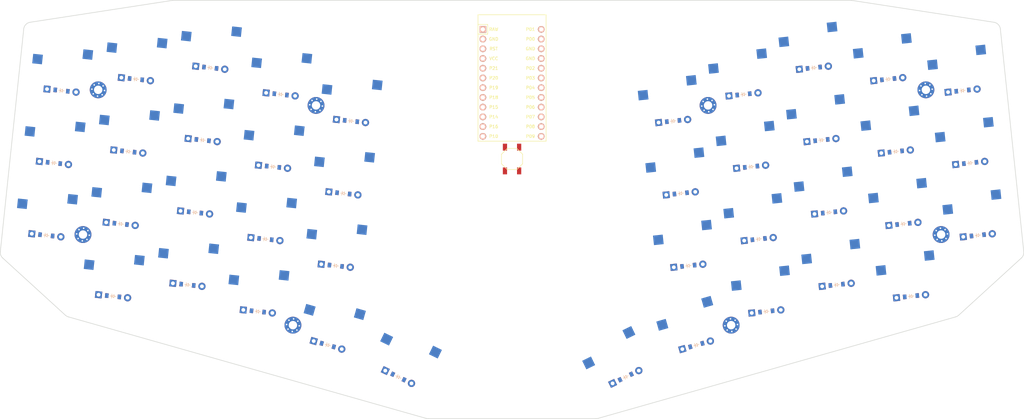
<source format=kicad_pcb>


(kicad_pcb (version 20171130) (host pcbnew 5.1.6)

  (page A3)
  (title_block
    (title "pcb")
    (rev "v1.0.0")
    (company "Unknown")
  )

  (general
    (thickness 1.6)
  )

  (layers
    (0 F.Cu signal)
    (31 B.Cu signal)
    (32 B.Adhes user)
    (33 F.Adhes user)
    (34 B.Paste user)
    (35 F.Paste user)
    (36 B.SilkS user)
    (37 F.SilkS user)
    (38 B.Mask user)
    (39 F.Mask user)
    (40 Dwgs.User user)
    (41 Cmts.User user)
    (42 Eco1.User user)
    (43 Eco2.User user)
    (44 Edge.Cuts user)
    (45 Margin user)
    (46 B.CrtYd user)
    (47 F.CrtYd user)
    (48 B.Fab user)
    (49 F.Fab user)
  )

  (setup
    (last_trace_width 0.25)
    (trace_clearance 0.2)
    (zone_clearance 0.508)
    (zone_45_only no)
    (trace_min 0.2)
    (via_size 0.8)
    (via_drill 0.4)
    (via_min_size 0.4)
    (via_min_drill 0.3)
    (uvia_size 0.3)
    (uvia_drill 0.1)
    (uvias_allowed no)
    (uvia_min_size 0.2)
    (uvia_min_drill 0.1)
    (edge_width 0.05)
    (segment_width 0.2)
    (pcb_text_width 0.3)
    (pcb_text_size 1.5 1.5)
    (mod_edge_width 0.12)
    (mod_text_size 1 1)
    (mod_text_width 0.15)
    (pad_size 1.524 1.524)
    (pad_drill 0.762)
    (pad_to_mask_clearance 0.05)
    (aux_axis_origin 0 0)
    (visible_elements FFFFFF7F)
    (pcbplotparams
      (layerselection 0x010fc_ffffffff)
      (usegerberextensions false)
      (usegerberattributes true)
      (usegerberadvancedattributes true)
      (creategerberjobfile true)
      (excludeedgelayer true)
      (linewidth 0.100000)
      (plotframeref false)
      (viasonmask false)
      (mode 1)
      (useauxorigin false)
      (hpglpennumber 1)
      (hpglpenspeed 20)
      (hpglpendiameter 15.000000)
      (psnegative false)
      (psa4output false)
      (plotreference true)
      (plotvalue true)
      (plotinvisibletext false)
      (padsonsilk false)
      (subtractmaskfromsilk false)
      (outputformat 1)
      (mirror false)
      (drillshape 1)
      (scaleselection 1)
      (outputdirectory ""))
  )

  (net 0 "")
(net 1 "P1")
(net 2 "pinky_bottom")
(net 3 "pinky_home")
(net 4 "pinky_top")
(net 5 "P21")
(net 6 "ring_mod")
(net 7 "ring_bottom")
(net 8 "ring_home")
(net 9 "ring_top")
(net 10 "P20")
(net 11 "middle_mod")
(net 12 "middle_bottom")
(net 13 "middle_home")
(net 14 "middle_top")
(net 15 "P19")
(net 16 "index_mod")
(net 17 "index_bottom")
(net 18 "index_home")
(net 19 "index_top")
(net 20 "P18")
(net 21 "inner_bottom")
(net 22 "inner_home")
(net 23 "inner_top")
(net 24 "main_main")
(net 25 "layer_main")
(net 26 "P0")
(net 27 "mirror_pinky_bottom")
(net 28 "mirror_pinky_home")
(net 29 "mirror_pinky_top")
(net 30 "P2")
(net 31 "mirror_ring_mod")
(net 32 "mirror_ring_bottom")
(net 33 "mirror_ring_home")
(net 34 "mirror_ring_top")
(net 35 "P3")
(net 36 "mirror_middle_mod")
(net 37 "mirror_middle_bottom")
(net 38 "mirror_middle_home")
(net 39 "mirror_middle_top")
(net 40 "P4")
(net 41 "mirror_index_mod")
(net 42 "mirror_index_bottom")
(net 43 "mirror_index_home")
(net 44 "mirror_index_top")
(net 45 "P5")
(net 46 "mirror_inner_bottom")
(net 47 "mirror_inner_home")
(net 48 "mirror_inner_top")
(net 49 "mirror_main_main")
(net 50 "mirror_layer_main")
(net 51 "P16")
(net 52 "P14")
(net 53 "P15")
(net 54 "P10")
(net 55 "P8")
(net 56 "P7")
(net 57 "P6")
(net 58 "P9")
(net 59 "RAW")
(net 60 "GND")
(net 61 "RST")
(net 62 "VCC")

  (net_class Default "This is the default net class."
    (clearance 0.2)
    (trace_width 0.25)
    (via_dia 0.8)
    (via_drill 0.4)
    (uvia_dia 0.3)
    (uvia_drill 0.1)
    (add_net "")
(add_net "P1")
(add_net "pinky_bottom")
(add_net "pinky_home")
(add_net "pinky_top")
(add_net "P21")
(add_net "ring_mod")
(add_net "ring_bottom")
(add_net "ring_home")
(add_net "ring_top")
(add_net "P20")
(add_net "middle_mod")
(add_net "middle_bottom")
(add_net "middle_home")
(add_net "middle_top")
(add_net "P19")
(add_net "index_mod")
(add_net "index_bottom")
(add_net "index_home")
(add_net "index_top")
(add_net "P18")
(add_net "inner_bottom")
(add_net "inner_home")
(add_net "inner_top")
(add_net "main_main")
(add_net "layer_main")
(add_net "P0")
(add_net "mirror_pinky_bottom")
(add_net "mirror_pinky_home")
(add_net "mirror_pinky_top")
(add_net "P2")
(add_net "mirror_ring_mod")
(add_net "mirror_ring_bottom")
(add_net "mirror_ring_home")
(add_net "mirror_ring_top")
(add_net "P3")
(add_net "mirror_middle_mod")
(add_net "mirror_middle_bottom")
(add_net "mirror_middle_home")
(add_net "mirror_middle_top")
(add_net "P4")
(add_net "mirror_index_mod")
(add_net "mirror_index_bottom")
(add_net "mirror_index_home")
(add_net "mirror_index_top")
(add_net "P5")
(add_net "mirror_inner_bottom")
(add_net "mirror_inner_home")
(add_net "mirror_inner_top")
(add_net "mirror_main_main")
(add_net "mirror_layer_main")
(add_net "P16")
(add_net "P14")
(add_net "P15")
(add_net "P10")
(add_net "P8")
(add_net "P7")
(add_net "P6")
(add_net "P9")
(add_net "RAW")
(add_net "GND")
(add_net "RST")
(add_net "VCC")
  )

  
        
      (module MX (layer F.Cu) (tedit 5DD4F656)
      (at 90.985384 91.0091199 -6)

      
      (fp_text reference "S1" (at 0 0) (layer F.SilkS) hide (effects (font (size 1.27 1.27) (thickness 0.15))))
      (fp_text value "" (at 0 0) (layer F.SilkS) hide (effects (font (size 1.27 1.27) (thickness 0.15))))

      
      (fp_line (start -7 -6) (end -7 -7) (layer Dwgs.User) (width 0.15))
      (fp_line (start -7 7) (end -6 7) (layer Dwgs.User) (width 0.15))
      (fp_line (start -6 -7) (end -7 -7) (layer Dwgs.User) (width 0.15))
      (fp_line (start -7 7) (end -7 6) (layer Dwgs.User) (width 0.15))
      (fp_line (start 7 6) (end 7 7) (layer Dwgs.User) (width 0.15))
      (fp_line (start 7 -7) (end 6 -7) (layer Dwgs.User) (width 0.15))
      (fp_line (start 6 7) (end 7 7) (layer Dwgs.User) (width 0.15))
      (fp_line (start 7 -7) (end 7 -6) (layer Dwgs.User) (width 0.15))
    
      
      (pad "" np_thru_hole circle (at 0 0) (size 3.9878 3.9878) (drill 3.9878) (layers *.Cu *.Mask))

      
      (pad "" np_thru_hole circle (at 5.08 0) (size 1.7018 1.7018) (drill 1.7018) (layers *.Cu *.Mask))
      (pad "" np_thru_hole circle (at -5.08 0) (size 1.7018 1.7018) (drill 1.7018) (layers *.Cu *.Mask))
      
        
      
      (fp_line (start -9.5 -9.5) (end 9.5 -9.5) (layer Dwgs.User) (width 0.15))
      (fp_line (start 9.5 -9.5) (end 9.5 9.5) (layer Dwgs.User) (width 0.15))
      (fp_line (start 9.5 9.5) (end -9.5 9.5) (layer Dwgs.User) (width 0.15))
      (fp_line (start -9.5 9.5) (end -9.5 -9.5) (layer Dwgs.User) (width 0.15))
      
        
        
        (pad "" np_thru_hole circle (at 2.54 -5.08) (size 3 3) (drill 3) (layers *.Cu *.Mask))
        (pad "" np_thru_hole circle (at -3.81 -2.54) (size 3 3) (drill 3) (layers *.Cu *.Mask))
        
        
        (pad 1 smd rect (at -7.085 -2.54 -6) (size 2.55 2.5) (layers B.Cu B.Paste B.Mask) (net 1 "P1"))
        (pad 2 smd rect (at 5.842 -5.08 -6) (size 2.55 2.5) (layers B.Cu B.Paste B.Mask) (net 2 "pinky_bottom"))
        )
        

        
      (module MX (layer F.Cu) (tedit 5DD4F656)
      (at 92.9714248 72.1132038 -6)

      
      (fp_text reference "S2" (at 0 0) (layer F.SilkS) hide (effects (font (size 1.27 1.27) (thickness 0.15))))
      (fp_text value "" (at 0 0) (layer F.SilkS) hide (effects (font (size 1.27 1.27) (thickness 0.15))))

      
      (fp_line (start -7 -6) (end -7 -7) (layer Dwgs.User) (width 0.15))
      (fp_line (start -7 7) (end -6 7) (layer Dwgs.User) (width 0.15))
      (fp_line (start -6 -7) (end -7 -7) (layer Dwgs.User) (width 0.15))
      (fp_line (start -7 7) (end -7 6) (layer Dwgs.User) (width 0.15))
      (fp_line (start 7 6) (end 7 7) (layer Dwgs.User) (width 0.15))
      (fp_line (start 7 -7) (end 6 -7) (layer Dwgs.User) (width 0.15))
      (fp_line (start 6 7) (end 7 7) (layer Dwgs.User) (width 0.15))
      (fp_line (start 7 -7) (end 7 -6) (layer Dwgs.User) (width 0.15))
    
      
      (pad "" np_thru_hole circle (at 0 0) (size 3.9878 3.9878) (drill 3.9878) (layers *.Cu *.Mask))

      
      (pad "" np_thru_hole circle (at 5.08 0) (size 1.7018 1.7018) (drill 1.7018) (layers *.Cu *.Mask))
      (pad "" np_thru_hole circle (at -5.08 0) (size 1.7018 1.7018) (drill 1.7018) (layers *.Cu *.Mask))
      
        
      
      (fp_line (start -9.5 -9.5) (end 9.5 -9.5) (layer Dwgs.User) (width 0.15))
      (fp_line (start 9.5 -9.5) (end 9.5 9.5) (layer Dwgs.User) (width 0.15))
      (fp_line (start 9.5 9.5) (end -9.5 9.5) (layer Dwgs.User) (width 0.15))
      (fp_line (start -9.5 9.5) (end -9.5 -9.5) (layer Dwgs.User) (width 0.15))
      
        
        
        (pad "" np_thru_hole circle (at 2.54 -5.08) (size 3 3) (drill 3) (layers *.Cu *.Mask))
        (pad "" np_thru_hole circle (at -3.81 -2.54) (size 3 3) (drill 3) (layers *.Cu *.Mask))
        
        
        (pad 1 smd rect (at -7.085 -2.54 -6) (size 2.55 2.5) (layers B.Cu B.Paste B.Mask) (net 1 "P1"))
        (pad 2 smd rect (at 5.842 -5.08 -6) (size 2.55 2.5) (layers B.Cu B.Paste B.Mask) (net 3 "pinky_home"))
        )
        

        
      (module MX (layer F.Cu) (tedit 5DD4F656)
      (at 94.9574656 53.2172878 -6)

      
      (fp_text reference "S3" (at 0 0) (layer F.SilkS) hide (effects (font (size 1.27 1.27) (thickness 0.15))))
      (fp_text value "" (at 0 0) (layer F.SilkS) hide (effects (font (size 1.27 1.27) (thickness 0.15))))

      
      (fp_line (start -7 -6) (end -7 -7) (layer Dwgs.User) (width 0.15))
      (fp_line (start -7 7) (end -6 7) (layer Dwgs.User) (width 0.15))
      (fp_line (start -6 -7) (end -7 -7) (layer Dwgs.User) (width 0.15))
      (fp_line (start -7 7) (end -7 6) (layer Dwgs.User) (width 0.15))
      (fp_line (start 7 6) (end 7 7) (layer Dwgs.User) (width 0.15))
      (fp_line (start 7 -7) (end 6 -7) (layer Dwgs.User) (width 0.15))
      (fp_line (start 6 7) (end 7 7) (layer Dwgs.User) (width 0.15))
      (fp_line (start 7 -7) (end 7 -6) (layer Dwgs.User) (width 0.15))
    
      
      (pad "" np_thru_hole circle (at 0 0) (size 3.9878 3.9878) (drill 3.9878) (layers *.Cu *.Mask))

      
      (pad "" np_thru_hole circle (at 5.08 0) (size 1.7018 1.7018) (drill 1.7018) (layers *.Cu *.Mask))
      (pad "" np_thru_hole circle (at -5.08 0) (size 1.7018 1.7018) (drill 1.7018) (layers *.Cu *.Mask))
      
        
      
      (fp_line (start -9.5 -9.5) (end 9.5 -9.5) (layer Dwgs.User) (width 0.15))
      (fp_line (start 9.5 -9.5) (end 9.5 9.5) (layer Dwgs.User) (width 0.15))
      (fp_line (start 9.5 9.5) (end -9.5 9.5) (layer Dwgs.User) (width 0.15))
      (fp_line (start -9.5 9.5) (end -9.5 -9.5) (layer Dwgs.User) (width 0.15))
      
        
        
        (pad "" np_thru_hole circle (at 2.54 -5.08) (size 3 3) (drill 3) (layers *.Cu *.Mask))
        (pad "" np_thru_hole circle (at -3.81 -2.54) (size 3 3) (drill 3) (layers *.Cu *.Mask))
        
        
        (pad 1 smd rect (at -7.085 -2.54 -6) (size 2.55 2.5) (layers B.Cu B.Paste B.Mask) (net 1 "P1"))
        (pad 2 smd rect (at 5.842 -5.08 -6) (size 2.55 2.5) (layers B.Cu B.Paste B.Mask) (net 4 "pinky_top"))
        )
        

        
      (module MX (layer F.Cu) (tedit 5DD4F656)
      (at 108.4179015 106.9184672 -6)

      
      (fp_text reference "S4" (at 0 0) (layer F.SilkS) hide (effects (font (size 1.27 1.27) (thickness 0.15))))
      (fp_text value "" (at 0 0) (layer F.SilkS) hide (effects (font (size 1.27 1.27) (thickness 0.15))))

      
      (fp_line (start -7 -6) (end -7 -7) (layer Dwgs.User) (width 0.15))
      (fp_line (start -7 7) (end -6 7) (layer Dwgs.User) (width 0.15))
      (fp_line (start -6 -7) (end -7 -7) (layer Dwgs.User) (width 0.15))
      (fp_line (start -7 7) (end -7 6) (layer Dwgs.User) (width 0.15))
      (fp_line (start 7 6) (end 7 7) (layer Dwgs.User) (width 0.15))
      (fp_line (start 7 -7) (end 6 -7) (layer Dwgs.User) (width 0.15))
      (fp_line (start 6 7) (end 7 7) (layer Dwgs.User) (width 0.15))
      (fp_line (start 7 -7) (end 7 -6) (layer Dwgs.User) (width 0.15))
    
      
      (pad "" np_thru_hole circle (at 0 0) (size 3.9878 3.9878) (drill 3.9878) (layers *.Cu *.Mask))

      
      (pad "" np_thru_hole circle (at 5.08 0) (size 1.7018 1.7018) (drill 1.7018) (layers *.Cu *.Mask))
      (pad "" np_thru_hole circle (at -5.08 0) (size 1.7018 1.7018) (drill 1.7018) (layers *.Cu *.Mask))
      
        
      
      (fp_line (start -9.5 -9.5) (end 9.5 -9.5) (layer Dwgs.User) (width 0.15))
      (fp_line (start 9.5 -9.5) (end 9.5 9.5) (layer Dwgs.User) (width 0.15))
      (fp_line (start 9.5 9.5) (end -9.5 9.5) (layer Dwgs.User) (width 0.15))
      (fp_line (start -9.5 9.5) (end -9.5 -9.5) (layer Dwgs.User) (width 0.15))
      
        
        
        (pad "" np_thru_hole circle (at 2.54 -5.08) (size 3 3) (drill 3) (layers *.Cu *.Mask))
        (pad "" np_thru_hole circle (at -3.81 -2.54) (size 3 3) (drill 3) (layers *.Cu *.Mask))
        
        
        (pad 1 smd rect (at -7.085 -2.54 -6) (size 2.55 2.5) (layers B.Cu B.Paste B.Mask) (net 5 "P21"))
        (pad 2 smd rect (at 5.842 -5.08 -6) (size 2.55 2.5) (layers B.Cu B.Paste B.Mask) (net 6 "ring_mod"))
        )
        

        
      (module MX (layer F.Cu) (tedit 5DD4F656)
      (at 110.4039423 88.0225512 -6)

      
      (fp_text reference "S5" (at 0 0) (layer F.SilkS) hide (effects (font (size 1.27 1.27) (thickness 0.15))))
      (fp_text value "" (at 0 0) (layer F.SilkS) hide (effects (font (size 1.27 1.27) (thickness 0.15))))

      
      (fp_line (start -7 -6) (end -7 -7) (layer Dwgs.User) (width 0.15))
      (fp_line (start -7 7) (end -6 7) (layer Dwgs.User) (width 0.15))
      (fp_line (start -6 -7) (end -7 -7) (layer Dwgs.User) (width 0.15))
      (fp_line (start -7 7) (end -7 6) (layer Dwgs.User) (width 0.15))
      (fp_line (start 7 6) (end 7 7) (layer Dwgs.User) (width 0.15))
      (fp_line (start 7 -7) (end 6 -7) (layer Dwgs.User) (width 0.15))
      (fp_line (start 6 7) (end 7 7) (layer Dwgs.User) (width 0.15))
      (fp_line (start 7 -7) (end 7 -6) (layer Dwgs.User) (width 0.15))
    
      
      (pad "" np_thru_hole circle (at 0 0) (size 3.9878 3.9878) (drill 3.9878) (layers *.Cu *.Mask))

      
      (pad "" np_thru_hole circle (at 5.08 0) (size 1.7018 1.7018) (drill 1.7018) (layers *.Cu *.Mask))
      (pad "" np_thru_hole circle (at -5.08 0) (size 1.7018 1.7018) (drill 1.7018) (layers *.Cu *.Mask))
      
        
      
      (fp_line (start -9.5 -9.5) (end 9.5 -9.5) (layer Dwgs.User) (width 0.15))
      (fp_line (start 9.5 -9.5) (end 9.5 9.5) (layer Dwgs.User) (width 0.15))
      (fp_line (start 9.5 9.5) (end -9.5 9.5) (layer Dwgs.User) (width 0.15))
      (fp_line (start -9.5 9.5) (end -9.5 -9.5) (layer Dwgs.User) (width 0.15))
      
        
        
        (pad "" np_thru_hole circle (at 2.54 -5.08) (size 3 3) (drill 3) (layers *.Cu *.Mask))
        (pad "" np_thru_hole circle (at -3.81 -2.54) (size 3 3) (drill 3) (layers *.Cu *.Mask))
        
        
        (pad 1 smd rect (at -7.085 -2.54 -6) (size 2.55 2.5) (layers B.Cu B.Paste B.Mask) (net 5 "P21"))
        (pad 2 smd rect (at 5.842 -5.08 -6) (size 2.55 2.5) (layers B.Cu B.Paste B.Mask) (net 7 "ring_bottom"))
        )
        

        
      (module MX (layer F.Cu) (tedit 5DD4F656)
      (at 112.3899831 69.1266352 -6)

      
      (fp_text reference "S6" (at 0 0) (layer F.SilkS) hide (effects (font (size 1.27 1.27) (thickness 0.15))))
      (fp_text value "" (at 0 0) (layer F.SilkS) hide (effects (font (size 1.27 1.27) (thickness 0.15))))

      
      (fp_line (start -7 -6) (end -7 -7) (layer Dwgs.User) (width 0.15))
      (fp_line (start -7 7) (end -6 7) (layer Dwgs.User) (width 0.15))
      (fp_line (start -6 -7) (end -7 -7) (layer Dwgs.User) (width 0.15))
      (fp_line (start -7 7) (end -7 6) (layer Dwgs.User) (width 0.15))
      (fp_line (start 7 6) (end 7 7) (layer Dwgs.User) (width 0.15))
      (fp_line (start 7 -7) (end 6 -7) (layer Dwgs.User) (width 0.15))
      (fp_line (start 6 7) (end 7 7) (layer Dwgs.User) (width 0.15))
      (fp_line (start 7 -7) (end 7 -6) (layer Dwgs.User) (width 0.15))
    
      
      (pad "" np_thru_hole circle (at 0 0) (size 3.9878 3.9878) (drill 3.9878) (layers *.Cu *.Mask))

      
      (pad "" np_thru_hole circle (at 5.08 0) (size 1.7018 1.7018) (drill 1.7018) (layers *.Cu *.Mask))
      (pad "" np_thru_hole circle (at -5.08 0) (size 1.7018 1.7018) (drill 1.7018) (layers *.Cu *.Mask))
      
        
      
      (fp_line (start -9.5 -9.5) (end 9.5 -9.5) (layer Dwgs.User) (width 0.15))
      (fp_line (start 9.5 -9.5) (end 9.5 9.5) (layer Dwgs.User) (width 0.15))
      (fp_line (start 9.5 9.5) (end -9.5 9.5) (layer Dwgs.User) (width 0.15))
      (fp_line (start -9.5 9.5) (end -9.5 -9.5) (layer Dwgs.User) (width 0.15))
      
        
        
        (pad "" np_thru_hole circle (at 2.54 -5.08) (size 3 3) (drill 3) (layers *.Cu *.Mask))
        (pad "" np_thru_hole circle (at -3.81 -2.54) (size 3 3) (drill 3) (layers *.Cu *.Mask))
        
        
        (pad 1 smd rect (at -7.085 -2.54 -6) (size 2.55 2.5) (layers B.Cu B.Paste B.Mask) (net 5 "P21"))
        (pad 2 smd rect (at 5.842 -5.08 -6) (size 2.55 2.5) (layers B.Cu B.Paste B.Mask) (net 8 "ring_home"))
        )
        

        
      (module MX (layer F.Cu) (tedit 5DD4F656)
      (at 114.3760239 50.2307192 -6)

      
      (fp_text reference "S7" (at 0 0) (layer F.SilkS) hide (effects (font (size 1.27 1.27) (thickness 0.15))))
      (fp_text value "" (at 0 0) (layer F.SilkS) hide (effects (font (size 1.27 1.27) (thickness 0.15))))

      
      (fp_line (start -7 -6) (end -7 -7) (layer Dwgs.User) (width 0.15))
      (fp_line (start -7 7) (end -6 7) (layer Dwgs.User) (width 0.15))
      (fp_line (start -6 -7) (end -7 -7) (layer Dwgs.User) (width 0.15))
      (fp_line (start -7 7) (end -7 6) (layer Dwgs.User) (width 0.15))
      (fp_line (start 7 6) (end 7 7) (layer Dwgs.User) (width 0.15))
      (fp_line (start 7 -7) (end 6 -7) (layer Dwgs.User) (width 0.15))
      (fp_line (start 6 7) (end 7 7) (layer Dwgs.User) (width 0.15))
      (fp_line (start 7 -7) (end 7 -6) (layer Dwgs.User) (width 0.15))
    
      
      (pad "" np_thru_hole circle (at 0 0) (size 3.9878 3.9878) (drill 3.9878) (layers *.Cu *.Mask))

      
      (pad "" np_thru_hole circle (at 5.08 0) (size 1.7018 1.7018) (drill 1.7018) (layers *.Cu *.Mask))
      (pad "" np_thru_hole circle (at -5.08 0) (size 1.7018 1.7018) (drill 1.7018) (layers *.Cu *.Mask))
      
        
      
      (fp_line (start -9.5 -9.5) (end 9.5 -9.5) (layer Dwgs.User) (width 0.15))
      (fp_line (start 9.5 -9.5) (end 9.5 9.5) (layer Dwgs.User) (width 0.15))
      (fp_line (start 9.5 9.5) (end -9.5 9.5) (layer Dwgs.User) (width 0.15))
      (fp_line (start -9.5 9.5) (end -9.5 -9.5) (layer Dwgs.User) (width 0.15))
      
        
        
        (pad "" np_thru_hole circle (at 2.54 -5.08) (size 3 3) (drill 3) (layers *.Cu *.Mask))
        (pad "" np_thru_hole circle (at -3.81 -2.54) (size 3 3) (drill 3) (layers *.Cu *.Mask))
        
        
        (pad 1 smd rect (at -7.085 -2.54 -6) (size 2.55 2.5) (layers B.Cu B.Paste B.Mask) (net 5 "P21"))
        (pad 2 smd rect (at 5.842 -5.08 -6) (size 2.55 2.5) (layers B.Cu B.Paste B.Mask) (net 9 "ring_top"))
        )
        

        
      (module MX (layer F.Cu) (tedit 5DD4F656)
      (at 127.8364599 103.9318985 -6)

      
      (fp_text reference "S8" (at 0 0) (layer F.SilkS) hide (effects (font (size 1.27 1.27) (thickness 0.15))))
      (fp_text value "" (at 0 0) (layer F.SilkS) hide (effects (font (size 1.27 1.27) (thickness 0.15))))

      
      (fp_line (start -7 -6) (end -7 -7) (layer Dwgs.User) (width 0.15))
      (fp_line (start -7 7) (end -6 7) (layer Dwgs.User) (width 0.15))
      (fp_line (start -6 -7) (end -7 -7) (layer Dwgs.User) (width 0.15))
      (fp_line (start -7 7) (end -7 6) (layer Dwgs.User) (width 0.15))
      (fp_line (start 7 6) (end 7 7) (layer Dwgs.User) (width 0.15))
      (fp_line (start 7 -7) (end 6 -7) (layer Dwgs.User) (width 0.15))
      (fp_line (start 6 7) (end 7 7) (layer Dwgs.User) (width 0.15))
      (fp_line (start 7 -7) (end 7 -6) (layer Dwgs.User) (width 0.15))
    
      
      (pad "" np_thru_hole circle (at 0 0) (size 3.9878 3.9878) (drill 3.9878) (layers *.Cu *.Mask))

      
      (pad "" np_thru_hole circle (at 5.08 0) (size 1.7018 1.7018) (drill 1.7018) (layers *.Cu *.Mask))
      (pad "" np_thru_hole circle (at -5.08 0) (size 1.7018 1.7018) (drill 1.7018) (layers *.Cu *.Mask))
      
        
      
      (fp_line (start -9.5 -9.5) (end 9.5 -9.5) (layer Dwgs.User) (width 0.15))
      (fp_line (start 9.5 -9.5) (end 9.5 9.5) (layer Dwgs.User) (width 0.15))
      (fp_line (start 9.5 9.5) (end -9.5 9.5) (layer Dwgs.User) (width 0.15))
      (fp_line (start -9.5 9.5) (end -9.5 -9.5) (layer Dwgs.User) (width 0.15))
      
        
        
        (pad "" np_thru_hole circle (at 2.54 -5.08) (size 3 3) (drill 3) (layers *.Cu *.Mask))
        (pad "" np_thru_hole circle (at -3.81 -2.54) (size 3 3) (drill 3) (layers *.Cu *.Mask))
        
        
        (pad 1 smd rect (at -7.085 -2.54 -6) (size 2.55 2.5) (layers B.Cu B.Paste B.Mask) (net 10 "P20"))
        (pad 2 smd rect (at 5.842 -5.08 -6) (size 2.55 2.5) (layers B.Cu B.Paste B.Mask) (net 11 "middle_mod"))
        )
        

        
      (module MX (layer F.Cu) (tedit 5DD4F656)
      (at 129.8225007 85.0359825 -6)

      
      (fp_text reference "S9" (at 0 0) (layer F.SilkS) hide (effects (font (size 1.27 1.27) (thickness 0.15))))
      (fp_text value "" (at 0 0) (layer F.SilkS) hide (effects (font (size 1.27 1.27) (thickness 0.15))))

      
      (fp_line (start -7 -6) (end -7 -7) (layer Dwgs.User) (width 0.15))
      (fp_line (start -7 7) (end -6 7) (layer Dwgs.User) (width 0.15))
      (fp_line (start -6 -7) (end -7 -7) (layer Dwgs.User) (width 0.15))
      (fp_line (start -7 7) (end -7 6) (layer Dwgs.User) (width 0.15))
      (fp_line (start 7 6) (end 7 7) (layer Dwgs.User) (width 0.15))
      (fp_line (start 7 -7) (end 6 -7) (layer Dwgs.User) (width 0.15))
      (fp_line (start 6 7) (end 7 7) (layer Dwgs.User) (width 0.15))
      (fp_line (start 7 -7) (end 7 -6) (layer Dwgs.User) (width 0.15))
    
      
      (pad "" np_thru_hole circle (at 0 0) (size 3.9878 3.9878) (drill 3.9878) (layers *.Cu *.Mask))

      
      (pad "" np_thru_hole circle (at 5.08 0) (size 1.7018 1.7018) (drill 1.7018) (layers *.Cu *.Mask))
      (pad "" np_thru_hole circle (at -5.08 0) (size 1.7018 1.7018) (drill 1.7018) (layers *.Cu *.Mask))
      
        
      
      (fp_line (start -9.5 -9.5) (end 9.5 -9.5) (layer Dwgs.User) (width 0.15))
      (fp_line (start 9.5 -9.5) (end 9.5 9.5) (layer Dwgs.User) (width 0.15))
      (fp_line (start 9.5 9.5) (end -9.5 9.5) (layer Dwgs.User) (width 0.15))
      (fp_line (start -9.5 9.5) (end -9.5 -9.5) (layer Dwgs.User) (width 0.15))
      
        
        
        (pad "" np_thru_hole circle (at 2.54 -5.08) (size 3 3) (drill 3) (layers *.Cu *.Mask))
        (pad "" np_thru_hole circle (at -3.81 -2.54) (size 3 3) (drill 3) (layers *.Cu *.Mask))
        
        
        (pad 1 smd rect (at -7.085 -2.54 -6) (size 2.55 2.5) (layers B.Cu B.Paste B.Mask) (net 10 "P20"))
        (pad 2 smd rect (at 5.842 -5.08 -6) (size 2.55 2.5) (layers B.Cu B.Paste B.Mask) (net 12 "middle_bottom"))
        )
        

        
      (module MX (layer F.Cu) (tedit 5DD4F656)
      (at 131.8085415 66.1400665 -6)

      
      (fp_text reference "S10" (at 0 0) (layer F.SilkS) hide (effects (font (size 1.27 1.27) (thickness 0.15))))
      (fp_text value "" (at 0 0) (layer F.SilkS) hide (effects (font (size 1.27 1.27) (thickness 0.15))))

      
      (fp_line (start -7 -6) (end -7 -7) (layer Dwgs.User) (width 0.15))
      (fp_line (start -7 7) (end -6 7) (layer Dwgs.User) (width 0.15))
      (fp_line (start -6 -7) (end -7 -7) (layer Dwgs.User) (width 0.15))
      (fp_line (start -7 7) (end -7 6) (layer Dwgs.User) (width 0.15))
      (fp_line (start 7 6) (end 7 7) (layer Dwgs.User) (width 0.15))
      (fp_line (start 7 -7) (end 6 -7) (layer Dwgs.User) (width 0.15))
      (fp_line (start 6 7) (end 7 7) (layer Dwgs.User) (width 0.15))
      (fp_line (start 7 -7) (end 7 -6) (layer Dwgs.User) (width 0.15))
    
      
      (pad "" np_thru_hole circle (at 0 0) (size 3.9878 3.9878) (drill 3.9878) (layers *.Cu *.Mask))

      
      (pad "" np_thru_hole circle (at 5.08 0) (size 1.7018 1.7018) (drill 1.7018) (layers *.Cu *.Mask))
      (pad "" np_thru_hole circle (at -5.08 0) (size 1.7018 1.7018) (drill 1.7018) (layers *.Cu *.Mask))
      
        
      
      (fp_line (start -9.5 -9.5) (end 9.5 -9.5) (layer Dwgs.User) (width 0.15))
      (fp_line (start 9.5 -9.5) (end 9.5 9.5) (layer Dwgs.User) (width 0.15))
      (fp_line (start 9.5 9.5) (end -9.5 9.5) (layer Dwgs.User) (width 0.15))
      (fp_line (start -9.5 9.5) (end -9.5 -9.5) (layer Dwgs.User) (width 0.15))
      
        
        
        (pad "" np_thru_hole circle (at 2.54 -5.08) (size 3 3) (drill 3) (layers *.Cu *.Mask))
        (pad "" np_thru_hole circle (at -3.81 -2.54) (size 3 3) (drill 3) (layers *.Cu *.Mask))
        
        
        (pad 1 smd rect (at -7.085 -2.54 -6) (size 2.55 2.5) (layers B.Cu B.Paste B.Mask) (net 10 "P20"))
        (pad 2 smd rect (at 5.842 -5.08 -6) (size 2.55 2.5) (layers B.Cu B.Paste B.Mask) (net 13 "middle_home"))
        )
        

        
      (module MX (layer F.Cu) (tedit 5DD4F656)
      (at 133.7945823 47.2441505 -6)

      
      (fp_text reference "S11" (at 0 0) (layer F.SilkS) hide (effects (font (size 1.27 1.27) (thickness 0.15))))
      (fp_text value "" (at 0 0) (layer F.SilkS) hide (effects (font (size 1.27 1.27) (thickness 0.15))))

      
      (fp_line (start -7 -6) (end -7 -7) (layer Dwgs.User) (width 0.15))
      (fp_line (start -7 7) (end -6 7) (layer Dwgs.User) (width 0.15))
      (fp_line (start -6 -7) (end -7 -7) (layer Dwgs.User) (width 0.15))
      (fp_line (start -7 7) (end -7 6) (layer Dwgs.User) (width 0.15))
      (fp_line (start 7 6) (end 7 7) (layer Dwgs.User) (width 0.15))
      (fp_line (start 7 -7) (end 6 -7) (layer Dwgs.User) (width 0.15))
      (fp_line (start 6 7) (end 7 7) (layer Dwgs.User) (width 0.15))
      (fp_line (start 7 -7) (end 7 -6) (layer Dwgs.User) (width 0.15))
    
      
      (pad "" np_thru_hole circle (at 0 0) (size 3.9878 3.9878) (drill 3.9878) (layers *.Cu *.Mask))

      
      (pad "" np_thru_hole circle (at 5.08 0) (size 1.7018 1.7018) (drill 1.7018) (layers *.Cu *.Mask))
      (pad "" np_thru_hole circle (at -5.08 0) (size 1.7018 1.7018) (drill 1.7018) (layers *.Cu *.Mask))
      
        
      
      (fp_line (start -9.5 -9.5) (end 9.5 -9.5) (layer Dwgs.User) (width 0.15))
      (fp_line (start 9.5 -9.5) (end 9.5 9.5) (layer Dwgs.User) (width 0.15))
      (fp_line (start 9.5 9.5) (end -9.5 9.5) (layer Dwgs.User) (width 0.15))
      (fp_line (start -9.5 9.5) (end -9.5 -9.5) (layer Dwgs.User) (width 0.15))
      
        
        
        (pad "" np_thru_hole circle (at 2.54 -5.08) (size 3 3) (drill 3) (layers *.Cu *.Mask))
        (pad "" np_thru_hole circle (at -3.81 -2.54) (size 3 3) (drill 3) (layers *.Cu *.Mask))
        
        
        (pad 1 smd rect (at -7.085 -2.54 -6) (size 2.55 2.5) (layers B.Cu B.Paste B.Mask) (net 10 "P20"))
        (pad 2 smd rect (at 5.842 -5.08 -6) (size 2.55 2.5) (layers B.Cu B.Paste B.Mask) (net 14 "middle_top"))
        )
        

        
      (module MX (layer F.Cu) (tedit 5DD4F656)
      (at 146.2097336 110.8905488 -6)

      
      (fp_text reference "S12" (at 0 0) (layer F.SilkS) hide (effects (font (size 1.27 1.27) (thickness 0.15))))
      (fp_text value "" (at 0 0) (layer F.SilkS) hide (effects (font (size 1.27 1.27) (thickness 0.15))))

      
      (fp_line (start -7 -6) (end -7 -7) (layer Dwgs.User) (width 0.15))
      (fp_line (start -7 7) (end -6 7) (layer Dwgs.User) (width 0.15))
      (fp_line (start -6 -7) (end -7 -7) (layer Dwgs.User) (width 0.15))
      (fp_line (start -7 7) (end -7 6) (layer Dwgs.User) (width 0.15))
      (fp_line (start 7 6) (end 7 7) (layer Dwgs.User) (width 0.15))
      (fp_line (start 7 -7) (end 6 -7) (layer Dwgs.User) (width 0.15))
      (fp_line (start 6 7) (end 7 7) (layer Dwgs.User) (width 0.15))
      (fp_line (start 7 -7) (end 7 -6) (layer Dwgs.User) (width 0.15))
    
      
      (pad "" np_thru_hole circle (at 0 0) (size 3.9878 3.9878) (drill 3.9878) (layers *.Cu *.Mask))

      
      (pad "" np_thru_hole circle (at 5.08 0) (size 1.7018 1.7018) (drill 1.7018) (layers *.Cu *.Mask))
      (pad "" np_thru_hole circle (at -5.08 0) (size 1.7018 1.7018) (drill 1.7018) (layers *.Cu *.Mask))
      
        
      
      (fp_line (start -9.5 -9.5) (end 9.5 -9.5) (layer Dwgs.User) (width 0.15))
      (fp_line (start 9.5 -9.5) (end 9.5 9.5) (layer Dwgs.User) (width 0.15))
      (fp_line (start 9.5 9.5) (end -9.5 9.5) (layer Dwgs.User) (width 0.15))
      (fp_line (start -9.5 9.5) (end -9.5 -9.5) (layer Dwgs.User) (width 0.15))
      
        
        
        (pad "" np_thru_hole circle (at 2.54 -5.08) (size 3 3) (drill 3) (layers *.Cu *.Mask))
        (pad "" np_thru_hole circle (at -3.81 -2.54) (size 3 3) (drill 3) (layers *.Cu *.Mask))
        
        
        (pad 1 smd rect (at -7.085 -2.54 -6) (size 2.55 2.5) (layers B.Cu B.Paste B.Mask) (net 15 "P19"))
        (pad 2 smd rect (at 5.842 -5.08 -6) (size 2.55 2.5) (layers B.Cu B.Paste B.Mask) (net 16 "index_mod"))
        )
        

        
      (module MX (layer F.Cu) (tedit 5DD4F656)
      (at 148.1957744 91.9946328 -6)

      
      (fp_text reference "S13" (at 0 0) (layer F.SilkS) hide (effects (font (size 1.27 1.27) (thickness 0.15))))
      (fp_text value "" (at 0 0) (layer F.SilkS) hide (effects (font (size 1.27 1.27) (thickness 0.15))))

      
      (fp_line (start -7 -6) (end -7 -7) (layer Dwgs.User) (width 0.15))
      (fp_line (start -7 7) (end -6 7) (layer Dwgs.User) (width 0.15))
      (fp_line (start -6 -7) (end -7 -7) (layer Dwgs.User) (width 0.15))
      (fp_line (start -7 7) (end -7 6) (layer Dwgs.User) (width 0.15))
      (fp_line (start 7 6) (end 7 7) (layer Dwgs.User) (width 0.15))
      (fp_line (start 7 -7) (end 6 -7) (layer Dwgs.User) (width 0.15))
      (fp_line (start 6 7) (end 7 7) (layer Dwgs.User) (width 0.15))
      (fp_line (start 7 -7) (end 7 -6) (layer Dwgs.User) (width 0.15))
    
      
      (pad "" np_thru_hole circle (at 0 0) (size 3.9878 3.9878) (drill 3.9878) (layers *.Cu *.Mask))

      
      (pad "" np_thru_hole circle (at 5.08 0) (size 1.7018 1.7018) (drill 1.7018) (layers *.Cu *.Mask))
      (pad "" np_thru_hole circle (at -5.08 0) (size 1.7018 1.7018) (drill 1.7018) (layers *.Cu *.Mask))
      
        
      
      (fp_line (start -9.5 -9.5) (end 9.5 -9.5) (layer Dwgs.User) (width 0.15))
      (fp_line (start 9.5 -9.5) (end 9.5 9.5) (layer Dwgs.User) (width 0.15))
      (fp_line (start 9.5 9.5) (end -9.5 9.5) (layer Dwgs.User) (width 0.15))
      (fp_line (start -9.5 9.5) (end -9.5 -9.5) (layer Dwgs.User) (width 0.15))
      
        
        
        (pad "" np_thru_hole circle (at 2.54 -5.08) (size 3 3) (drill 3) (layers *.Cu *.Mask))
        (pad "" np_thru_hole circle (at -3.81 -2.54) (size 3 3) (drill 3) (layers *.Cu *.Mask))
        
        
        (pad 1 smd rect (at -7.085 -2.54 -6) (size 2.55 2.5) (layers B.Cu B.Paste B.Mask) (net 15 "P19"))
        (pad 2 smd rect (at 5.842 -5.08 -6) (size 2.55 2.5) (layers B.Cu B.Paste B.Mask) (net 17 "index_bottom"))
        )
        

        
      (module MX (layer F.Cu) (tedit 5DD4F656)
      (at 150.1818152 73.0987168 -6)

      
      (fp_text reference "S14" (at 0 0) (layer F.SilkS) hide (effects (font (size 1.27 1.27) (thickness 0.15))))
      (fp_text value "" (at 0 0) (layer F.SilkS) hide (effects (font (size 1.27 1.27) (thickness 0.15))))

      
      (fp_line (start -7 -6) (end -7 -7) (layer Dwgs.User) (width 0.15))
      (fp_line (start -7 7) (end -6 7) (layer Dwgs.User) (width 0.15))
      (fp_line (start -6 -7) (end -7 -7) (layer Dwgs.User) (width 0.15))
      (fp_line (start -7 7) (end -7 6) (layer Dwgs.User) (width 0.15))
      (fp_line (start 7 6) (end 7 7) (layer Dwgs.User) (width 0.15))
      (fp_line (start 7 -7) (end 6 -7) (layer Dwgs.User) (width 0.15))
      (fp_line (start 6 7) (end 7 7) (layer Dwgs.User) (width 0.15))
      (fp_line (start 7 -7) (end 7 -6) (layer Dwgs.User) (width 0.15))
    
      
      (pad "" np_thru_hole circle (at 0 0) (size 3.9878 3.9878) (drill 3.9878) (layers *.Cu *.Mask))

      
      (pad "" np_thru_hole circle (at 5.08 0) (size 1.7018 1.7018) (drill 1.7018) (layers *.Cu *.Mask))
      (pad "" np_thru_hole circle (at -5.08 0) (size 1.7018 1.7018) (drill 1.7018) (layers *.Cu *.Mask))
      
        
      
      (fp_line (start -9.5 -9.5) (end 9.5 -9.5) (layer Dwgs.User) (width 0.15))
      (fp_line (start 9.5 -9.5) (end 9.5 9.5) (layer Dwgs.User) (width 0.15))
      (fp_line (start 9.5 9.5) (end -9.5 9.5) (layer Dwgs.User) (width 0.15))
      (fp_line (start -9.5 9.5) (end -9.5 -9.5) (layer Dwgs.User) (width 0.15))
      
        
        
        (pad "" np_thru_hole circle (at 2.54 -5.08) (size 3 3) (drill 3) (layers *.Cu *.Mask))
        (pad "" np_thru_hole circle (at -3.81 -2.54) (size 3 3) (drill 3) (layers *.Cu *.Mask))
        
        
        (pad 1 smd rect (at -7.085 -2.54 -6) (size 2.55 2.5) (layers B.Cu B.Paste B.Mask) (net 15 "P19"))
        (pad 2 smd rect (at 5.842 -5.08 -6) (size 2.55 2.5) (layers B.Cu B.Paste B.Mask) (net 18 "index_home"))
        )
        

        
      (module MX (layer F.Cu) (tedit 5DD4F656)
      (at 152.167856 54.2028008 -6)

      
      (fp_text reference "S15" (at 0 0) (layer F.SilkS) hide (effects (font (size 1.27 1.27) (thickness 0.15))))
      (fp_text value "" (at 0 0) (layer F.SilkS) hide (effects (font (size 1.27 1.27) (thickness 0.15))))

      
      (fp_line (start -7 -6) (end -7 -7) (layer Dwgs.User) (width 0.15))
      (fp_line (start -7 7) (end -6 7) (layer Dwgs.User) (width 0.15))
      (fp_line (start -6 -7) (end -7 -7) (layer Dwgs.User) (width 0.15))
      (fp_line (start -7 7) (end -7 6) (layer Dwgs.User) (width 0.15))
      (fp_line (start 7 6) (end 7 7) (layer Dwgs.User) (width 0.15))
      (fp_line (start 7 -7) (end 6 -7) (layer Dwgs.User) (width 0.15))
      (fp_line (start 6 7) (end 7 7) (layer Dwgs.User) (width 0.15))
      (fp_line (start 7 -7) (end 7 -6) (layer Dwgs.User) (width 0.15))
    
      
      (pad "" np_thru_hole circle (at 0 0) (size 3.9878 3.9878) (drill 3.9878) (layers *.Cu *.Mask))

      
      (pad "" np_thru_hole circle (at 5.08 0) (size 1.7018 1.7018) (drill 1.7018) (layers *.Cu *.Mask))
      (pad "" np_thru_hole circle (at -5.08 0) (size 1.7018 1.7018) (drill 1.7018) (layers *.Cu *.Mask))
      
        
      
      (fp_line (start -9.5 -9.5) (end 9.5 -9.5) (layer Dwgs.User) (width 0.15))
      (fp_line (start 9.5 -9.5) (end 9.5 9.5) (layer Dwgs.User) (width 0.15))
      (fp_line (start 9.5 9.5) (end -9.5 9.5) (layer Dwgs.User) (width 0.15))
      (fp_line (start -9.5 9.5) (end -9.5 -9.5) (layer Dwgs.User) (width 0.15))
      
        
        
        (pad "" np_thru_hole circle (at 2.54 -5.08) (size 3 3) (drill 3) (layers *.Cu *.Mask))
        (pad "" np_thru_hole circle (at -3.81 -2.54) (size 3 3) (drill 3) (layers *.Cu *.Mask))
        
        
        (pad 1 smd rect (at -7.085 -2.54 -6) (size 2.55 2.5) (layers B.Cu B.Paste B.Mask) (net 15 "P19"))
        (pad 2 smd rect (at 5.842 -5.08 -6) (size 2.55 2.5) (layers B.Cu B.Paste B.Mask) (net 19 "index_top"))
        )
        

        
      (module MX (layer F.Cu) (tedit 5DD4F656)
      (at 166.5690481 98.9532831 -6)

      
      (fp_text reference "S16" (at 0 0) (layer F.SilkS) hide (effects (font (size 1.27 1.27) (thickness 0.15))))
      (fp_text value "" (at 0 0) (layer F.SilkS) hide (effects (font (size 1.27 1.27) (thickness 0.15))))

      
      (fp_line (start -7 -6) (end -7 -7) (layer Dwgs.User) (width 0.15))
      (fp_line (start -7 7) (end -6 7) (layer Dwgs.User) (width 0.15))
      (fp_line (start -6 -7) (end -7 -7) (layer Dwgs.User) (width 0.15))
      (fp_line (start -7 7) (end -7 6) (layer Dwgs.User) (width 0.15))
      (fp_line (start 7 6) (end 7 7) (layer Dwgs.User) (width 0.15))
      (fp_line (start 7 -7) (end 6 -7) (layer Dwgs.User) (width 0.15))
      (fp_line (start 6 7) (end 7 7) (layer Dwgs.User) (width 0.15))
      (fp_line (start 7 -7) (end 7 -6) (layer Dwgs.User) (width 0.15))
    
      
      (pad "" np_thru_hole circle (at 0 0) (size 3.9878 3.9878) (drill 3.9878) (layers *.Cu *.Mask))

      
      (pad "" np_thru_hole circle (at 5.08 0) (size 1.7018 1.7018) (drill 1.7018) (layers *.Cu *.Mask))
      (pad "" np_thru_hole circle (at -5.08 0) (size 1.7018 1.7018) (drill 1.7018) (layers *.Cu *.Mask))
      
        
      
      (fp_line (start -9.5 -9.5) (end 9.5 -9.5) (layer Dwgs.User) (width 0.15))
      (fp_line (start 9.5 -9.5) (end 9.5 9.5) (layer Dwgs.User) (width 0.15))
      (fp_line (start 9.5 9.5) (end -9.5 9.5) (layer Dwgs.User) (width 0.15))
      (fp_line (start -9.5 9.5) (end -9.5 -9.5) (layer Dwgs.User) (width 0.15))
      
        
        
        (pad "" np_thru_hole circle (at 2.54 -5.08) (size 3 3) (drill 3) (layers *.Cu *.Mask))
        (pad "" np_thru_hole circle (at -3.81 -2.54) (size 3 3) (drill 3) (layers *.Cu *.Mask))
        
        
        (pad 1 smd rect (at -7.085 -2.54 -6) (size 2.55 2.5) (layers B.Cu B.Paste B.Mask) (net 20 "P18"))
        (pad 2 smd rect (at 5.842 -5.08 -6) (size 2.55 2.5) (layers B.Cu B.Paste B.Mask) (net 21 "inner_bottom"))
        )
        

        
      (module MX (layer F.Cu) (tedit 5DD4F656)
      (at 168.5550889 80.057367 -6)

      
      (fp_text reference "S17" (at 0 0) (layer F.SilkS) hide (effects (font (size 1.27 1.27) (thickness 0.15))))
      (fp_text value "" (at 0 0) (layer F.SilkS) hide (effects (font (size 1.27 1.27) (thickness 0.15))))

      
      (fp_line (start -7 -6) (end -7 -7) (layer Dwgs.User) (width 0.15))
      (fp_line (start -7 7) (end -6 7) (layer Dwgs.User) (width 0.15))
      (fp_line (start -6 -7) (end -7 -7) (layer Dwgs.User) (width 0.15))
      (fp_line (start -7 7) (end -7 6) (layer Dwgs.User) (width 0.15))
      (fp_line (start 7 6) (end 7 7) (layer Dwgs.User) (width 0.15))
      (fp_line (start 7 -7) (end 6 -7) (layer Dwgs.User) (width 0.15))
      (fp_line (start 6 7) (end 7 7) (layer Dwgs.User) (width 0.15))
      (fp_line (start 7 -7) (end 7 -6) (layer Dwgs.User) (width 0.15))
    
      
      (pad "" np_thru_hole circle (at 0 0) (size 3.9878 3.9878) (drill 3.9878) (layers *.Cu *.Mask))

      
      (pad "" np_thru_hole circle (at 5.08 0) (size 1.7018 1.7018) (drill 1.7018) (layers *.Cu *.Mask))
      (pad "" np_thru_hole circle (at -5.08 0) (size 1.7018 1.7018) (drill 1.7018) (layers *.Cu *.Mask))
      
        
      
      (fp_line (start -9.5 -9.5) (end 9.5 -9.5) (layer Dwgs.User) (width 0.15))
      (fp_line (start 9.5 -9.5) (end 9.5 9.5) (layer Dwgs.User) (width 0.15))
      (fp_line (start 9.5 9.5) (end -9.5 9.5) (layer Dwgs.User) (width 0.15))
      (fp_line (start -9.5 9.5) (end -9.5 -9.5) (layer Dwgs.User) (width 0.15))
      
        
        
        (pad "" np_thru_hole circle (at 2.54 -5.08) (size 3 3) (drill 3) (layers *.Cu *.Mask))
        (pad "" np_thru_hole circle (at -3.81 -2.54) (size 3 3) (drill 3) (layers *.Cu *.Mask))
        
        
        (pad 1 smd rect (at -7.085 -2.54 -6) (size 2.55 2.5) (layers B.Cu B.Paste B.Mask) (net 20 "P18"))
        (pad 2 smd rect (at 5.842 -5.08 -6) (size 2.55 2.5) (layers B.Cu B.Paste B.Mask) (net 22 "inner_home"))
        )
        

        
      (module MX (layer F.Cu) (tedit 5DD4F656)
      (at 170.5411297 61.161451 -6)

      
      (fp_text reference "S18" (at 0 0) (layer F.SilkS) hide (effects (font (size 1.27 1.27) (thickness 0.15))))
      (fp_text value "" (at 0 0) (layer F.SilkS) hide (effects (font (size 1.27 1.27) (thickness 0.15))))

      
      (fp_line (start -7 -6) (end -7 -7) (layer Dwgs.User) (width 0.15))
      (fp_line (start -7 7) (end -6 7) (layer Dwgs.User) (width 0.15))
      (fp_line (start -6 -7) (end -7 -7) (layer Dwgs.User) (width 0.15))
      (fp_line (start -7 7) (end -7 6) (layer Dwgs.User) (width 0.15))
      (fp_line (start 7 6) (end 7 7) (layer Dwgs.User) (width 0.15))
      (fp_line (start 7 -7) (end 6 -7) (layer Dwgs.User) (width 0.15))
      (fp_line (start 6 7) (end 7 7) (layer Dwgs.User) (width 0.15))
      (fp_line (start 7 -7) (end 7 -6) (layer Dwgs.User) (width 0.15))
    
      
      (pad "" np_thru_hole circle (at 0 0) (size 3.9878 3.9878) (drill 3.9878) (layers *.Cu *.Mask))

      
      (pad "" np_thru_hole circle (at 5.08 0) (size 1.7018 1.7018) (drill 1.7018) (layers *.Cu *.Mask))
      (pad "" np_thru_hole circle (at -5.08 0) (size 1.7018 1.7018) (drill 1.7018) (layers *.Cu *.Mask))
      
        
      
      (fp_line (start -9.5 -9.5) (end 9.5 -9.5) (layer Dwgs.User) (width 0.15))
      (fp_line (start 9.5 -9.5) (end 9.5 9.5) (layer Dwgs.User) (width 0.15))
      (fp_line (start 9.5 9.5) (end -9.5 9.5) (layer Dwgs.User) (width 0.15))
      (fp_line (start -9.5 9.5) (end -9.5 -9.5) (layer Dwgs.User) (width 0.15))
      
        
        
        (pad "" np_thru_hole circle (at 2.54 -5.08) (size 3 3) (drill 3) (layers *.Cu *.Mask))
        (pad "" np_thru_hole circle (at -3.81 -2.54) (size 3 3) (drill 3) (layers *.Cu *.Mask))
        
        
        (pad 1 smd rect (at -7.085 -2.54 -6) (size 2.55 2.5) (layers B.Cu B.Paste B.Mask) (net 20 "P18"))
        (pad 2 smd rect (at 5.842 -5.08 -6) (size 2.55 2.5) (layers B.Cu B.Paste B.Mask) (net 23 "inner_top"))
        )
        

        
      (module MX (layer F.Cu) (tedit 5DD4F656)
      (at 165.329199 119.8380927 -16)

      
      (fp_text reference "S19" (at 0 0) (layer F.SilkS) hide (effects (font (size 1.27 1.27) (thickness 0.15))))
      (fp_text value "" (at 0 0) (layer F.SilkS) hide (effects (font (size 1.27 1.27) (thickness 0.15))))

      
      (fp_line (start -7 -6) (end -7 -7) (layer Dwgs.User) (width 0.15))
      (fp_line (start -7 7) (end -6 7) (layer Dwgs.User) (width 0.15))
      (fp_line (start -6 -7) (end -7 -7) (layer Dwgs.User) (width 0.15))
      (fp_line (start -7 7) (end -7 6) (layer Dwgs.User) (width 0.15))
      (fp_line (start 7 6) (end 7 7) (layer Dwgs.User) (width 0.15))
      (fp_line (start 7 -7) (end 6 -7) (layer Dwgs.User) (width 0.15))
      (fp_line (start 6 7) (end 7 7) (layer Dwgs.User) (width 0.15))
      (fp_line (start 7 -7) (end 7 -6) (layer Dwgs.User) (width 0.15))
    
      
      (pad "" np_thru_hole circle (at 0 0) (size 3.9878 3.9878) (drill 3.9878) (layers *.Cu *.Mask))

      
      (pad "" np_thru_hole circle (at 5.08 0) (size 1.7018 1.7018) (drill 1.7018) (layers *.Cu *.Mask))
      (pad "" np_thru_hole circle (at -5.08 0) (size 1.7018 1.7018) (drill 1.7018) (layers *.Cu *.Mask))
      
        
      
      (fp_line (start -9.5 -9.5) (end 9.5 -9.5) (layer Dwgs.User) (width 0.15))
      (fp_line (start 9.5 -9.5) (end 9.5 9.5) (layer Dwgs.User) (width 0.15))
      (fp_line (start 9.5 9.5) (end -9.5 9.5) (layer Dwgs.User) (width 0.15))
      (fp_line (start -9.5 9.5) (end -9.5 -9.5) (layer Dwgs.User) (width 0.15))
      
        
        
        (pad "" np_thru_hole circle (at 2.54 -5.08) (size 3 3) (drill 3) (layers *.Cu *.Mask))
        (pad "" np_thru_hole circle (at -3.81 -2.54) (size 3 3) (drill 3) (layers *.Cu *.Mask))
        
        
        (pad 1 smd rect (at -7.085 -2.54 -16) (size 2.55 2.5) (layers B.Cu B.Paste B.Mask) (net 15 "P19"))
        (pad 2 smd rect (at 5.842 -5.08 -16) (size 2.55 2.5) (layers B.Cu B.Paste B.Mask) (net 24 "main_main"))
        )
        

        
      (module MX (layer F.Cu) (tedit 5DD4F656)
      (at 184.5926563 128.4826986 -26)

      
      (fp_text reference "S20" (at 0 0) (layer F.SilkS) hide (effects (font (size 1.27 1.27) (thickness 0.15))))
      (fp_text value "" (at 0 0) (layer F.SilkS) hide (effects (font (size 1.27 1.27) (thickness 0.15))))

      
      (fp_line (start -7 -6) (end -7 -7) (layer Dwgs.User) (width 0.15))
      (fp_line (start -7 7) (end -6 7) (layer Dwgs.User) (width 0.15))
      (fp_line (start -6 -7) (end -7 -7) (layer Dwgs.User) (width 0.15))
      (fp_line (start -7 7) (end -7 6) (layer Dwgs.User) (width 0.15))
      (fp_line (start 7 6) (end 7 7) (layer Dwgs.User) (width 0.15))
      (fp_line (start 7 -7) (end 6 -7) (layer Dwgs.User) (width 0.15))
      (fp_line (start 6 7) (end 7 7) (layer Dwgs.User) (width 0.15))
      (fp_line (start 7 -7) (end 7 -6) (layer Dwgs.User) (width 0.15))
    
      
      (pad "" np_thru_hole circle (at 0 0) (size 3.9878 3.9878) (drill 3.9878) (layers *.Cu *.Mask))

      
      (pad "" np_thru_hole circle (at 5.08 0) (size 1.7018 1.7018) (drill 1.7018) (layers *.Cu *.Mask))
      (pad "" np_thru_hole circle (at -5.08 0) (size 1.7018 1.7018) (drill 1.7018) (layers *.Cu *.Mask))
      
        
      
      (fp_line (start -9.5 -9.5) (end 9.5 -9.5) (layer Dwgs.User) (width 0.15))
      (fp_line (start 9.5 -9.5) (end 9.5 9.5) (layer Dwgs.User) (width 0.15))
      (fp_line (start 9.5 9.5) (end -9.5 9.5) (layer Dwgs.User) (width 0.15))
      (fp_line (start -9.5 9.5) (end -9.5 -9.5) (layer Dwgs.User) (width 0.15))
      
        
        
        (pad "" np_thru_hole circle (at 2.54 -5.08) (size 3 3) (drill 3) (layers *.Cu *.Mask))
        (pad "" np_thru_hole circle (at -3.81 -2.54) (size 3 3) (drill 3) (layers *.Cu *.Mask))
        
        
        (pad 1 smd rect (at -7.085 -2.54 -26) (size 2.55 2.5) (layers B.Cu B.Paste B.Mask) (net 20 "P18"))
        (pad 2 smd rect (at 5.842 -5.08 -26) (size 2.55 2.5) (layers B.Cu B.Paste B.Mask) (net 25 "layer_main"))
        )
        

        
      (module MX (layer F.Cu) (tedit 5DD4F656)
      (at 333.1806306 91.0091199 6)

      
      (fp_text reference "S21" (at 0 0) (layer F.SilkS) hide (effects (font (size 1.27 1.27) (thickness 0.15))))
      (fp_text value "" (at 0 0) (layer F.SilkS) hide (effects (font (size 1.27 1.27) (thickness 0.15))))

      
      (fp_line (start -7 -6) (end -7 -7) (layer Dwgs.User) (width 0.15))
      (fp_line (start -7 7) (end -6 7) (layer Dwgs.User) (width 0.15))
      (fp_line (start -6 -7) (end -7 -7) (layer Dwgs.User) (width 0.15))
      (fp_line (start -7 7) (end -7 6) (layer Dwgs.User) (width 0.15))
      (fp_line (start 7 6) (end 7 7) (layer Dwgs.User) (width 0.15))
      (fp_line (start 7 -7) (end 6 -7) (layer Dwgs.User) (width 0.15))
      (fp_line (start 6 7) (end 7 7) (layer Dwgs.User) (width 0.15))
      (fp_line (start 7 -7) (end 7 -6) (layer Dwgs.User) (width 0.15))
    
      
      (pad "" np_thru_hole circle (at 0 0) (size 3.9878 3.9878) (drill 3.9878) (layers *.Cu *.Mask))

      
      (pad "" np_thru_hole circle (at 5.08 0) (size 1.7018 1.7018) (drill 1.7018) (layers *.Cu *.Mask))
      (pad "" np_thru_hole circle (at -5.08 0) (size 1.7018 1.7018) (drill 1.7018) (layers *.Cu *.Mask))
      
        
      
      (fp_line (start -9.5 -9.5) (end 9.5 -9.5) (layer Dwgs.User) (width 0.15))
      (fp_line (start 9.5 -9.5) (end 9.5 9.5) (layer Dwgs.User) (width 0.15))
      (fp_line (start 9.5 9.5) (end -9.5 9.5) (layer Dwgs.User) (width 0.15))
      (fp_line (start -9.5 9.5) (end -9.5 -9.5) (layer Dwgs.User) (width 0.15))
      
        
        
        (pad "" np_thru_hole circle (at 2.54 -5.08) (size 3 3) (drill 3) (layers *.Cu *.Mask))
        (pad "" np_thru_hole circle (at -3.81 -2.54) (size 3 3) (drill 3) (layers *.Cu *.Mask))
        
        
        (pad 1 smd rect (at -7.085 -2.54 6) (size 2.55 2.5) (layers B.Cu B.Paste B.Mask) (net 26 "P0"))
        (pad 2 smd rect (at 5.842 -5.08 6) (size 2.55 2.5) (layers B.Cu B.Paste B.Mask) (net 27 "mirror_pinky_bottom"))
        )
        

        
      (module MX (layer F.Cu) (tedit 5DD4F656)
      (at 331.1945898 72.1132038 6)

      
      (fp_text reference "S22" (at 0 0) (layer F.SilkS) hide (effects (font (size 1.27 1.27) (thickness 0.15))))
      (fp_text value "" (at 0 0) (layer F.SilkS) hide (effects (font (size 1.27 1.27) (thickness 0.15))))

      
      (fp_line (start -7 -6) (end -7 -7) (layer Dwgs.User) (width 0.15))
      (fp_line (start -7 7) (end -6 7) (layer Dwgs.User) (width 0.15))
      (fp_line (start -6 -7) (end -7 -7) (layer Dwgs.User) (width 0.15))
      (fp_line (start -7 7) (end -7 6) (layer Dwgs.User) (width 0.15))
      (fp_line (start 7 6) (end 7 7) (layer Dwgs.User) (width 0.15))
      (fp_line (start 7 -7) (end 6 -7) (layer Dwgs.User) (width 0.15))
      (fp_line (start 6 7) (end 7 7) (layer Dwgs.User) (width 0.15))
      (fp_line (start 7 -7) (end 7 -6) (layer Dwgs.User) (width 0.15))
    
      
      (pad "" np_thru_hole circle (at 0 0) (size 3.9878 3.9878) (drill 3.9878) (layers *.Cu *.Mask))

      
      (pad "" np_thru_hole circle (at 5.08 0) (size 1.7018 1.7018) (drill 1.7018) (layers *.Cu *.Mask))
      (pad "" np_thru_hole circle (at -5.08 0) (size 1.7018 1.7018) (drill 1.7018) (layers *.Cu *.Mask))
      
        
      
      (fp_line (start -9.5 -9.5) (end 9.5 -9.5) (layer Dwgs.User) (width 0.15))
      (fp_line (start 9.5 -9.5) (end 9.5 9.5) (layer Dwgs.User) (width 0.15))
      (fp_line (start 9.5 9.5) (end -9.5 9.5) (layer Dwgs.User) (width 0.15))
      (fp_line (start -9.5 9.5) (end -9.5 -9.5) (layer Dwgs.User) (width 0.15))
      
        
        
        (pad "" np_thru_hole circle (at 2.54 -5.08) (size 3 3) (drill 3) (layers *.Cu *.Mask))
        (pad "" np_thru_hole circle (at -3.81 -2.54) (size 3 3) (drill 3) (layers *.Cu *.Mask))
        
        
        (pad 1 smd rect (at -7.085 -2.54 6) (size 2.55 2.5) (layers B.Cu B.Paste B.Mask) (net 26 "P0"))
        (pad 2 smd rect (at 5.842 -5.08 6) (size 2.55 2.5) (layers B.Cu B.Paste B.Mask) (net 28 "mirror_pinky_home"))
        )
        

        
      (module MX (layer F.Cu) (tedit 5DD4F656)
      (at 329.20854899999995 53.2172878 6)

      
      (fp_text reference "S23" (at 0 0) (layer F.SilkS) hide (effects (font (size 1.27 1.27) (thickness 0.15))))
      (fp_text value "" (at 0 0) (layer F.SilkS) hide (effects (font (size 1.27 1.27) (thickness 0.15))))

      
      (fp_line (start -7 -6) (end -7 -7) (layer Dwgs.User) (width 0.15))
      (fp_line (start -7 7) (end -6 7) (layer Dwgs.User) (width 0.15))
      (fp_line (start -6 -7) (end -7 -7) (layer Dwgs.User) (width 0.15))
      (fp_line (start -7 7) (end -7 6) (layer Dwgs.User) (width 0.15))
      (fp_line (start 7 6) (end 7 7) (layer Dwgs.User) (width 0.15))
      (fp_line (start 7 -7) (end 6 -7) (layer Dwgs.User) (width 0.15))
      (fp_line (start 6 7) (end 7 7) (layer Dwgs.User) (width 0.15))
      (fp_line (start 7 -7) (end 7 -6) (layer Dwgs.User) (width 0.15))
    
      
      (pad "" np_thru_hole circle (at 0 0) (size 3.9878 3.9878) (drill 3.9878) (layers *.Cu *.Mask))

      
      (pad "" np_thru_hole circle (at 5.08 0) (size 1.7018 1.7018) (drill 1.7018) (layers *.Cu *.Mask))
      (pad "" np_thru_hole circle (at -5.08 0) (size 1.7018 1.7018) (drill 1.7018) (layers *.Cu *.Mask))
      
        
      
      (fp_line (start -9.5 -9.5) (end 9.5 -9.5) (layer Dwgs.User) (width 0.15))
      (fp_line (start 9.5 -9.5) (end 9.5 9.5) (layer Dwgs.User) (width 0.15))
      (fp_line (start 9.5 9.5) (end -9.5 9.5) (layer Dwgs.User) (width 0.15))
      (fp_line (start -9.5 9.5) (end -9.5 -9.5) (layer Dwgs.User) (width 0.15))
      
        
        
        (pad "" np_thru_hole circle (at 2.54 -5.08) (size 3 3) (drill 3) (layers *.Cu *.Mask))
        (pad "" np_thru_hole circle (at -3.81 -2.54) (size 3 3) (drill 3) (layers *.Cu *.Mask))
        
        
        (pad 1 smd rect (at -7.085 -2.54 6) (size 2.55 2.5) (layers B.Cu B.Paste B.Mask) (net 26 "P0"))
        (pad 2 smd rect (at 5.842 -5.08 6) (size 2.55 2.5) (layers B.Cu B.Paste B.Mask) (net 29 "mirror_pinky_top"))
        )
        

        
      (module MX (layer F.Cu) (tedit 5DD4F656)
      (at 315.74811309999996 106.9184672 6)

      
      (fp_text reference "S24" (at 0 0) (layer F.SilkS) hide (effects (font (size 1.27 1.27) (thickness 0.15))))
      (fp_text value "" (at 0 0) (layer F.SilkS) hide (effects (font (size 1.27 1.27) (thickness 0.15))))

      
      (fp_line (start -7 -6) (end -7 -7) (layer Dwgs.User) (width 0.15))
      (fp_line (start -7 7) (end -6 7) (layer Dwgs.User) (width 0.15))
      (fp_line (start -6 -7) (end -7 -7) (layer Dwgs.User) (width 0.15))
      (fp_line (start -7 7) (end -7 6) (layer Dwgs.User) (width 0.15))
      (fp_line (start 7 6) (end 7 7) (layer Dwgs.User) (width 0.15))
      (fp_line (start 7 -7) (end 6 -7) (layer Dwgs.User) (width 0.15))
      (fp_line (start 6 7) (end 7 7) (layer Dwgs.User) (width 0.15))
      (fp_line (start 7 -7) (end 7 -6) (layer Dwgs.User) (width 0.15))
    
      
      (pad "" np_thru_hole circle (at 0 0) (size 3.9878 3.9878) (drill 3.9878) (layers *.Cu *.Mask))

      
      (pad "" np_thru_hole circle (at 5.08 0) (size 1.7018 1.7018) (drill 1.7018) (layers *.Cu *.Mask))
      (pad "" np_thru_hole circle (at -5.08 0) (size 1.7018 1.7018) (drill 1.7018) (layers *.Cu *.Mask))
      
        
      
      (fp_line (start -9.5 -9.5) (end 9.5 -9.5) (layer Dwgs.User) (width 0.15))
      (fp_line (start 9.5 -9.5) (end 9.5 9.5) (layer Dwgs.User) (width 0.15))
      (fp_line (start 9.5 9.5) (end -9.5 9.5) (layer Dwgs.User) (width 0.15))
      (fp_line (start -9.5 9.5) (end -9.5 -9.5) (layer Dwgs.User) (width 0.15))
      
        
        
        (pad "" np_thru_hole circle (at 2.54 -5.08) (size 3 3) (drill 3) (layers *.Cu *.Mask))
        (pad "" np_thru_hole circle (at -3.81 -2.54) (size 3 3) (drill 3) (layers *.Cu *.Mask))
        
        
        (pad 1 smd rect (at -7.085 -2.54 6) (size 2.55 2.5) (layers B.Cu B.Paste B.Mask) (net 30 "P2"))
        (pad 2 smd rect (at 5.842 -5.08 6) (size 2.55 2.5) (layers B.Cu B.Paste B.Mask) (net 31 "mirror_ring_mod"))
        )
        

        
      (module MX (layer F.Cu) (tedit 5DD4F656)
      (at 313.7620723 88.0225512 6)

      
      (fp_text reference "S25" (at 0 0) (layer F.SilkS) hide (effects (font (size 1.27 1.27) (thickness 0.15))))
      (fp_text value "" (at 0 0) (layer F.SilkS) hide (effects (font (size 1.27 1.27) (thickness 0.15))))

      
      (fp_line (start -7 -6) (end -7 -7) (layer Dwgs.User) (width 0.15))
      (fp_line (start -7 7) (end -6 7) (layer Dwgs.User) (width 0.15))
      (fp_line (start -6 -7) (end -7 -7) (layer Dwgs.User) (width 0.15))
      (fp_line (start -7 7) (end -7 6) (layer Dwgs.User) (width 0.15))
      (fp_line (start 7 6) (end 7 7) (layer Dwgs.User) (width 0.15))
      (fp_line (start 7 -7) (end 6 -7) (layer Dwgs.User) (width 0.15))
      (fp_line (start 6 7) (end 7 7) (layer Dwgs.User) (width 0.15))
      (fp_line (start 7 -7) (end 7 -6) (layer Dwgs.User) (width 0.15))
    
      
      (pad "" np_thru_hole circle (at 0 0) (size 3.9878 3.9878) (drill 3.9878) (layers *.Cu *.Mask))

      
      (pad "" np_thru_hole circle (at 5.08 0) (size 1.7018 1.7018) (drill 1.7018) (layers *.Cu *.Mask))
      (pad "" np_thru_hole circle (at -5.08 0) (size 1.7018 1.7018) (drill 1.7018) (layers *.Cu *.Mask))
      
        
      
      (fp_line (start -9.5 -9.5) (end 9.5 -9.5) (layer Dwgs.User) (width 0.15))
      (fp_line (start 9.5 -9.5) (end 9.5 9.5) (layer Dwgs.User) (width 0.15))
      (fp_line (start 9.5 9.5) (end -9.5 9.5) (layer Dwgs.User) (width 0.15))
      (fp_line (start -9.5 9.5) (end -9.5 -9.5) (layer Dwgs.User) (width 0.15))
      
        
        
        (pad "" np_thru_hole circle (at 2.54 -5.08) (size 3 3) (drill 3) (layers *.Cu *.Mask))
        (pad "" np_thru_hole circle (at -3.81 -2.54) (size 3 3) (drill 3) (layers *.Cu *.Mask))
        
        
        (pad 1 smd rect (at -7.085 -2.54 6) (size 2.55 2.5) (layers B.Cu B.Paste B.Mask) (net 30 "P2"))
        (pad 2 smd rect (at 5.842 -5.08 6) (size 2.55 2.5) (layers B.Cu B.Paste B.Mask) (net 32 "mirror_ring_bottom"))
        )
        

        
      (module MX (layer F.Cu) (tedit 5DD4F656)
      (at 311.7760315 69.1266352 6)

      
      (fp_text reference "S26" (at 0 0) (layer F.SilkS) hide (effects (font (size 1.27 1.27) (thickness 0.15))))
      (fp_text value "" (at 0 0) (layer F.SilkS) hide (effects (font (size 1.27 1.27) (thickness 0.15))))

      
      (fp_line (start -7 -6) (end -7 -7) (layer Dwgs.User) (width 0.15))
      (fp_line (start -7 7) (end -6 7) (layer Dwgs.User) (width 0.15))
      (fp_line (start -6 -7) (end -7 -7) (layer Dwgs.User) (width 0.15))
      (fp_line (start -7 7) (end -7 6) (layer Dwgs.User) (width 0.15))
      (fp_line (start 7 6) (end 7 7) (layer Dwgs.User) (width 0.15))
      (fp_line (start 7 -7) (end 6 -7) (layer Dwgs.User) (width 0.15))
      (fp_line (start 6 7) (end 7 7) (layer Dwgs.User) (width 0.15))
      (fp_line (start 7 -7) (end 7 -6) (layer Dwgs.User) (width 0.15))
    
      
      (pad "" np_thru_hole circle (at 0 0) (size 3.9878 3.9878) (drill 3.9878) (layers *.Cu *.Mask))

      
      (pad "" np_thru_hole circle (at 5.08 0) (size 1.7018 1.7018) (drill 1.7018) (layers *.Cu *.Mask))
      (pad "" np_thru_hole circle (at -5.08 0) (size 1.7018 1.7018) (drill 1.7018) (layers *.Cu *.Mask))
      
        
      
      (fp_line (start -9.5 -9.5) (end 9.5 -9.5) (layer Dwgs.User) (width 0.15))
      (fp_line (start 9.5 -9.5) (end 9.5 9.5) (layer Dwgs.User) (width 0.15))
      (fp_line (start 9.5 9.5) (end -9.5 9.5) (layer Dwgs.User) (width 0.15))
      (fp_line (start -9.5 9.5) (end -9.5 -9.5) (layer Dwgs.User) (width 0.15))
      
        
        
        (pad "" np_thru_hole circle (at 2.54 -5.08) (size 3 3) (drill 3) (layers *.Cu *.Mask))
        (pad "" np_thru_hole circle (at -3.81 -2.54) (size 3 3) (drill 3) (layers *.Cu *.Mask))
        
        
        (pad 1 smd rect (at -7.085 -2.54 6) (size 2.55 2.5) (layers B.Cu B.Paste B.Mask) (net 30 "P2"))
        (pad 2 smd rect (at 5.842 -5.08 6) (size 2.55 2.5) (layers B.Cu B.Paste B.Mask) (net 33 "mirror_ring_home"))
        )
        

        
      (module MX (layer F.Cu) (tedit 5DD4F656)
      (at 309.7899907 50.2307192 6)

      
      (fp_text reference "S27" (at 0 0) (layer F.SilkS) hide (effects (font (size 1.27 1.27) (thickness 0.15))))
      (fp_text value "" (at 0 0) (layer F.SilkS) hide (effects (font (size 1.27 1.27) (thickness 0.15))))

      
      (fp_line (start -7 -6) (end -7 -7) (layer Dwgs.User) (width 0.15))
      (fp_line (start -7 7) (end -6 7) (layer Dwgs.User) (width 0.15))
      (fp_line (start -6 -7) (end -7 -7) (layer Dwgs.User) (width 0.15))
      (fp_line (start -7 7) (end -7 6) (layer Dwgs.User) (width 0.15))
      (fp_line (start 7 6) (end 7 7) (layer Dwgs.User) (width 0.15))
      (fp_line (start 7 -7) (end 6 -7) (layer Dwgs.User) (width 0.15))
      (fp_line (start 6 7) (end 7 7) (layer Dwgs.User) (width 0.15))
      (fp_line (start 7 -7) (end 7 -6) (layer Dwgs.User) (width 0.15))
    
      
      (pad "" np_thru_hole circle (at 0 0) (size 3.9878 3.9878) (drill 3.9878) (layers *.Cu *.Mask))

      
      (pad "" np_thru_hole circle (at 5.08 0) (size 1.7018 1.7018) (drill 1.7018) (layers *.Cu *.Mask))
      (pad "" np_thru_hole circle (at -5.08 0) (size 1.7018 1.7018) (drill 1.7018) (layers *.Cu *.Mask))
      
        
      
      (fp_line (start -9.5 -9.5) (end 9.5 -9.5) (layer Dwgs.User) (width 0.15))
      (fp_line (start 9.5 -9.5) (end 9.5 9.5) (layer Dwgs.User) (width 0.15))
      (fp_line (start 9.5 9.5) (end -9.5 9.5) (layer Dwgs.User) (width 0.15))
      (fp_line (start -9.5 9.5) (end -9.5 -9.5) (layer Dwgs.User) (width 0.15))
      
        
        
        (pad "" np_thru_hole circle (at 2.54 -5.08) (size 3 3) (drill 3) (layers *.Cu *.Mask))
        (pad "" np_thru_hole circle (at -3.81 -2.54) (size 3 3) (drill 3) (layers *.Cu *.Mask))
        
        
        (pad 1 smd rect (at -7.085 -2.54 6) (size 2.55 2.5) (layers B.Cu B.Paste B.Mask) (net 30 "P2"))
        (pad 2 smd rect (at 5.842 -5.08 6) (size 2.55 2.5) (layers B.Cu B.Paste B.Mask) (net 34 "mirror_ring_top"))
        )
        

        
      (module MX (layer F.Cu) (tedit 5DD4F656)
      (at 296.3295547 103.9318985 6)

      
      (fp_text reference "S28" (at 0 0) (layer F.SilkS) hide (effects (font (size 1.27 1.27) (thickness 0.15))))
      (fp_text value "" (at 0 0) (layer F.SilkS) hide (effects (font (size 1.27 1.27) (thickness 0.15))))

      
      (fp_line (start -7 -6) (end -7 -7) (layer Dwgs.User) (width 0.15))
      (fp_line (start -7 7) (end -6 7) (layer Dwgs.User) (width 0.15))
      (fp_line (start -6 -7) (end -7 -7) (layer Dwgs.User) (width 0.15))
      (fp_line (start -7 7) (end -7 6) (layer Dwgs.User) (width 0.15))
      (fp_line (start 7 6) (end 7 7) (layer Dwgs.User) (width 0.15))
      (fp_line (start 7 -7) (end 6 -7) (layer Dwgs.User) (width 0.15))
      (fp_line (start 6 7) (end 7 7) (layer Dwgs.User) (width 0.15))
      (fp_line (start 7 -7) (end 7 -6) (layer Dwgs.User) (width 0.15))
    
      
      (pad "" np_thru_hole circle (at 0 0) (size 3.9878 3.9878) (drill 3.9878) (layers *.Cu *.Mask))

      
      (pad "" np_thru_hole circle (at 5.08 0) (size 1.7018 1.7018) (drill 1.7018) (layers *.Cu *.Mask))
      (pad "" np_thru_hole circle (at -5.08 0) (size 1.7018 1.7018) (drill 1.7018) (layers *.Cu *.Mask))
      
        
      
      (fp_line (start -9.5 -9.5) (end 9.5 -9.5) (layer Dwgs.User) (width 0.15))
      (fp_line (start 9.5 -9.5) (end 9.5 9.5) (layer Dwgs.User) (width 0.15))
      (fp_line (start 9.5 9.5) (end -9.5 9.5) (layer Dwgs.User) (width 0.15))
      (fp_line (start -9.5 9.5) (end -9.5 -9.5) (layer Dwgs.User) (width 0.15))
      
        
        
        (pad "" np_thru_hole circle (at 2.54 -5.08) (size 3 3) (drill 3) (layers *.Cu *.Mask))
        (pad "" np_thru_hole circle (at -3.81 -2.54) (size 3 3) (drill 3) (layers *.Cu *.Mask))
        
        
        (pad 1 smd rect (at -7.085 -2.54 6) (size 2.55 2.5) (layers B.Cu B.Paste B.Mask) (net 35 "P3"))
        (pad 2 smd rect (at 5.842 -5.08 6) (size 2.55 2.5) (layers B.Cu B.Paste B.Mask) (net 36 "mirror_middle_mod"))
        )
        

        
      (module MX (layer F.Cu) (tedit 5DD4F656)
      (at 294.34351389999995 85.0359825 6)

      
      (fp_text reference "S29" (at 0 0) (layer F.SilkS) hide (effects (font (size 1.27 1.27) (thickness 0.15))))
      (fp_text value "" (at 0 0) (layer F.SilkS) hide (effects (font (size 1.27 1.27) (thickness 0.15))))

      
      (fp_line (start -7 -6) (end -7 -7) (layer Dwgs.User) (width 0.15))
      (fp_line (start -7 7) (end -6 7) (layer Dwgs.User) (width 0.15))
      (fp_line (start -6 -7) (end -7 -7) (layer Dwgs.User) (width 0.15))
      (fp_line (start -7 7) (end -7 6) (layer Dwgs.User) (width 0.15))
      (fp_line (start 7 6) (end 7 7) (layer Dwgs.User) (width 0.15))
      (fp_line (start 7 -7) (end 6 -7) (layer Dwgs.User) (width 0.15))
      (fp_line (start 6 7) (end 7 7) (layer Dwgs.User) (width 0.15))
      (fp_line (start 7 -7) (end 7 -6) (layer Dwgs.User) (width 0.15))
    
      
      (pad "" np_thru_hole circle (at 0 0) (size 3.9878 3.9878) (drill 3.9878) (layers *.Cu *.Mask))

      
      (pad "" np_thru_hole circle (at 5.08 0) (size 1.7018 1.7018) (drill 1.7018) (layers *.Cu *.Mask))
      (pad "" np_thru_hole circle (at -5.08 0) (size 1.7018 1.7018) (drill 1.7018) (layers *.Cu *.Mask))
      
        
      
      (fp_line (start -9.5 -9.5) (end 9.5 -9.5) (layer Dwgs.User) (width 0.15))
      (fp_line (start 9.5 -9.5) (end 9.5 9.5) (layer Dwgs.User) (width 0.15))
      (fp_line (start 9.5 9.5) (end -9.5 9.5) (layer Dwgs.User) (width 0.15))
      (fp_line (start -9.5 9.5) (end -9.5 -9.5) (layer Dwgs.User) (width 0.15))
      
        
        
        (pad "" np_thru_hole circle (at 2.54 -5.08) (size 3 3) (drill 3) (layers *.Cu *.Mask))
        (pad "" np_thru_hole circle (at -3.81 -2.54) (size 3 3) (drill 3) (layers *.Cu *.Mask))
        
        
        (pad 1 smd rect (at -7.085 -2.54 6) (size 2.55 2.5) (layers B.Cu B.Paste B.Mask) (net 35 "P3"))
        (pad 2 smd rect (at 5.842 -5.08 6) (size 2.55 2.5) (layers B.Cu B.Paste B.Mask) (net 37 "mirror_middle_bottom"))
        )
        

        
      (module MX (layer F.Cu) (tedit 5DD4F656)
      (at 292.3574731 66.1400665 6)

      
      (fp_text reference "S30" (at 0 0) (layer F.SilkS) hide (effects (font (size 1.27 1.27) (thickness 0.15))))
      (fp_text value "" (at 0 0) (layer F.SilkS) hide (effects (font (size 1.27 1.27) (thickness 0.15))))

      
      (fp_line (start -7 -6) (end -7 -7) (layer Dwgs.User) (width 0.15))
      (fp_line (start -7 7) (end -6 7) (layer Dwgs.User) (width 0.15))
      (fp_line (start -6 -7) (end -7 -7) (layer Dwgs.User) (width 0.15))
      (fp_line (start -7 7) (end -7 6) (layer Dwgs.User) (width 0.15))
      (fp_line (start 7 6) (end 7 7) (layer Dwgs.User) (width 0.15))
      (fp_line (start 7 -7) (end 6 -7) (layer Dwgs.User) (width 0.15))
      (fp_line (start 6 7) (end 7 7) (layer Dwgs.User) (width 0.15))
      (fp_line (start 7 -7) (end 7 -6) (layer Dwgs.User) (width 0.15))
    
      
      (pad "" np_thru_hole circle (at 0 0) (size 3.9878 3.9878) (drill 3.9878) (layers *.Cu *.Mask))

      
      (pad "" np_thru_hole circle (at 5.08 0) (size 1.7018 1.7018) (drill 1.7018) (layers *.Cu *.Mask))
      (pad "" np_thru_hole circle (at -5.08 0) (size 1.7018 1.7018) (drill 1.7018) (layers *.Cu *.Mask))
      
        
      
      (fp_line (start -9.5 -9.5) (end 9.5 -9.5) (layer Dwgs.User) (width 0.15))
      (fp_line (start 9.5 -9.5) (end 9.5 9.5) (layer Dwgs.User) (width 0.15))
      (fp_line (start 9.5 9.5) (end -9.5 9.5) (layer Dwgs.User) (width 0.15))
      (fp_line (start -9.5 9.5) (end -9.5 -9.5) (layer Dwgs.User) (width 0.15))
      
        
        
        (pad "" np_thru_hole circle (at 2.54 -5.08) (size 3 3) (drill 3) (layers *.Cu *.Mask))
        (pad "" np_thru_hole circle (at -3.81 -2.54) (size 3 3) (drill 3) (layers *.Cu *.Mask))
        
        
        (pad 1 smd rect (at -7.085 -2.54 6) (size 2.55 2.5) (layers B.Cu B.Paste B.Mask) (net 35 "P3"))
        (pad 2 smd rect (at 5.842 -5.08 6) (size 2.55 2.5) (layers B.Cu B.Paste B.Mask) (net 38 "mirror_middle_home"))
        )
        

        
      (module MX (layer F.Cu) (tedit 5DD4F656)
      (at 290.3714323 47.2441505 6)

      
      (fp_text reference "S31" (at 0 0) (layer F.SilkS) hide (effects (font (size 1.27 1.27) (thickness 0.15))))
      (fp_text value "" (at 0 0) (layer F.SilkS) hide (effects (font (size 1.27 1.27) (thickness 0.15))))

      
      (fp_line (start -7 -6) (end -7 -7) (layer Dwgs.User) (width 0.15))
      (fp_line (start -7 7) (end -6 7) (layer Dwgs.User) (width 0.15))
      (fp_line (start -6 -7) (end -7 -7) (layer Dwgs.User) (width 0.15))
      (fp_line (start -7 7) (end -7 6) (layer Dwgs.User) (width 0.15))
      (fp_line (start 7 6) (end 7 7) (layer Dwgs.User) (width 0.15))
      (fp_line (start 7 -7) (end 6 -7) (layer Dwgs.User) (width 0.15))
      (fp_line (start 6 7) (end 7 7) (layer Dwgs.User) (width 0.15))
      (fp_line (start 7 -7) (end 7 -6) (layer Dwgs.User) (width 0.15))
    
      
      (pad "" np_thru_hole circle (at 0 0) (size 3.9878 3.9878) (drill 3.9878) (layers *.Cu *.Mask))

      
      (pad "" np_thru_hole circle (at 5.08 0) (size 1.7018 1.7018) (drill 1.7018) (layers *.Cu *.Mask))
      (pad "" np_thru_hole circle (at -5.08 0) (size 1.7018 1.7018) (drill 1.7018) (layers *.Cu *.Mask))
      
        
      
      (fp_line (start -9.5 -9.5) (end 9.5 -9.5) (layer Dwgs.User) (width 0.15))
      (fp_line (start 9.5 -9.5) (end 9.5 9.5) (layer Dwgs.User) (width 0.15))
      (fp_line (start 9.5 9.5) (end -9.5 9.5) (layer Dwgs.User) (width 0.15))
      (fp_line (start -9.5 9.5) (end -9.5 -9.5) (layer Dwgs.User) (width 0.15))
      
        
        
        (pad "" np_thru_hole circle (at 2.54 -5.08) (size 3 3) (drill 3) (layers *.Cu *.Mask))
        (pad "" np_thru_hole circle (at -3.81 -2.54) (size 3 3) (drill 3) (layers *.Cu *.Mask))
        
        
        (pad 1 smd rect (at -7.085 -2.54 6) (size 2.55 2.5) (layers B.Cu B.Paste B.Mask) (net 35 "P3"))
        (pad 2 smd rect (at 5.842 -5.08 6) (size 2.55 2.5) (layers B.Cu B.Paste B.Mask) (net 39 "mirror_middle_top"))
        )
        

        
      (module MX (layer F.Cu) (tedit 5DD4F656)
      (at 277.956281 110.8905488 6)

      
      (fp_text reference "S32" (at 0 0) (layer F.SilkS) hide (effects (font (size 1.27 1.27) (thickness 0.15))))
      (fp_text value "" (at 0 0) (layer F.SilkS) hide (effects (font (size 1.27 1.27) (thickness 0.15))))

      
      (fp_line (start -7 -6) (end -7 -7) (layer Dwgs.User) (width 0.15))
      (fp_line (start -7 7) (end -6 7) (layer Dwgs.User) (width 0.15))
      (fp_line (start -6 -7) (end -7 -7) (layer Dwgs.User) (width 0.15))
      (fp_line (start -7 7) (end -7 6) (layer Dwgs.User) (width 0.15))
      (fp_line (start 7 6) (end 7 7) (layer Dwgs.User) (width 0.15))
      (fp_line (start 7 -7) (end 6 -7) (layer Dwgs.User) (width 0.15))
      (fp_line (start 6 7) (end 7 7) (layer Dwgs.User) (width 0.15))
      (fp_line (start 7 -7) (end 7 -6) (layer Dwgs.User) (width 0.15))
    
      
      (pad "" np_thru_hole circle (at 0 0) (size 3.9878 3.9878) (drill 3.9878) (layers *.Cu *.Mask))

      
      (pad "" np_thru_hole circle (at 5.08 0) (size 1.7018 1.7018) (drill 1.7018) (layers *.Cu *.Mask))
      (pad "" np_thru_hole circle (at -5.08 0) (size 1.7018 1.7018) (drill 1.7018) (layers *.Cu *.Mask))
      
        
      
      (fp_line (start -9.5 -9.5) (end 9.5 -9.5) (layer Dwgs.User) (width 0.15))
      (fp_line (start 9.5 -9.5) (end 9.5 9.5) (layer Dwgs.User) (width 0.15))
      (fp_line (start 9.5 9.5) (end -9.5 9.5) (layer Dwgs.User) (width 0.15))
      (fp_line (start -9.5 9.5) (end -9.5 -9.5) (layer Dwgs.User) (width 0.15))
      
        
        
        (pad "" np_thru_hole circle (at 2.54 -5.08) (size 3 3) (drill 3) (layers *.Cu *.Mask))
        (pad "" np_thru_hole circle (at -3.81 -2.54) (size 3 3) (drill 3) (layers *.Cu *.Mask))
        
        
        (pad 1 smd rect (at -7.085 -2.54 6) (size 2.55 2.5) (layers B.Cu B.Paste B.Mask) (net 40 "P4"))
        (pad 2 smd rect (at 5.842 -5.08 6) (size 2.55 2.5) (layers B.Cu B.Paste B.Mask) (net 41 "mirror_index_mod"))
        )
        

        
      (module MX (layer F.Cu) (tedit 5DD4F656)
      (at 275.9702402 91.9946328 6)

      
      (fp_text reference "S33" (at 0 0) (layer F.SilkS) hide (effects (font (size 1.27 1.27) (thickness 0.15))))
      (fp_text value "" (at 0 0) (layer F.SilkS) hide (effects (font (size 1.27 1.27) (thickness 0.15))))

      
      (fp_line (start -7 -6) (end -7 -7) (layer Dwgs.User) (width 0.15))
      (fp_line (start -7 7) (end -6 7) (layer Dwgs.User) (width 0.15))
      (fp_line (start -6 -7) (end -7 -7) (layer Dwgs.User) (width 0.15))
      (fp_line (start -7 7) (end -7 6) (layer Dwgs.User) (width 0.15))
      (fp_line (start 7 6) (end 7 7) (layer Dwgs.User) (width 0.15))
      (fp_line (start 7 -7) (end 6 -7) (layer Dwgs.User) (width 0.15))
      (fp_line (start 6 7) (end 7 7) (layer Dwgs.User) (width 0.15))
      (fp_line (start 7 -7) (end 7 -6) (layer Dwgs.User) (width 0.15))
    
      
      (pad "" np_thru_hole circle (at 0 0) (size 3.9878 3.9878) (drill 3.9878) (layers *.Cu *.Mask))

      
      (pad "" np_thru_hole circle (at 5.08 0) (size 1.7018 1.7018) (drill 1.7018) (layers *.Cu *.Mask))
      (pad "" np_thru_hole circle (at -5.08 0) (size 1.7018 1.7018) (drill 1.7018) (layers *.Cu *.Mask))
      
        
      
      (fp_line (start -9.5 -9.5) (end 9.5 -9.5) (layer Dwgs.User) (width 0.15))
      (fp_line (start 9.5 -9.5) (end 9.5 9.5) (layer Dwgs.User) (width 0.15))
      (fp_line (start 9.5 9.5) (end -9.5 9.5) (layer Dwgs.User) (width 0.15))
      (fp_line (start -9.5 9.5) (end -9.5 -9.5) (layer Dwgs.User) (width 0.15))
      
        
        
        (pad "" np_thru_hole circle (at 2.54 -5.08) (size 3 3) (drill 3) (layers *.Cu *.Mask))
        (pad "" np_thru_hole circle (at -3.81 -2.54) (size 3 3) (drill 3) (layers *.Cu *.Mask))
        
        
        (pad 1 smd rect (at -7.085 -2.54 6) (size 2.55 2.5) (layers B.Cu B.Paste B.Mask) (net 40 "P4"))
        (pad 2 smd rect (at 5.842 -5.08 6) (size 2.55 2.5) (layers B.Cu B.Paste B.Mask) (net 42 "mirror_index_bottom"))
        )
        

        
      (module MX (layer F.Cu) (tedit 5DD4F656)
      (at 273.98419939999997 73.0987168 6)

      
      (fp_text reference "S34" (at 0 0) (layer F.SilkS) hide (effects (font (size 1.27 1.27) (thickness 0.15))))
      (fp_text value "" (at 0 0) (layer F.SilkS) hide (effects (font (size 1.27 1.27) (thickness 0.15))))

      
      (fp_line (start -7 -6) (end -7 -7) (layer Dwgs.User) (width 0.15))
      (fp_line (start -7 7) (end -6 7) (layer Dwgs.User) (width 0.15))
      (fp_line (start -6 -7) (end -7 -7) (layer Dwgs.User) (width 0.15))
      (fp_line (start -7 7) (end -7 6) (layer Dwgs.User) (width 0.15))
      (fp_line (start 7 6) (end 7 7) (layer Dwgs.User) (width 0.15))
      (fp_line (start 7 -7) (end 6 -7) (layer Dwgs.User) (width 0.15))
      (fp_line (start 6 7) (end 7 7) (layer Dwgs.User) (width 0.15))
      (fp_line (start 7 -7) (end 7 -6) (layer Dwgs.User) (width 0.15))
    
      
      (pad "" np_thru_hole circle (at 0 0) (size 3.9878 3.9878) (drill 3.9878) (layers *.Cu *.Mask))

      
      (pad "" np_thru_hole circle (at 5.08 0) (size 1.7018 1.7018) (drill 1.7018) (layers *.Cu *.Mask))
      (pad "" np_thru_hole circle (at -5.08 0) (size 1.7018 1.7018) (drill 1.7018) (layers *.Cu *.Mask))
      
        
      
      (fp_line (start -9.5 -9.5) (end 9.5 -9.5) (layer Dwgs.User) (width 0.15))
      (fp_line (start 9.5 -9.5) (end 9.5 9.5) (layer Dwgs.User) (width 0.15))
      (fp_line (start 9.5 9.5) (end -9.5 9.5) (layer Dwgs.User) (width 0.15))
      (fp_line (start -9.5 9.5) (end -9.5 -9.5) (layer Dwgs.User) (width 0.15))
      
        
        
        (pad "" np_thru_hole circle (at 2.54 -5.08) (size 3 3) (drill 3) (layers *.Cu *.Mask))
        (pad "" np_thru_hole circle (at -3.81 -2.54) (size 3 3) (drill 3) (layers *.Cu *.Mask))
        
        
        (pad 1 smd rect (at -7.085 -2.54 6) (size 2.55 2.5) (layers B.Cu B.Paste B.Mask) (net 40 "P4"))
        (pad 2 smd rect (at 5.842 -5.08 6) (size 2.55 2.5) (layers B.Cu B.Paste B.Mask) (net 43 "mirror_index_home"))
        )
        

        
      (module MX (layer F.Cu) (tedit 5DD4F656)
      (at 271.9981586 54.2028008 6)

      
      (fp_text reference "S35" (at 0 0) (layer F.SilkS) hide (effects (font (size 1.27 1.27) (thickness 0.15))))
      (fp_text value "" (at 0 0) (layer F.SilkS) hide (effects (font (size 1.27 1.27) (thickness 0.15))))

      
      (fp_line (start -7 -6) (end -7 -7) (layer Dwgs.User) (width 0.15))
      (fp_line (start -7 7) (end -6 7) (layer Dwgs.User) (width 0.15))
      (fp_line (start -6 -7) (end -7 -7) (layer Dwgs.User) (width 0.15))
      (fp_line (start -7 7) (end -7 6) (layer Dwgs.User) (width 0.15))
      (fp_line (start 7 6) (end 7 7) (layer Dwgs.User) (width 0.15))
      (fp_line (start 7 -7) (end 6 -7) (layer Dwgs.User) (width 0.15))
      (fp_line (start 6 7) (end 7 7) (layer Dwgs.User) (width 0.15))
      (fp_line (start 7 -7) (end 7 -6) (layer Dwgs.User) (width 0.15))
    
      
      (pad "" np_thru_hole circle (at 0 0) (size 3.9878 3.9878) (drill 3.9878) (layers *.Cu *.Mask))

      
      (pad "" np_thru_hole circle (at 5.08 0) (size 1.7018 1.7018) (drill 1.7018) (layers *.Cu *.Mask))
      (pad "" np_thru_hole circle (at -5.08 0) (size 1.7018 1.7018) (drill 1.7018) (layers *.Cu *.Mask))
      
        
      
      (fp_line (start -9.5 -9.5) (end 9.5 -9.5) (layer Dwgs.User) (width 0.15))
      (fp_line (start 9.5 -9.5) (end 9.5 9.5) (layer Dwgs.User) (width 0.15))
      (fp_line (start 9.5 9.5) (end -9.5 9.5) (layer Dwgs.User) (width 0.15))
      (fp_line (start -9.5 9.5) (end -9.5 -9.5) (layer Dwgs.User) (width 0.15))
      
        
        
        (pad "" np_thru_hole circle (at 2.54 -5.08) (size 3 3) (drill 3) (layers *.Cu *.Mask))
        (pad "" np_thru_hole circle (at -3.81 -2.54) (size 3 3) (drill 3) (layers *.Cu *.Mask))
        
        
        (pad 1 smd rect (at -7.085 -2.54 6) (size 2.55 2.5) (layers B.Cu B.Paste B.Mask) (net 40 "P4"))
        (pad 2 smd rect (at 5.842 -5.08 6) (size 2.55 2.5) (layers B.Cu B.Paste B.Mask) (net 44 "mirror_index_top"))
        )
        

        
      (module MX (layer F.Cu) (tedit 5DD4F656)
      (at 257.5969665 98.9532831 6)

      
      (fp_text reference "S36" (at 0 0) (layer F.SilkS) hide (effects (font (size 1.27 1.27) (thickness 0.15))))
      (fp_text value "" (at 0 0) (layer F.SilkS) hide (effects (font (size 1.27 1.27) (thickness 0.15))))

      
      (fp_line (start -7 -6) (end -7 -7) (layer Dwgs.User) (width 0.15))
      (fp_line (start -7 7) (end -6 7) (layer Dwgs.User) (width 0.15))
      (fp_line (start -6 -7) (end -7 -7) (layer Dwgs.User) (width 0.15))
      (fp_line (start -7 7) (end -7 6) (layer Dwgs.User) (width 0.15))
      (fp_line (start 7 6) (end 7 7) (layer Dwgs.User) (width 0.15))
      (fp_line (start 7 -7) (end 6 -7) (layer Dwgs.User) (width 0.15))
      (fp_line (start 6 7) (end 7 7) (layer Dwgs.User) (width 0.15))
      (fp_line (start 7 -7) (end 7 -6) (layer Dwgs.User) (width 0.15))
    
      
      (pad "" np_thru_hole circle (at 0 0) (size 3.9878 3.9878) (drill 3.9878) (layers *.Cu *.Mask))

      
      (pad "" np_thru_hole circle (at 5.08 0) (size 1.7018 1.7018) (drill 1.7018) (layers *.Cu *.Mask))
      (pad "" np_thru_hole circle (at -5.08 0) (size 1.7018 1.7018) (drill 1.7018) (layers *.Cu *.Mask))
      
        
      
      (fp_line (start -9.5 -9.5) (end 9.5 -9.5) (layer Dwgs.User) (width 0.15))
      (fp_line (start 9.5 -9.5) (end 9.5 9.5) (layer Dwgs.User) (width 0.15))
      (fp_line (start 9.5 9.5) (end -9.5 9.5) (layer Dwgs.User) (width 0.15))
      (fp_line (start -9.5 9.5) (end -9.5 -9.5) (layer Dwgs.User) (width 0.15))
      
        
        
        (pad "" np_thru_hole circle (at 2.54 -5.08) (size 3 3) (drill 3) (layers *.Cu *.Mask))
        (pad "" np_thru_hole circle (at -3.81 -2.54) (size 3 3) (drill 3) (layers *.Cu *.Mask))
        
        
        (pad 1 smd rect (at -7.085 -2.54 6) (size 2.55 2.5) (layers B.Cu B.Paste B.Mask) (net 45 "P5"))
        (pad 2 smd rect (at 5.842 -5.08 6) (size 2.55 2.5) (layers B.Cu B.Paste B.Mask) (net 46 "mirror_inner_bottom"))
        )
        

        
      (module MX (layer F.Cu) (tedit 5DD4F656)
      (at 255.6109257 80.057367 6)

      
      (fp_text reference "S37" (at 0 0) (layer F.SilkS) hide (effects (font (size 1.27 1.27) (thickness 0.15))))
      (fp_text value "" (at 0 0) (layer F.SilkS) hide (effects (font (size 1.27 1.27) (thickness 0.15))))

      
      (fp_line (start -7 -6) (end -7 -7) (layer Dwgs.User) (width 0.15))
      (fp_line (start -7 7) (end -6 7) (layer Dwgs.User) (width 0.15))
      (fp_line (start -6 -7) (end -7 -7) (layer Dwgs.User) (width 0.15))
      (fp_line (start -7 7) (end -7 6) (layer Dwgs.User) (width 0.15))
      (fp_line (start 7 6) (end 7 7) (layer Dwgs.User) (width 0.15))
      (fp_line (start 7 -7) (end 6 -7) (layer Dwgs.User) (width 0.15))
      (fp_line (start 6 7) (end 7 7) (layer Dwgs.User) (width 0.15))
      (fp_line (start 7 -7) (end 7 -6) (layer Dwgs.User) (width 0.15))
    
      
      (pad "" np_thru_hole circle (at 0 0) (size 3.9878 3.9878) (drill 3.9878) (layers *.Cu *.Mask))

      
      (pad "" np_thru_hole circle (at 5.08 0) (size 1.7018 1.7018) (drill 1.7018) (layers *.Cu *.Mask))
      (pad "" np_thru_hole circle (at -5.08 0) (size 1.7018 1.7018) (drill 1.7018) (layers *.Cu *.Mask))
      
        
      
      (fp_line (start -9.5 -9.5) (end 9.5 -9.5) (layer Dwgs.User) (width 0.15))
      (fp_line (start 9.5 -9.5) (end 9.5 9.5) (layer Dwgs.User) (width 0.15))
      (fp_line (start 9.5 9.5) (end -9.5 9.5) (layer Dwgs.User) (width 0.15))
      (fp_line (start -9.5 9.5) (end -9.5 -9.5) (layer Dwgs.User) (width 0.15))
      
        
        
        (pad "" np_thru_hole circle (at 2.54 -5.08) (size 3 3) (drill 3) (layers *.Cu *.Mask))
        (pad "" np_thru_hole circle (at -3.81 -2.54) (size 3 3) (drill 3) (layers *.Cu *.Mask))
        
        
        (pad 1 smd rect (at -7.085 -2.54 6) (size 2.55 2.5) (layers B.Cu B.Paste B.Mask) (net 45 "P5"))
        (pad 2 smd rect (at 5.842 -5.08 6) (size 2.55 2.5) (layers B.Cu B.Paste B.Mask) (net 47 "mirror_inner_home"))
        )
        

        
      (module MX (layer F.Cu) (tedit 5DD4F656)
      (at 253.62488489999998 61.161451 6)

      
      (fp_text reference "S38" (at 0 0) (layer F.SilkS) hide (effects (font (size 1.27 1.27) (thickness 0.15))))
      (fp_text value "" (at 0 0) (layer F.SilkS) hide (effects (font (size 1.27 1.27) (thickness 0.15))))

      
      (fp_line (start -7 -6) (end -7 -7) (layer Dwgs.User) (width 0.15))
      (fp_line (start -7 7) (end -6 7) (layer Dwgs.User) (width 0.15))
      (fp_line (start -6 -7) (end -7 -7) (layer Dwgs.User) (width 0.15))
      (fp_line (start -7 7) (end -7 6) (layer Dwgs.User) (width 0.15))
      (fp_line (start 7 6) (end 7 7) (layer Dwgs.User) (width 0.15))
      (fp_line (start 7 -7) (end 6 -7) (layer Dwgs.User) (width 0.15))
      (fp_line (start 6 7) (end 7 7) (layer Dwgs.User) (width 0.15))
      (fp_line (start 7 -7) (end 7 -6) (layer Dwgs.User) (width 0.15))
    
      
      (pad "" np_thru_hole circle (at 0 0) (size 3.9878 3.9878) (drill 3.9878) (layers *.Cu *.Mask))

      
      (pad "" np_thru_hole circle (at 5.08 0) (size 1.7018 1.7018) (drill 1.7018) (layers *.Cu *.Mask))
      (pad "" np_thru_hole circle (at -5.08 0) (size 1.7018 1.7018) (drill 1.7018) (layers *.Cu *.Mask))
      
        
      
      (fp_line (start -9.5 -9.5) (end 9.5 -9.5) (layer Dwgs.User) (width 0.15))
      (fp_line (start 9.5 -9.5) (end 9.5 9.5) (layer Dwgs.User) (width 0.15))
      (fp_line (start 9.5 9.5) (end -9.5 9.5) (layer Dwgs.User) (width 0.15))
      (fp_line (start -9.5 9.5) (end -9.5 -9.5) (layer Dwgs.User) (width 0.15))
      
        
        
        (pad "" np_thru_hole circle (at 2.54 -5.08) (size 3 3) (drill 3) (layers *.Cu *.Mask))
        (pad "" np_thru_hole circle (at -3.81 -2.54) (size 3 3) (drill 3) (layers *.Cu *.Mask))
        
        
        (pad 1 smd rect (at -7.085 -2.54 6) (size 2.55 2.5) (layers B.Cu B.Paste B.Mask) (net 45 "P5"))
        (pad 2 smd rect (at 5.842 -5.08 6) (size 2.55 2.5) (layers B.Cu B.Paste B.Mask) (net 48 "mirror_inner_top"))
        )
        

        
      (module MX (layer F.Cu) (tedit 5DD4F656)
      (at 258.8368156 119.8380927 16)

      
      (fp_text reference "S39" (at 0 0) (layer F.SilkS) hide (effects (font (size 1.27 1.27) (thickness 0.15))))
      (fp_text value "" (at 0 0) (layer F.SilkS) hide (effects (font (size 1.27 1.27) (thickness 0.15))))

      
      (fp_line (start -7 -6) (end -7 -7) (layer Dwgs.User) (width 0.15))
      (fp_line (start -7 7) (end -6 7) (layer Dwgs.User) (width 0.15))
      (fp_line (start -6 -7) (end -7 -7) (layer Dwgs.User) (width 0.15))
      (fp_line (start -7 7) (end -7 6) (layer Dwgs.User) (width 0.15))
      (fp_line (start 7 6) (end 7 7) (layer Dwgs.User) (width 0.15))
      (fp_line (start 7 -7) (end 6 -7) (layer Dwgs.User) (width 0.15))
      (fp_line (start 6 7) (end 7 7) (layer Dwgs.User) (width 0.15))
      (fp_line (start 7 -7) (end 7 -6) (layer Dwgs.User) (width 0.15))
    
      
      (pad "" np_thru_hole circle (at 0 0) (size 3.9878 3.9878) (drill 3.9878) (layers *.Cu *.Mask))

      
      (pad "" np_thru_hole circle (at 5.08 0) (size 1.7018 1.7018) (drill 1.7018) (layers *.Cu *.Mask))
      (pad "" np_thru_hole circle (at -5.08 0) (size 1.7018 1.7018) (drill 1.7018) (layers *.Cu *.Mask))
      
        
      
      (fp_line (start -9.5 -9.5) (end 9.5 -9.5) (layer Dwgs.User) (width 0.15))
      (fp_line (start 9.5 -9.5) (end 9.5 9.5) (layer Dwgs.User) (width 0.15))
      (fp_line (start 9.5 9.5) (end -9.5 9.5) (layer Dwgs.User) (width 0.15))
      (fp_line (start -9.5 9.5) (end -9.5 -9.5) (layer Dwgs.User) (width 0.15))
      
        
        
        (pad "" np_thru_hole circle (at 2.54 -5.08) (size 3 3) (drill 3) (layers *.Cu *.Mask))
        (pad "" np_thru_hole circle (at -3.81 -2.54) (size 3 3) (drill 3) (layers *.Cu *.Mask))
        
        
        (pad 1 smd rect (at -7.085 -2.54 16) (size 2.55 2.5) (layers B.Cu B.Paste B.Mask) (net 40 "P4"))
        (pad 2 smd rect (at 5.842 -5.08 16) (size 2.55 2.5) (layers B.Cu B.Paste B.Mask) (net 49 "mirror_main_main"))
        )
        

        
      (module MX (layer F.Cu) (tedit 5DD4F656)
      (at 239.5733583 128.4826986 26)

      
      (fp_text reference "S40" (at 0 0) (layer F.SilkS) hide (effects (font (size 1.27 1.27) (thickness 0.15))))
      (fp_text value "" (at 0 0) (layer F.SilkS) hide (effects (font (size 1.27 1.27) (thickness 0.15))))

      
      (fp_line (start -7 -6) (end -7 -7) (layer Dwgs.User) (width 0.15))
      (fp_line (start -7 7) (end -6 7) (layer Dwgs.User) (width 0.15))
      (fp_line (start -6 -7) (end -7 -7) (layer Dwgs.User) (width 0.15))
      (fp_line (start -7 7) (end -7 6) (layer Dwgs.User) (width 0.15))
      (fp_line (start 7 6) (end 7 7) (layer Dwgs.User) (width 0.15))
      (fp_line (start 7 -7) (end 6 -7) (layer Dwgs.User) (width 0.15))
      (fp_line (start 6 7) (end 7 7) (layer Dwgs.User) (width 0.15))
      (fp_line (start 7 -7) (end 7 -6) (layer Dwgs.User) (width 0.15))
    
      
      (pad "" np_thru_hole circle (at 0 0) (size 3.9878 3.9878) (drill 3.9878) (layers *.Cu *.Mask))

      
      (pad "" np_thru_hole circle (at 5.08 0) (size 1.7018 1.7018) (drill 1.7018) (layers *.Cu *.Mask))
      (pad "" np_thru_hole circle (at -5.08 0) (size 1.7018 1.7018) (drill 1.7018) (layers *.Cu *.Mask))
      
        
      
      (fp_line (start -9.5 -9.5) (end 9.5 -9.5) (layer Dwgs.User) (width 0.15))
      (fp_line (start 9.5 -9.5) (end 9.5 9.5) (layer Dwgs.User) (width 0.15))
      (fp_line (start 9.5 9.5) (end -9.5 9.5) (layer Dwgs.User) (width 0.15))
      (fp_line (start -9.5 9.5) (end -9.5 -9.5) (layer Dwgs.User) (width 0.15))
      
        
        
        (pad "" np_thru_hole circle (at 2.54 -5.08) (size 3 3) (drill 3) (layers *.Cu *.Mask))
        (pad "" np_thru_hole circle (at -3.81 -2.54) (size 3 3) (drill 3) (layers *.Cu *.Mask))
        
        
        (pad 1 smd rect (at -7.085 -2.54 26) (size 2.55 2.5) (layers B.Cu B.Paste B.Mask) (net 45 "P5"))
        (pad 2 smd rect (at 5.842 -5.08 26) (size 2.55 2.5) (layers B.Cu B.Paste B.Mask) (net 50 "mirror_layer_main"))
        )
        

  
    (module ComboDiode (layer F.Cu) (tedit 5B24D78E)


        (at 90.4627417 95.9817294 -6)

        
        (fp_text reference "D1" (at 0 0) (layer F.SilkS) hide (effects (font (size 1.27 1.27) (thickness 0.15))))
        (fp_text value "" (at 0 0) (layer F.SilkS) hide (effects (font (size 1.27 1.27) (thickness 0.15))))
        
        
        (fp_line (start 0.25 0) (end 0.75 0) (layer F.SilkS) (width 0.1))
        (fp_line (start 0.25 0.4) (end -0.35 0) (layer F.SilkS) (width 0.1))
        (fp_line (start 0.25 -0.4) (end 0.25 0.4) (layer F.SilkS) (width 0.1))
        (fp_line (start -0.35 0) (end 0.25 -0.4) (layer F.SilkS) (width 0.1))
        (fp_line (start -0.35 0) (end -0.35 0.55) (layer F.SilkS) (width 0.1))
        (fp_line (start -0.35 0) (end -0.35 -0.55) (layer F.SilkS) (width 0.1))
        (fp_line (start -0.75 0) (end -0.35 0) (layer F.SilkS) (width 0.1))
        (fp_line (start 0.25 0) (end 0.75 0) (layer B.SilkS) (width 0.1))
        (fp_line (start 0.25 0.4) (end -0.35 0) (layer B.SilkS) (width 0.1))
        (fp_line (start 0.25 -0.4) (end 0.25 0.4) (layer B.SilkS) (width 0.1))
        (fp_line (start -0.35 0) (end 0.25 -0.4) (layer B.SilkS) (width 0.1))
        (fp_line (start -0.35 0) (end -0.35 0.55) (layer B.SilkS) (width 0.1))
        (fp_line (start -0.35 0) (end -0.35 -0.55) (layer B.SilkS) (width 0.1))
        (fp_line (start -0.75 0) (end -0.35 0) (layer B.SilkS) (width 0.1))
    
        
        (pad 1 smd rect (at -1.65 0 -6) (size 0.9 1.2) (layers F.Cu F.Paste F.Mask) (net 51 "P16"))
        (pad 2 smd rect (at 1.65 0 -6) (size 0.9 1.2) (layers B.Cu B.Paste B.Mask) (net 2 "pinky_bottom"))
        (pad 1 smd rect (at -1.65 0 -6) (size 0.9 1.2) (layers B.Cu B.Paste B.Mask) (net 51 "P16"))
        (pad 2 smd rect (at 1.65 0 -6) (size 0.9 1.2) (layers F.Cu F.Paste F.Mask) (net 2 "pinky_bottom"))
        
        
        (pad 1 thru_hole rect (at -3.81 0 -6) (size 1.778 1.778) (drill 0.9906) (layers *.Cu *.Mask) (net 51 "P16"))
        (pad 2 thru_hole circle (at 3.81 0 -6) (size 1.905 1.905) (drill 0.9906) (layers *.Cu *.Mask) (net 2 "pinky_bottom"))
    )
  
    

  
    (module ComboDiode (layer F.Cu) (tedit 5B24D78E)


        (at 92.4487825 77.0858133 -6)

        
        (fp_text reference "D2" (at 0 0) (layer F.SilkS) hide (effects (font (size 1.27 1.27) (thickness 0.15))))
        (fp_text value "" (at 0 0) (layer F.SilkS) hide (effects (font (size 1.27 1.27) (thickness 0.15))))
        
        
        (fp_line (start 0.25 0) (end 0.75 0) (layer F.SilkS) (width 0.1))
        (fp_line (start 0.25 0.4) (end -0.35 0) (layer F.SilkS) (width 0.1))
        (fp_line (start 0.25 -0.4) (end 0.25 0.4) (layer F.SilkS) (width 0.1))
        (fp_line (start -0.35 0) (end 0.25 -0.4) (layer F.SilkS) (width 0.1))
        (fp_line (start -0.35 0) (end -0.35 0.55) (layer F.SilkS) (width 0.1))
        (fp_line (start -0.35 0) (end -0.35 -0.55) (layer F.SilkS) (width 0.1))
        (fp_line (start -0.75 0) (end -0.35 0) (layer F.SilkS) (width 0.1))
        (fp_line (start 0.25 0) (end 0.75 0) (layer B.SilkS) (width 0.1))
        (fp_line (start 0.25 0.4) (end -0.35 0) (layer B.SilkS) (width 0.1))
        (fp_line (start 0.25 -0.4) (end 0.25 0.4) (layer B.SilkS) (width 0.1))
        (fp_line (start -0.35 0) (end 0.25 -0.4) (layer B.SilkS) (width 0.1))
        (fp_line (start -0.35 0) (end -0.35 0.55) (layer B.SilkS) (width 0.1))
        (fp_line (start -0.35 0) (end -0.35 -0.55) (layer B.SilkS) (width 0.1))
        (fp_line (start -0.75 0) (end -0.35 0) (layer B.SilkS) (width 0.1))
    
        
        (pad 1 smd rect (at -1.65 0 -6) (size 0.9 1.2) (layers F.Cu F.Paste F.Mask) (net 52 "P14"))
        (pad 2 smd rect (at 1.65 0 -6) (size 0.9 1.2) (layers B.Cu B.Paste B.Mask) (net 3 "pinky_home"))
        (pad 1 smd rect (at -1.65 0 -6) (size 0.9 1.2) (layers B.Cu B.Paste B.Mask) (net 52 "P14"))
        (pad 2 smd rect (at 1.65 0 -6) (size 0.9 1.2) (layers F.Cu F.Paste F.Mask) (net 3 "pinky_home"))
        
        
        (pad 1 thru_hole rect (at -3.81 0 -6) (size 1.778 1.778) (drill 0.9906) (layers *.Cu *.Mask) (net 52 "P14"))
        (pad 2 thru_hole circle (at 3.81 0 -6) (size 1.905 1.905) (drill 0.9906) (layers *.Cu *.Mask) (net 3 "pinky_home"))
    )
  
    

  
    (module ComboDiode (layer F.Cu) (tedit 5B24D78E)


        (at 94.4348233 58.1898973 -6)

        
        (fp_text reference "D3" (at 0 0) (layer F.SilkS) hide (effects (font (size 1.27 1.27) (thickness 0.15))))
        (fp_text value "" (at 0 0) (layer F.SilkS) hide (effects (font (size 1.27 1.27) (thickness 0.15))))
        
        
        (fp_line (start 0.25 0) (end 0.75 0) (layer F.SilkS) (width 0.1))
        (fp_line (start 0.25 0.4) (end -0.35 0) (layer F.SilkS) (width 0.1))
        (fp_line (start 0.25 -0.4) (end 0.25 0.4) (layer F.SilkS) (width 0.1))
        (fp_line (start -0.35 0) (end 0.25 -0.4) (layer F.SilkS) (width 0.1))
        (fp_line (start -0.35 0) (end -0.35 0.55) (layer F.SilkS) (width 0.1))
        (fp_line (start -0.35 0) (end -0.35 -0.55) (layer F.SilkS) (width 0.1))
        (fp_line (start -0.75 0) (end -0.35 0) (layer F.SilkS) (width 0.1))
        (fp_line (start 0.25 0) (end 0.75 0) (layer B.SilkS) (width 0.1))
        (fp_line (start 0.25 0.4) (end -0.35 0) (layer B.SilkS) (width 0.1))
        (fp_line (start 0.25 -0.4) (end 0.25 0.4) (layer B.SilkS) (width 0.1))
        (fp_line (start -0.35 0) (end 0.25 -0.4) (layer B.SilkS) (width 0.1))
        (fp_line (start -0.35 0) (end -0.35 0.55) (layer B.SilkS) (width 0.1))
        (fp_line (start -0.35 0) (end -0.35 -0.55) (layer B.SilkS) (width 0.1))
        (fp_line (start -0.75 0) (end -0.35 0) (layer B.SilkS) (width 0.1))
    
        
        (pad 1 smd rect (at -1.65 0 -6) (size 0.9 1.2) (layers F.Cu F.Paste F.Mask) (net 53 "P15"))
        (pad 2 smd rect (at 1.65 0 -6) (size 0.9 1.2) (layers B.Cu B.Paste B.Mask) (net 4 "pinky_top"))
        (pad 1 smd rect (at -1.65 0 -6) (size 0.9 1.2) (layers B.Cu B.Paste B.Mask) (net 53 "P15"))
        (pad 2 smd rect (at 1.65 0 -6) (size 0.9 1.2) (layers F.Cu F.Paste F.Mask) (net 4 "pinky_top"))
        
        
        (pad 1 thru_hole rect (at -3.81 0 -6) (size 1.778 1.778) (drill 0.9906) (layers *.Cu *.Mask) (net 53 "P15"))
        (pad 2 thru_hole circle (at 3.81 0 -6) (size 1.905 1.905) (drill 0.9906) (layers *.Cu *.Mask) (net 4 "pinky_top"))
    )
  
    

  
    (module ComboDiode (layer F.Cu) (tedit 5B24D78E)


        (at 107.8952592 111.8910767 -6)

        
        (fp_text reference "D4" (at 0 0) (layer F.SilkS) hide (effects (font (size 1.27 1.27) (thickness 0.15))))
        (fp_text value "" (at 0 0) (layer F.SilkS) hide (effects (font (size 1.27 1.27) (thickness 0.15))))
        
        
        (fp_line (start 0.25 0) (end 0.75 0) (layer F.SilkS) (width 0.1))
        (fp_line (start 0.25 0.4) (end -0.35 0) (layer F.SilkS) (width 0.1))
        (fp_line (start 0.25 -0.4) (end 0.25 0.4) (layer F.SilkS) (width 0.1))
        (fp_line (start -0.35 0) (end 0.25 -0.4) (layer F.SilkS) (width 0.1))
        (fp_line (start -0.35 0) (end -0.35 0.55) (layer F.SilkS) (width 0.1))
        (fp_line (start -0.35 0) (end -0.35 -0.55) (layer F.SilkS) (width 0.1))
        (fp_line (start -0.75 0) (end -0.35 0) (layer F.SilkS) (width 0.1))
        (fp_line (start 0.25 0) (end 0.75 0) (layer B.SilkS) (width 0.1))
        (fp_line (start 0.25 0.4) (end -0.35 0) (layer B.SilkS) (width 0.1))
        (fp_line (start 0.25 -0.4) (end 0.25 0.4) (layer B.SilkS) (width 0.1))
        (fp_line (start -0.35 0) (end 0.25 -0.4) (layer B.SilkS) (width 0.1))
        (fp_line (start -0.35 0) (end -0.35 0.55) (layer B.SilkS) (width 0.1))
        (fp_line (start -0.35 0) (end -0.35 -0.55) (layer B.SilkS) (width 0.1))
        (fp_line (start -0.75 0) (end -0.35 0) (layer B.SilkS) (width 0.1))
    
        
        (pad 1 smd rect (at -1.65 0 -6) (size 0.9 1.2) (layers F.Cu F.Paste F.Mask) (net 54 "P10"))
        (pad 2 smd rect (at 1.65 0 -6) (size 0.9 1.2) (layers B.Cu B.Paste B.Mask) (net 6 "ring_mod"))
        (pad 1 smd rect (at -1.65 0 -6) (size 0.9 1.2) (layers B.Cu B.Paste B.Mask) (net 54 "P10"))
        (pad 2 smd rect (at 1.65 0 -6) (size 0.9 1.2) (layers F.Cu F.Paste F.Mask) (net 6 "ring_mod"))
        
        
        (pad 1 thru_hole rect (at -3.81 0 -6) (size 1.778 1.778) (drill 0.9906) (layers *.Cu *.Mask) (net 54 "P10"))
        (pad 2 thru_hole circle (at 3.81 0 -6) (size 1.905 1.905) (drill 0.9906) (layers *.Cu *.Mask) (net 6 "ring_mod"))
    )
  
    

  
    (module ComboDiode (layer F.Cu) (tedit 5B24D78E)


        (at 109.8813 92.9951607 -6)

        
        (fp_text reference "D5" (at 0 0) (layer F.SilkS) hide (effects (font (size 1.27 1.27) (thickness 0.15))))
        (fp_text value "" (at 0 0) (layer F.SilkS) hide (effects (font (size 1.27 1.27) (thickness 0.15))))
        
        
        (fp_line (start 0.25 0) (end 0.75 0) (layer F.SilkS) (width 0.1))
        (fp_line (start 0.25 0.4) (end -0.35 0) (layer F.SilkS) (width 0.1))
        (fp_line (start 0.25 -0.4) (end 0.25 0.4) (layer F.SilkS) (width 0.1))
        (fp_line (start -0.35 0) (end 0.25 -0.4) (layer F.SilkS) (width 0.1))
        (fp_line (start -0.35 0) (end -0.35 0.55) (layer F.SilkS) (width 0.1))
        (fp_line (start -0.35 0) (end -0.35 -0.55) (layer F.SilkS) (width 0.1))
        (fp_line (start -0.75 0) (end -0.35 0) (layer F.SilkS) (width 0.1))
        (fp_line (start 0.25 0) (end 0.75 0) (layer B.SilkS) (width 0.1))
        (fp_line (start 0.25 0.4) (end -0.35 0) (layer B.SilkS) (width 0.1))
        (fp_line (start 0.25 -0.4) (end 0.25 0.4) (layer B.SilkS) (width 0.1))
        (fp_line (start -0.35 0) (end 0.25 -0.4) (layer B.SilkS) (width 0.1))
        (fp_line (start -0.35 0) (end -0.35 0.55) (layer B.SilkS) (width 0.1))
        (fp_line (start -0.35 0) (end -0.35 -0.55) (layer B.SilkS) (width 0.1))
        (fp_line (start -0.75 0) (end -0.35 0) (layer B.SilkS) (width 0.1))
    
        
        (pad 1 smd rect (at -1.65 0 -6) (size 0.9 1.2) (layers F.Cu F.Paste F.Mask) (net 51 "P16"))
        (pad 2 smd rect (at 1.65 0 -6) (size 0.9 1.2) (layers B.Cu B.Paste B.Mask) (net 7 "ring_bottom"))
        (pad 1 smd rect (at -1.65 0 -6) (size 0.9 1.2) (layers B.Cu B.Paste B.Mask) (net 51 "P16"))
        (pad 2 smd rect (at 1.65 0 -6) (size 0.9 1.2) (layers F.Cu F.Paste F.Mask) (net 7 "ring_bottom"))
        
        
        (pad 1 thru_hole rect (at -3.81 0 -6) (size 1.778 1.778) (drill 0.9906) (layers *.Cu *.Mask) (net 51 "P16"))
        (pad 2 thru_hole circle (at 3.81 0 -6) (size 1.905 1.905) (drill 0.9906) (layers *.Cu *.Mask) (net 7 "ring_bottom"))
    )
  
    

  
    (module ComboDiode (layer F.Cu) (tedit 5B24D78E)


        (at 111.8673408 74.0992447 -6)

        
        (fp_text reference "D6" (at 0 0) (layer F.SilkS) hide (effects (font (size 1.27 1.27) (thickness 0.15))))
        (fp_text value "" (at 0 0) (layer F.SilkS) hide (effects (font (size 1.27 1.27) (thickness 0.15))))
        
        
        (fp_line (start 0.25 0) (end 0.75 0) (layer F.SilkS) (width 0.1))
        (fp_line (start 0.25 0.4) (end -0.35 0) (layer F.SilkS) (width 0.1))
        (fp_line (start 0.25 -0.4) (end 0.25 0.4) (layer F.SilkS) (width 0.1))
        (fp_line (start -0.35 0) (end 0.25 -0.4) (layer F.SilkS) (width 0.1))
        (fp_line (start -0.35 0) (end -0.35 0.55) (layer F.SilkS) (width 0.1))
        (fp_line (start -0.35 0) (end -0.35 -0.55) (layer F.SilkS) (width 0.1))
        (fp_line (start -0.75 0) (end -0.35 0) (layer F.SilkS) (width 0.1))
        (fp_line (start 0.25 0) (end 0.75 0) (layer B.SilkS) (width 0.1))
        (fp_line (start 0.25 0.4) (end -0.35 0) (layer B.SilkS) (width 0.1))
        (fp_line (start 0.25 -0.4) (end 0.25 0.4) (layer B.SilkS) (width 0.1))
        (fp_line (start -0.35 0) (end 0.25 -0.4) (layer B.SilkS) (width 0.1))
        (fp_line (start -0.35 0) (end -0.35 0.55) (layer B.SilkS) (width 0.1))
        (fp_line (start -0.35 0) (end -0.35 -0.55) (layer B.SilkS) (width 0.1))
        (fp_line (start -0.75 0) (end -0.35 0) (layer B.SilkS) (width 0.1))
    
        
        (pad 1 smd rect (at -1.65 0 -6) (size 0.9 1.2) (layers F.Cu F.Paste F.Mask) (net 52 "P14"))
        (pad 2 smd rect (at 1.65 0 -6) (size 0.9 1.2) (layers B.Cu B.Paste B.Mask) (net 8 "ring_home"))
        (pad 1 smd rect (at -1.65 0 -6) (size 0.9 1.2) (layers B.Cu B.Paste B.Mask) (net 52 "P14"))
        (pad 2 smd rect (at 1.65 0 -6) (size 0.9 1.2) (layers F.Cu F.Paste F.Mask) (net 8 "ring_home"))
        
        
        (pad 1 thru_hole rect (at -3.81 0 -6) (size 1.778 1.778) (drill 0.9906) (layers *.Cu *.Mask) (net 52 "P14"))
        (pad 2 thru_hole circle (at 3.81 0 -6) (size 1.905 1.905) (drill 0.9906) (layers *.Cu *.Mask) (net 8 "ring_home"))
    )
  
    

  
    (module ComboDiode (layer F.Cu) (tedit 5B24D78E)


        (at 113.8533816 55.2033287 -6)

        
        (fp_text reference "D7" (at 0 0) (layer F.SilkS) hide (effects (font (size 1.27 1.27) (thickness 0.15))))
        (fp_text value "" (at 0 0) (layer F.SilkS) hide (effects (font (size 1.27 1.27) (thickness 0.15))))
        
        
        (fp_line (start 0.25 0) (end 0.75 0) (layer F.SilkS) (width 0.1))
        (fp_line (start 0.25 0.4) (end -0.35 0) (layer F.SilkS) (width 0.1))
        (fp_line (start 0.25 -0.4) (end 0.25 0.4) (layer F.SilkS) (width 0.1))
        (fp_line (start -0.35 0) (end 0.25 -0.4) (layer F.SilkS) (width 0.1))
        (fp_line (start -0.35 0) (end -0.35 0.55) (layer F.SilkS) (width 0.1))
        (fp_line (start -0.35 0) (end -0.35 -0.55) (layer F.SilkS) (width 0.1))
        (fp_line (start -0.75 0) (end -0.35 0) (layer F.SilkS) (width 0.1))
        (fp_line (start 0.25 0) (end 0.75 0) (layer B.SilkS) (width 0.1))
        (fp_line (start 0.25 0.4) (end -0.35 0) (layer B.SilkS) (width 0.1))
        (fp_line (start 0.25 -0.4) (end 0.25 0.4) (layer B.SilkS) (width 0.1))
        (fp_line (start -0.35 0) (end 0.25 -0.4) (layer B.SilkS) (width 0.1))
        (fp_line (start -0.35 0) (end -0.35 0.55) (layer B.SilkS) (width 0.1))
        (fp_line (start -0.35 0) (end -0.35 -0.55) (layer B.SilkS) (width 0.1))
        (fp_line (start -0.75 0) (end -0.35 0) (layer B.SilkS) (width 0.1))
    
        
        (pad 1 smd rect (at -1.65 0 -6) (size 0.9 1.2) (layers F.Cu F.Paste F.Mask) (net 53 "P15"))
        (pad 2 smd rect (at 1.65 0 -6) (size 0.9 1.2) (layers B.Cu B.Paste B.Mask) (net 9 "ring_top"))
        (pad 1 smd rect (at -1.65 0 -6) (size 0.9 1.2) (layers B.Cu B.Paste B.Mask) (net 53 "P15"))
        (pad 2 smd rect (at 1.65 0 -6) (size 0.9 1.2) (layers F.Cu F.Paste F.Mask) (net 9 "ring_top"))
        
        
        (pad 1 thru_hole rect (at -3.81 0 -6) (size 1.778 1.778) (drill 0.9906) (layers *.Cu *.Mask) (net 53 "P15"))
        (pad 2 thru_hole circle (at 3.81 0 -6) (size 1.905 1.905) (drill 0.9906) (layers *.Cu *.Mask) (net 9 "ring_top"))
    )
  
    

  
    (module ComboDiode (layer F.Cu) (tedit 5B24D78E)


        (at 127.3138176 108.904508 -6)

        
        (fp_text reference "D8" (at 0 0) (layer F.SilkS) hide (effects (font (size 1.27 1.27) (thickness 0.15))))
        (fp_text value "" (at 0 0) (layer F.SilkS) hide (effects (font (size 1.27 1.27) (thickness 0.15))))
        
        
        (fp_line (start 0.25 0) (end 0.75 0) (layer F.SilkS) (width 0.1))
        (fp_line (start 0.25 0.4) (end -0.35 0) (layer F.SilkS) (width 0.1))
        (fp_line (start 0.25 -0.4) (end 0.25 0.4) (layer F.SilkS) (width 0.1))
        (fp_line (start -0.35 0) (end 0.25 -0.4) (layer F.SilkS) (width 0.1))
        (fp_line (start -0.35 0) (end -0.35 0.55) (layer F.SilkS) (width 0.1))
        (fp_line (start -0.35 0) (end -0.35 -0.55) (layer F.SilkS) (width 0.1))
        (fp_line (start -0.75 0) (end -0.35 0) (layer F.SilkS) (width 0.1))
        (fp_line (start 0.25 0) (end 0.75 0) (layer B.SilkS) (width 0.1))
        (fp_line (start 0.25 0.4) (end -0.35 0) (layer B.SilkS) (width 0.1))
        (fp_line (start 0.25 -0.4) (end 0.25 0.4) (layer B.SilkS) (width 0.1))
        (fp_line (start -0.35 0) (end 0.25 -0.4) (layer B.SilkS) (width 0.1))
        (fp_line (start -0.35 0) (end -0.35 0.55) (layer B.SilkS) (width 0.1))
        (fp_line (start -0.35 0) (end -0.35 -0.55) (layer B.SilkS) (width 0.1))
        (fp_line (start -0.75 0) (end -0.35 0) (layer B.SilkS) (width 0.1))
    
        
        (pad 1 smd rect (at -1.65 0 -6) (size 0.9 1.2) (layers F.Cu F.Paste F.Mask) (net 54 "P10"))
        (pad 2 smd rect (at 1.65 0 -6) (size 0.9 1.2) (layers B.Cu B.Paste B.Mask) (net 11 "middle_mod"))
        (pad 1 smd rect (at -1.65 0 -6) (size 0.9 1.2) (layers B.Cu B.Paste B.Mask) (net 54 "P10"))
        (pad 2 smd rect (at 1.65 0 -6) (size 0.9 1.2) (layers F.Cu F.Paste F.Mask) (net 11 "middle_mod"))
        
        
        (pad 1 thru_hole rect (at -3.81 0 -6) (size 1.778 1.778) (drill 0.9906) (layers *.Cu *.Mask) (net 54 "P10"))
        (pad 2 thru_hole circle (at 3.81 0 -6) (size 1.905 1.905) (drill 0.9906) (layers *.Cu *.Mask) (net 11 "middle_mod"))
    )
  
    

  
    (module ComboDiode (layer F.Cu) (tedit 5B24D78E)


        (at 129.2998584 90.00859200000001 -6)

        
        (fp_text reference "D9" (at 0 0) (layer F.SilkS) hide (effects (font (size 1.27 1.27) (thickness 0.15))))
        (fp_text value "" (at 0 0) (layer F.SilkS) hide (effects (font (size 1.27 1.27) (thickness 0.15))))
        
        
        (fp_line (start 0.25 0) (end 0.75 0) (layer F.SilkS) (width 0.1))
        (fp_line (start 0.25 0.4) (end -0.35 0) (layer F.SilkS) (width 0.1))
        (fp_line (start 0.25 -0.4) (end 0.25 0.4) (layer F.SilkS) (width 0.1))
        (fp_line (start -0.35 0) (end 0.25 -0.4) (layer F.SilkS) (width 0.1))
        (fp_line (start -0.35 0) (end -0.35 0.55) (layer F.SilkS) (width 0.1))
        (fp_line (start -0.35 0) (end -0.35 -0.55) (layer F.SilkS) (width 0.1))
        (fp_line (start -0.75 0) (end -0.35 0) (layer F.SilkS) (width 0.1))
        (fp_line (start 0.25 0) (end 0.75 0) (layer B.SilkS) (width 0.1))
        (fp_line (start 0.25 0.4) (end -0.35 0) (layer B.SilkS) (width 0.1))
        (fp_line (start 0.25 -0.4) (end 0.25 0.4) (layer B.SilkS) (width 0.1))
        (fp_line (start -0.35 0) (end 0.25 -0.4) (layer B.SilkS) (width 0.1))
        (fp_line (start -0.35 0) (end -0.35 0.55) (layer B.SilkS) (width 0.1))
        (fp_line (start -0.35 0) (end -0.35 -0.55) (layer B.SilkS) (width 0.1))
        (fp_line (start -0.75 0) (end -0.35 0) (layer B.SilkS) (width 0.1))
    
        
        (pad 1 smd rect (at -1.65 0 -6) (size 0.9 1.2) (layers F.Cu F.Paste F.Mask) (net 51 "P16"))
        (pad 2 smd rect (at 1.65 0 -6) (size 0.9 1.2) (layers B.Cu B.Paste B.Mask) (net 12 "middle_bottom"))
        (pad 1 smd rect (at -1.65 0 -6) (size 0.9 1.2) (layers B.Cu B.Paste B.Mask) (net 51 "P16"))
        (pad 2 smd rect (at 1.65 0 -6) (size 0.9 1.2) (layers F.Cu F.Paste F.Mask) (net 12 "middle_bottom"))
        
        
        (pad 1 thru_hole rect (at -3.81 0 -6) (size 1.778 1.778) (drill 0.9906) (layers *.Cu *.Mask) (net 51 "P16"))
        (pad 2 thru_hole circle (at 3.81 0 -6) (size 1.905 1.905) (drill 0.9906) (layers *.Cu *.Mask) (net 12 "middle_bottom"))
    )
  
    

  
    (module ComboDiode (layer F.Cu) (tedit 5B24D78E)


        (at 131.2858992 71.11267600000001 -6)

        
        (fp_text reference "D10" (at 0 0) (layer F.SilkS) hide (effects (font (size 1.27 1.27) (thickness 0.15))))
        (fp_text value "" (at 0 0) (layer F.SilkS) hide (effects (font (size 1.27 1.27) (thickness 0.15))))
        
        
        (fp_line (start 0.25 0) (end 0.75 0) (layer F.SilkS) (width 0.1))
        (fp_line (start 0.25 0.4) (end -0.35 0) (layer F.SilkS) (width 0.1))
        (fp_line (start 0.25 -0.4) (end 0.25 0.4) (layer F.SilkS) (width 0.1))
        (fp_line (start -0.35 0) (end 0.25 -0.4) (layer F.SilkS) (width 0.1))
        (fp_line (start -0.35 0) (end -0.35 0.55) (layer F.SilkS) (width 0.1))
        (fp_line (start -0.35 0) (end -0.35 -0.55) (layer F.SilkS) (width 0.1))
        (fp_line (start -0.75 0) (end -0.35 0) (layer F.SilkS) (width 0.1))
        (fp_line (start 0.25 0) (end 0.75 0) (layer B.SilkS) (width 0.1))
        (fp_line (start 0.25 0.4) (end -0.35 0) (layer B.SilkS) (width 0.1))
        (fp_line (start 0.25 -0.4) (end 0.25 0.4) (layer B.SilkS) (width 0.1))
        (fp_line (start -0.35 0) (end 0.25 -0.4) (layer B.SilkS) (width 0.1))
        (fp_line (start -0.35 0) (end -0.35 0.55) (layer B.SilkS) (width 0.1))
        (fp_line (start -0.35 0) (end -0.35 -0.55) (layer B.SilkS) (width 0.1))
        (fp_line (start -0.75 0) (end -0.35 0) (layer B.SilkS) (width 0.1))
    
        
        (pad 1 smd rect (at -1.65 0 -6) (size 0.9 1.2) (layers F.Cu F.Paste F.Mask) (net 52 "P14"))
        (pad 2 smd rect (at 1.65 0 -6) (size 0.9 1.2) (layers B.Cu B.Paste B.Mask) (net 13 "middle_home"))
        (pad 1 smd rect (at -1.65 0 -6) (size 0.9 1.2) (layers B.Cu B.Paste B.Mask) (net 52 "P14"))
        (pad 2 smd rect (at 1.65 0 -6) (size 0.9 1.2) (layers F.Cu F.Paste F.Mask) (net 13 "middle_home"))
        
        
        (pad 1 thru_hole rect (at -3.81 0 -6) (size 1.778 1.778) (drill 0.9906) (layers *.Cu *.Mask) (net 52 "P14"))
        (pad 2 thru_hole circle (at 3.81 0 -6) (size 1.905 1.905) (drill 0.9906) (layers *.Cu *.Mask) (net 13 "middle_home"))
    )
  
    

  
    (module ComboDiode (layer F.Cu) (tedit 5B24D78E)


        (at 133.27194 52.21676 -6)

        
        (fp_text reference "D11" (at 0 0) (layer F.SilkS) hide (effects (font (size 1.27 1.27) (thickness 0.15))))
        (fp_text value "" (at 0 0) (layer F.SilkS) hide (effects (font (size 1.27 1.27) (thickness 0.15))))
        
        
        (fp_line (start 0.25 0) (end 0.75 0) (layer F.SilkS) (width 0.1))
        (fp_line (start 0.25 0.4) (end -0.35 0) (layer F.SilkS) (width 0.1))
        (fp_line (start 0.25 -0.4) (end 0.25 0.4) (layer F.SilkS) (width 0.1))
        (fp_line (start -0.35 0) (end 0.25 -0.4) (layer F.SilkS) (width 0.1))
        (fp_line (start -0.35 0) (end -0.35 0.55) (layer F.SilkS) (width 0.1))
        (fp_line (start -0.35 0) (end -0.35 -0.55) (layer F.SilkS) (width 0.1))
        (fp_line (start -0.75 0) (end -0.35 0) (layer F.SilkS) (width 0.1))
        (fp_line (start 0.25 0) (end 0.75 0) (layer B.SilkS) (width 0.1))
        (fp_line (start 0.25 0.4) (end -0.35 0) (layer B.SilkS) (width 0.1))
        (fp_line (start 0.25 -0.4) (end 0.25 0.4) (layer B.SilkS) (width 0.1))
        (fp_line (start -0.35 0) (end 0.25 -0.4) (layer B.SilkS) (width 0.1))
        (fp_line (start -0.35 0) (end -0.35 0.55) (layer B.SilkS) (width 0.1))
        (fp_line (start -0.35 0) (end -0.35 -0.55) (layer B.SilkS) (width 0.1))
        (fp_line (start -0.75 0) (end -0.35 0) (layer B.SilkS) (width 0.1))
    
        
        (pad 1 smd rect (at -1.65 0 -6) (size 0.9 1.2) (layers F.Cu F.Paste F.Mask) (net 53 "P15"))
        (pad 2 smd rect (at 1.65 0 -6) (size 0.9 1.2) (layers B.Cu B.Paste B.Mask) (net 14 "middle_top"))
        (pad 1 smd rect (at -1.65 0 -6) (size 0.9 1.2) (layers B.Cu B.Paste B.Mask) (net 53 "P15"))
        (pad 2 smd rect (at 1.65 0 -6) (size 0.9 1.2) (layers F.Cu F.Paste F.Mask) (net 14 "middle_top"))
        
        
        (pad 1 thru_hole rect (at -3.81 0 -6) (size 1.778 1.778) (drill 0.9906) (layers *.Cu *.Mask) (net 53 "P15"))
        (pad 2 thru_hole circle (at 3.81 0 -6) (size 1.905 1.905) (drill 0.9906) (layers *.Cu *.Mask) (net 14 "middle_top"))
    )
  
    

  
    (module ComboDiode (layer F.Cu) (tedit 5B24D78E)


        (at 145.6870913 115.86315830000001 -6)

        
        (fp_text reference "D12" (at 0 0) (layer F.SilkS) hide (effects (font (size 1.27 1.27) (thickness 0.15))))
        (fp_text value "" (at 0 0) (layer F.SilkS) hide (effects (font (size 1.27 1.27) (thickness 0.15))))
        
        
        (fp_line (start 0.25 0) (end 0.75 0) (layer F.SilkS) (width 0.1))
        (fp_line (start 0.25 0.4) (end -0.35 0) (layer F.SilkS) (width 0.1))
        (fp_line (start 0.25 -0.4) (end 0.25 0.4) (layer F.SilkS) (width 0.1))
        (fp_line (start -0.35 0) (end 0.25 -0.4) (layer F.SilkS) (width 0.1))
        (fp_line (start -0.35 0) (end -0.35 0.55) (layer F.SilkS) (width 0.1))
        (fp_line (start -0.35 0) (end -0.35 -0.55) (layer F.SilkS) (width 0.1))
        (fp_line (start -0.75 0) (end -0.35 0) (layer F.SilkS) (width 0.1))
        (fp_line (start 0.25 0) (end 0.75 0) (layer B.SilkS) (width 0.1))
        (fp_line (start 0.25 0.4) (end -0.35 0) (layer B.SilkS) (width 0.1))
        (fp_line (start 0.25 -0.4) (end 0.25 0.4) (layer B.SilkS) (width 0.1))
        (fp_line (start -0.35 0) (end 0.25 -0.4) (layer B.SilkS) (width 0.1))
        (fp_line (start -0.35 0) (end -0.35 0.55) (layer B.SilkS) (width 0.1))
        (fp_line (start -0.35 0) (end -0.35 -0.55) (layer B.SilkS) (width 0.1))
        (fp_line (start -0.75 0) (end -0.35 0) (layer B.SilkS) (width 0.1))
    
        
        (pad 1 smd rect (at -1.65 0 -6) (size 0.9 1.2) (layers F.Cu F.Paste F.Mask) (net 54 "P10"))
        (pad 2 smd rect (at 1.65 0 -6) (size 0.9 1.2) (layers B.Cu B.Paste B.Mask) (net 16 "index_mod"))
        (pad 1 smd rect (at -1.65 0 -6) (size 0.9 1.2) (layers B.Cu B.Paste B.Mask) (net 54 "P10"))
        (pad 2 smd rect (at 1.65 0 -6) (size 0.9 1.2) (layers F.Cu F.Paste F.Mask) (net 16 "index_mod"))
        
        
        (pad 1 thru_hole rect (at -3.81 0 -6) (size 1.778 1.778) (drill 0.9906) (layers *.Cu *.Mask) (net 54 "P10"))
        (pad 2 thru_hole circle (at 3.81 0 -6) (size 1.905 1.905) (drill 0.9906) (layers *.Cu *.Mask) (net 16 "index_mod"))
    )
  
    

  
    (module ComboDiode (layer F.Cu) (tedit 5B24D78E)


        (at 147.6731321 96.96724230000001 -6)

        
        (fp_text reference "D13" (at 0 0) (layer F.SilkS) hide (effects (font (size 1.27 1.27) (thickness 0.15))))
        (fp_text value "" (at 0 0) (layer F.SilkS) hide (effects (font (size 1.27 1.27) (thickness 0.15))))
        
        
        (fp_line (start 0.25 0) (end 0.75 0) (layer F.SilkS) (width 0.1))
        (fp_line (start 0.25 0.4) (end -0.35 0) (layer F.SilkS) (width 0.1))
        (fp_line (start 0.25 -0.4) (end 0.25 0.4) (layer F.SilkS) (width 0.1))
        (fp_line (start -0.35 0) (end 0.25 -0.4) (layer F.SilkS) (width 0.1))
        (fp_line (start -0.35 0) (end -0.35 0.55) (layer F.SilkS) (width 0.1))
        (fp_line (start -0.35 0) (end -0.35 -0.55) (layer F.SilkS) (width 0.1))
        (fp_line (start -0.75 0) (end -0.35 0) (layer F.SilkS) (width 0.1))
        (fp_line (start 0.25 0) (end 0.75 0) (layer B.SilkS) (width 0.1))
        (fp_line (start 0.25 0.4) (end -0.35 0) (layer B.SilkS) (width 0.1))
        (fp_line (start 0.25 -0.4) (end 0.25 0.4) (layer B.SilkS) (width 0.1))
        (fp_line (start -0.35 0) (end 0.25 -0.4) (layer B.SilkS) (width 0.1))
        (fp_line (start -0.35 0) (end -0.35 0.55) (layer B.SilkS) (width 0.1))
        (fp_line (start -0.35 0) (end -0.35 -0.55) (layer B.SilkS) (width 0.1))
        (fp_line (start -0.75 0) (end -0.35 0) (layer B.SilkS) (width 0.1))
    
        
        (pad 1 smd rect (at -1.65 0 -6) (size 0.9 1.2) (layers F.Cu F.Paste F.Mask) (net 51 "P16"))
        (pad 2 smd rect (at 1.65 0 -6) (size 0.9 1.2) (layers B.Cu B.Paste B.Mask) (net 17 "index_bottom"))
        (pad 1 smd rect (at -1.65 0 -6) (size 0.9 1.2) (layers B.Cu B.Paste B.Mask) (net 51 "P16"))
        (pad 2 smd rect (at 1.65 0 -6) (size 0.9 1.2) (layers F.Cu F.Paste F.Mask) (net 17 "index_bottom"))
        
        
        (pad 1 thru_hole rect (at -3.81 0 -6) (size 1.778 1.778) (drill 0.9906) (layers *.Cu *.Mask) (net 51 "P16"))
        (pad 2 thru_hole circle (at 3.81 0 -6) (size 1.905 1.905) (drill 0.9906) (layers *.Cu *.Mask) (net 17 "index_bottom"))
    )
  
    

  
    (module ComboDiode (layer F.Cu) (tedit 5B24D78E)


        (at 149.6591729 78.07132630000001 -6)

        
        (fp_text reference "D14" (at 0 0) (layer F.SilkS) hide (effects (font (size 1.27 1.27) (thickness 0.15))))
        (fp_text value "" (at 0 0) (layer F.SilkS) hide (effects (font (size 1.27 1.27) (thickness 0.15))))
        
        
        (fp_line (start 0.25 0) (end 0.75 0) (layer F.SilkS) (width 0.1))
        (fp_line (start 0.25 0.4) (end -0.35 0) (layer F.SilkS) (width 0.1))
        (fp_line (start 0.25 -0.4) (end 0.25 0.4) (layer F.SilkS) (width 0.1))
        (fp_line (start -0.35 0) (end 0.25 -0.4) (layer F.SilkS) (width 0.1))
        (fp_line (start -0.35 0) (end -0.35 0.55) (layer F.SilkS) (width 0.1))
        (fp_line (start -0.35 0) (end -0.35 -0.55) (layer F.SilkS) (width 0.1))
        (fp_line (start -0.75 0) (end -0.35 0) (layer F.SilkS) (width 0.1))
        (fp_line (start 0.25 0) (end 0.75 0) (layer B.SilkS) (width 0.1))
        (fp_line (start 0.25 0.4) (end -0.35 0) (layer B.SilkS) (width 0.1))
        (fp_line (start 0.25 -0.4) (end 0.25 0.4) (layer B.SilkS) (width 0.1))
        (fp_line (start -0.35 0) (end 0.25 -0.4) (layer B.SilkS) (width 0.1))
        (fp_line (start -0.35 0) (end -0.35 0.55) (layer B.SilkS) (width 0.1))
        (fp_line (start -0.35 0) (end -0.35 -0.55) (layer B.SilkS) (width 0.1))
        (fp_line (start -0.75 0) (end -0.35 0) (layer B.SilkS) (width 0.1))
    
        
        (pad 1 smd rect (at -1.65 0 -6) (size 0.9 1.2) (layers F.Cu F.Paste F.Mask) (net 52 "P14"))
        (pad 2 smd rect (at 1.65 0 -6) (size 0.9 1.2) (layers B.Cu B.Paste B.Mask) (net 18 "index_home"))
        (pad 1 smd rect (at -1.65 0 -6) (size 0.9 1.2) (layers B.Cu B.Paste B.Mask) (net 52 "P14"))
        (pad 2 smd rect (at 1.65 0 -6) (size 0.9 1.2) (layers F.Cu F.Paste F.Mask) (net 18 "index_home"))
        
        
        (pad 1 thru_hole rect (at -3.81 0 -6) (size 1.778 1.778) (drill 0.9906) (layers *.Cu *.Mask) (net 52 "P14"))
        (pad 2 thru_hole circle (at 3.81 0 -6) (size 1.905 1.905) (drill 0.9906) (layers *.Cu *.Mask) (net 18 "index_home"))
    )
  
    

  
    (module ComboDiode (layer F.Cu) (tedit 5B24D78E)


        (at 151.6452137 59.175410299999996 -6)

        
        (fp_text reference "D15" (at 0 0) (layer F.SilkS) hide (effects (font (size 1.27 1.27) (thickness 0.15))))
        (fp_text value "" (at 0 0) (layer F.SilkS) hide (effects (font (size 1.27 1.27) (thickness 0.15))))
        
        
        (fp_line (start 0.25 0) (end 0.75 0) (layer F.SilkS) (width 0.1))
        (fp_line (start 0.25 0.4) (end -0.35 0) (layer F.SilkS) (width 0.1))
        (fp_line (start 0.25 -0.4) (end 0.25 0.4) (layer F.SilkS) (width 0.1))
        (fp_line (start -0.35 0) (end 0.25 -0.4) (layer F.SilkS) (width 0.1))
        (fp_line (start -0.35 0) (end -0.35 0.55) (layer F.SilkS) (width 0.1))
        (fp_line (start -0.35 0) (end -0.35 -0.55) (layer F.SilkS) (width 0.1))
        (fp_line (start -0.75 0) (end -0.35 0) (layer F.SilkS) (width 0.1))
        (fp_line (start 0.25 0) (end 0.75 0) (layer B.SilkS) (width 0.1))
        (fp_line (start 0.25 0.4) (end -0.35 0) (layer B.SilkS) (width 0.1))
        (fp_line (start 0.25 -0.4) (end 0.25 0.4) (layer B.SilkS) (width 0.1))
        (fp_line (start -0.35 0) (end 0.25 -0.4) (layer B.SilkS) (width 0.1))
        (fp_line (start -0.35 0) (end -0.35 0.55) (layer B.SilkS) (width 0.1))
        (fp_line (start -0.35 0) (end -0.35 -0.55) (layer B.SilkS) (width 0.1))
        (fp_line (start -0.75 0) (end -0.35 0) (layer B.SilkS) (width 0.1))
    
        
        (pad 1 smd rect (at -1.65 0 -6) (size 0.9 1.2) (layers F.Cu F.Paste F.Mask) (net 53 "P15"))
        (pad 2 smd rect (at 1.65 0 -6) (size 0.9 1.2) (layers B.Cu B.Paste B.Mask) (net 19 "index_top"))
        (pad 1 smd rect (at -1.65 0 -6) (size 0.9 1.2) (layers B.Cu B.Paste B.Mask) (net 53 "P15"))
        (pad 2 smd rect (at 1.65 0 -6) (size 0.9 1.2) (layers F.Cu F.Paste F.Mask) (net 19 "index_top"))
        
        
        (pad 1 thru_hole rect (at -3.81 0 -6) (size 1.778 1.778) (drill 0.9906) (layers *.Cu *.Mask) (net 53 "P15"))
        (pad 2 thru_hole circle (at 3.81 0 -6) (size 1.905 1.905) (drill 0.9906) (layers *.Cu *.Mask) (net 19 "index_top"))
    )
  
    

  
    (module ComboDiode (layer F.Cu) (tedit 5B24D78E)


        (at 166.0464058 103.9258926 -6)

        
        (fp_text reference "D16" (at 0 0) (layer F.SilkS) hide (effects (font (size 1.27 1.27) (thickness 0.15))))
        (fp_text value "" (at 0 0) (layer F.SilkS) hide (effects (font (size 1.27 1.27) (thickness 0.15))))
        
        
        (fp_line (start 0.25 0) (end 0.75 0) (layer F.SilkS) (width 0.1))
        (fp_line (start 0.25 0.4) (end -0.35 0) (layer F.SilkS) (width 0.1))
        (fp_line (start 0.25 -0.4) (end 0.25 0.4) (layer F.SilkS) (width 0.1))
        (fp_line (start -0.35 0) (end 0.25 -0.4) (layer F.SilkS) (width 0.1))
        (fp_line (start -0.35 0) (end -0.35 0.55) (layer F.SilkS) (width 0.1))
        (fp_line (start -0.35 0) (end -0.35 -0.55) (layer F.SilkS) (width 0.1))
        (fp_line (start -0.75 0) (end -0.35 0) (layer F.SilkS) (width 0.1))
        (fp_line (start 0.25 0) (end 0.75 0) (layer B.SilkS) (width 0.1))
        (fp_line (start 0.25 0.4) (end -0.35 0) (layer B.SilkS) (width 0.1))
        (fp_line (start 0.25 -0.4) (end 0.25 0.4) (layer B.SilkS) (width 0.1))
        (fp_line (start -0.35 0) (end 0.25 -0.4) (layer B.SilkS) (width 0.1))
        (fp_line (start -0.35 0) (end -0.35 0.55) (layer B.SilkS) (width 0.1))
        (fp_line (start -0.35 0) (end -0.35 -0.55) (layer B.SilkS) (width 0.1))
        (fp_line (start -0.75 0) (end -0.35 0) (layer B.SilkS) (width 0.1))
    
        
        (pad 1 smd rect (at -1.65 0 -6) (size 0.9 1.2) (layers F.Cu F.Paste F.Mask) (net 51 "P16"))
        (pad 2 smd rect (at 1.65 0 -6) (size 0.9 1.2) (layers B.Cu B.Paste B.Mask) (net 21 "inner_bottom"))
        (pad 1 smd rect (at -1.65 0 -6) (size 0.9 1.2) (layers B.Cu B.Paste B.Mask) (net 51 "P16"))
        (pad 2 smd rect (at 1.65 0 -6) (size 0.9 1.2) (layers F.Cu F.Paste F.Mask) (net 21 "inner_bottom"))
        
        
        (pad 1 thru_hole rect (at -3.81 0 -6) (size 1.778 1.778) (drill 0.9906) (layers *.Cu *.Mask) (net 51 "P16"))
        (pad 2 thru_hole circle (at 3.81 0 -6) (size 1.905 1.905) (drill 0.9906) (layers *.Cu *.Mask) (net 21 "inner_bottom"))
    )
  
    

  
    (module ComboDiode (layer F.Cu) (tedit 5B24D78E)


        (at 168.0324466 85.0299765 -6)

        
        (fp_text reference "D17" (at 0 0) (layer F.SilkS) hide (effects (font (size 1.27 1.27) (thickness 0.15))))
        (fp_text value "" (at 0 0) (layer F.SilkS) hide (effects (font (size 1.27 1.27) (thickness 0.15))))
        
        
        (fp_line (start 0.25 0) (end 0.75 0) (layer F.SilkS) (width 0.1))
        (fp_line (start 0.25 0.4) (end -0.35 0) (layer F.SilkS) (width 0.1))
        (fp_line (start 0.25 -0.4) (end 0.25 0.4) (layer F.SilkS) (width 0.1))
        (fp_line (start -0.35 0) (end 0.25 -0.4) (layer F.SilkS) (width 0.1))
        (fp_line (start -0.35 0) (end -0.35 0.55) (layer F.SilkS) (width 0.1))
        (fp_line (start -0.35 0) (end -0.35 -0.55) (layer F.SilkS) (width 0.1))
        (fp_line (start -0.75 0) (end -0.35 0) (layer F.SilkS) (width 0.1))
        (fp_line (start 0.25 0) (end 0.75 0) (layer B.SilkS) (width 0.1))
        (fp_line (start 0.25 0.4) (end -0.35 0) (layer B.SilkS) (width 0.1))
        (fp_line (start 0.25 -0.4) (end 0.25 0.4) (layer B.SilkS) (width 0.1))
        (fp_line (start -0.35 0) (end 0.25 -0.4) (layer B.SilkS) (width 0.1))
        (fp_line (start -0.35 0) (end -0.35 0.55) (layer B.SilkS) (width 0.1))
        (fp_line (start -0.35 0) (end -0.35 -0.55) (layer B.SilkS) (width 0.1))
        (fp_line (start -0.75 0) (end -0.35 0) (layer B.SilkS) (width 0.1))
    
        
        (pad 1 smd rect (at -1.65 0 -6) (size 0.9 1.2) (layers F.Cu F.Paste F.Mask) (net 52 "P14"))
        (pad 2 smd rect (at 1.65 0 -6) (size 0.9 1.2) (layers B.Cu B.Paste B.Mask) (net 22 "inner_home"))
        (pad 1 smd rect (at -1.65 0 -6) (size 0.9 1.2) (layers B.Cu B.Paste B.Mask) (net 52 "P14"))
        (pad 2 smd rect (at 1.65 0 -6) (size 0.9 1.2) (layers F.Cu F.Paste F.Mask) (net 22 "inner_home"))
        
        
        (pad 1 thru_hole rect (at -3.81 0 -6) (size 1.778 1.778) (drill 0.9906) (layers *.Cu *.Mask) (net 52 "P14"))
        (pad 2 thru_hole circle (at 3.81 0 -6) (size 1.905 1.905) (drill 0.9906) (layers *.Cu *.Mask) (net 22 "inner_home"))
    )
  
    

  
    (module ComboDiode (layer F.Cu) (tedit 5B24D78E)


        (at 170.0184874 66.1340605 -6)

        
        (fp_text reference "D18" (at 0 0) (layer F.SilkS) hide (effects (font (size 1.27 1.27) (thickness 0.15))))
        (fp_text value "" (at 0 0) (layer F.SilkS) hide (effects (font (size 1.27 1.27) (thickness 0.15))))
        
        
        (fp_line (start 0.25 0) (end 0.75 0) (layer F.SilkS) (width 0.1))
        (fp_line (start 0.25 0.4) (end -0.35 0) (layer F.SilkS) (width 0.1))
        (fp_line (start 0.25 -0.4) (end 0.25 0.4) (layer F.SilkS) (width 0.1))
        (fp_line (start -0.35 0) (end 0.25 -0.4) (layer F.SilkS) (width 0.1))
        (fp_line (start -0.35 0) (end -0.35 0.55) (layer F.SilkS) (width 0.1))
        (fp_line (start -0.35 0) (end -0.35 -0.55) (layer F.SilkS) (width 0.1))
        (fp_line (start -0.75 0) (end -0.35 0) (layer F.SilkS) (width 0.1))
        (fp_line (start 0.25 0) (end 0.75 0) (layer B.SilkS) (width 0.1))
        (fp_line (start 0.25 0.4) (end -0.35 0) (layer B.SilkS) (width 0.1))
        (fp_line (start 0.25 -0.4) (end 0.25 0.4) (layer B.SilkS) (width 0.1))
        (fp_line (start -0.35 0) (end 0.25 -0.4) (layer B.SilkS) (width 0.1))
        (fp_line (start -0.35 0) (end -0.35 0.55) (layer B.SilkS) (width 0.1))
        (fp_line (start -0.35 0) (end -0.35 -0.55) (layer B.SilkS) (width 0.1))
        (fp_line (start -0.75 0) (end -0.35 0) (layer B.SilkS) (width 0.1))
    
        
        (pad 1 smd rect (at -1.65 0 -6) (size 0.9 1.2) (layers F.Cu F.Paste F.Mask) (net 53 "P15"))
        (pad 2 smd rect (at 1.65 0 -6) (size 0.9 1.2) (layers B.Cu B.Paste B.Mask) (net 23 "inner_top"))
        (pad 1 smd rect (at -1.65 0 -6) (size 0.9 1.2) (layers B.Cu B.Paste B.Mask) (net 53 "P15"))
        (pad 2 smd rect (at 1.65 0 -6) (size 0.9 1.2) (layers F.Cu F.Paste F.Mask) (net 23 "inner_top"))
        
        
        (pad 1 thru_hole rect (at -3.81 0 -6) (size 1.778 1.778) (drill 0.9906) (layers *.Cu *.Mask) (net 53 "P15"))
        (pad 2 thru_hole circle (at 3.81 0 -6) (size 1.905 1.905) (drill 0.9906) (layers *.Cu *.Mask) (net 23 "inner_top"))
    )
  
    

  
    (module ComboDiode (layer F.Cu) (tedit 5B24D78E)


        (at 163.95101219999998 124.6444012 -16)

        
        (fp_text reference "D19" (at 0 0) (layer F.SilkS) hide (effects (font (size 1.27 1.27) (thickness 0.15))))
        (fp_text value "" (at 0 0) (layer F.SilkS) hide (effects (font (size 1.27 1.27) (thickness 0.15))))
        
        
        (fp_line (start 0.25 0) (end 0.75 0) (layer F.SilkS) (width 0.1))
        (fp_line (start 0.25 0.4) (end -0.35 0) (layer F.SilkS) (width 0.1))
        (fp_line (start 0.25 -0.4) (end 0.25 0.4) (layer F.SilkS) (width 0.1))
        (fp_line (start -0.35 0) (end 0.25 -0.4) (layer F.SilkS) (width 0.1))
        (fp_line (start -0.35 0) (end -0.35 0.55) (layer F.SilkS) (width 0.1))
        (fp_line (start -0.35 0) (end -0.35 -0.55) (layer F.SilkS) (width 0.1))
        (fp_line (start -0.75 0) (end -0.35 0) (layer F.SilkS) (width 0.1))
        (fp_line (start 0.25 0) (end 0.75 0) (layer B.SilkS) (width 0.1))
        (fp_line (start 0.25 0.4) (end -0.35 0) (layer B.SilkS) (width 0.1))
        (fp_line (start 0.25 -0.4) (end 0.25 0.4) (layer B.SilkS) (width 0.1))
        (fp_line (start -0.35 0) (end 0.25 -0.4) (layer B.SilkS) (width 0.1))
        (fp_line (start -0.35 0) (end -0.35 0.55) (layer B.SilkS) (width 0.1))
        (fp_line (start -0.35 0) (end -0.35 -0.55) (layer B.SilkS) (width 0.1))
        (fp_line (start -0.75 0) (end -0.35 0) (layer B.SilkS) (width 0.1))
    
        
        (pad 1 smd rect (at -1.65 0 -16) (size 0.9 1.2) (layers F.Cu F.Paste F.Mask) (net 54 "P10"))
        (pad 2 smd rect (at 1.65 0 -16) (size 0.9 1.2) (layers B.Cu B.Paste B.Mask) (net 24 "main_main"))
        (pad 1 smd rect (at -1.65 0 -16) (size 0.9 1.2) (layers B.Cu B.Paste B.Mask) (net 54 "P10"))
        (pad 2 smd rect (at 1.65 0 -16) (size 0.9 1.2) (layers F.Cu F.Paste F.Mask) (net 24 "main_main"))
        
        
        (pad 1 thru_hole rect (at -3.81 0 -16) (size 1.778 1.778) (drill 0.9906) (layers *.Cu *.Mask) (net 54 "P10"))
        (pad 2 thru_hole circle (at 3.81 0 -16) (size 1.905 1.905) (drill 0.9906) (layers *.Cu *.Mask) (net 24 "main_main"))
    )
  
    

  
    (module ComboDiode (layer F.Cu) (tedit 5B24D78E)


        (at 182.4008006 132.9766688 -26)

        
        (fp_text reference "D20" (at 0 0) (layer F.SilkS) hide (effects (font (size 1.27 1.27) (thickness 0.15))))
        (fp_text value "" (at 0 0) (layer F.SilkS) hide (effects (font (size 1.27 1.27) (thickness 0.15))))
        
        
        (fp_line (start 0.25 0) (end 0.75 0) (layer F.SilkS) (width 0.1))
        (fp_line (start 0.25 0.4) (end -0.35 0) (layer F.SilkS) (width 0.1))
        (fp_line (start 0.25 -0.4) (end 0.25 0.4) (layer F.SilkS) (width 0.1))
        (fp_line (start -0.35 0) (end 0.25 -0.4) (layer F.SilkS) (width 0.1))
        (fp_line (start -0.35 0) (end -0.35 0.55) (layer F.SilkS) (width 0.1))
        (fp_line (start -0.35 0) (end -0.35 -0.55) (layer F.SilkS) (width 0.1))
        (fp_line (start -0.75 0) (end -0.35 0) (layer F.SilkS) (width 0.1))
        (fp_line (start 0.25 0) (end 0.75 0) (layer B.SilkS) (width 0.1))
        (fp_line (start 0.25 0.4) (end -0.35 0) (layer B.SilkS) (width 0.1))
        (fp_line (start 0.25 -0.4) (end 0.25 0.4) (layer B.SilkS) (width 0.1))
        (fp_line (start -0.35 0) (end 0.25 -0.4) (layer B.SilkS) (width 0.1))
        (fp_line (start -0.35 0) (end -0.35 0.55) (layer B.SilkS) (width 0.1))
        (fp_line (start -0.35 0) (end -0.35 -0.55) (layer B.SilkS) (width 0.1))
        (fp_line (start -0.75 0) (end -0.35 0) (layer B.SilkS) (width 0.1))
    
        
        (pad 1 smd rect (at -1.65 0 -26) (size 0.9 1.2) (layers F.Cu F.Paste F.Mask) (net 54 "P10"))
        (pad 2 smd rect (at 1.65 0 -26) (size 0.9 1.2) (layers B.Cu B.Paste B.Mask) (net 25 "layer_main"))
        (pad 1 smd rect (at -1.65 0 -26) (size 0.9 1.2) (layers B.Cu B.Paste B.Mask) (net 54 "P10"))
        (pad 2 smd rect (at 1.65 0 -26) (size 0.9 1.2) (layers F.Cu F.Paste F.Mask) (net 25 "layer_main"))
        
        
        (pad 1 thru_hole rect (at -3.81 0 -26) (size 1.778 1.778) (drill 0.9906) (layers *.Cu *.Mask) (net 54 "P10"))
        (pad 2 thru_hole circle (at 3.81 0 -26) (size 1.905 1.905) (drill 0.9906) (layers *.Cu *.Mask) (net 25 "layer_main"))
    )
  
    

  
    (module ComboDiode (layer F.Cu) (tedit 5B24D78E)


        (at 333.70327289999994 95.9817294 6)

        
        (fp_text reference "D21" (at 0 0) (layer F.SilkS) hide (effects (font (size 1.27 1.27) (thickness 0.15))))
        (fp_text value "" (at 0 0) (layer F.SilkS) hide (effects (font (size 1.27 1.27) (thickness 0.15))))
        
        
        (fp_line (start 0.25 0) (end 0.75 0) (layer F.SilkS) (width 0.1))
        (fp_line (start 0.25 0.4) (end -0.35 0) (layer F.SilkS) (width 0.1))
        (fp_line (start 0.25 -0.4) (end 0.25 0.4) (layer F.SilkS) (width 0.1))
        (fp_line (start -0.35 0) (end 0.25 -0.4) (layer F.SilkS) (width 0.1))
        (fp_line (start -0.35 0) (end -0.35 0.55) (layer F.SilkS) (width 0.1))
        (fp_line (start -0.35 0) (end -0.35 -0.55) (layer F.SilkS) (width 0.1))
        (fp_line (start -0.75 0) (end -0.35 0) (layer F.SilkS) (width 0.1))
        (fp_line (start 0.25 0) (end 0.75 0) (layer B.SilkS) (width 0.1))
        (fp_line (start 0.25 0.4) (end -0.35 0) (layer B.SilkS) (width 0.1))
        (fp_line (start 0.25 -0.4) (end 0.25 0.4) (layer B.SilkS) (width 0.1))
        (fp_line (start -0.35 0) (end 0.25 -0.4) (layer B.SilkS) (width 0.1))
        (fp_line (start -0.35 0) (end -0.35 0.55) (layer B.SilkS) (width 0.1))
        (fp_line (start -0.35 0) (end -0.35 -0.55) (layer B.SilkS) (width 0.1))
        (fp_line (start -0.75 0) (end -0.35 0) (layer B.SilkS) (width 0.1))
    
        
        (pad 1 smd rect (at -1.65 0 6) (size 0.9 1.2) (layers F.Cu F.Paste F.Mask) (net 55 "P8"))
        (pad 2 smd rect (at 1.65 0 6) (size 0.9 1.2) (layers B.Cu B.Paste B.Mask) (net 27 "mirror_pinky_bottom"))
        (pad 1 smd rect (at -1.65 0 6) (size 0.9 1.2) (layers B.Cu B.Paste B.Mask) (net 55 "P8"))
        (pad 2 smd rect (at 1.65 0 6) (size 0.9 1.2) (layers F.Cu F.Paste F.Mask) (net 27 "mirror_pinky_bottom"))
        
        
        (pad 1 thru_hole rect (at -3.81 0 6) (size 1.778 1.778) (drill 0.9906) (layers *.Cu *.Mask) (net 55 "P8"))
        (pad 2 thru_hole circle (at 3.81 0 6) (size 1.905 1.905) (drill 0.9906) (layers *.Cu *.Mask) (net 27 "mirror_pinky_bottom"))
    )
  
    

  
    (module ComboDiode (layer F.Cu) (tedit 5B24D78E)


        (at 331.7172321 77.0858133 6)

        
        (fp_text reference "D22" (at 0 0) (layer F.SilkS) hide (effects (font (size 1.27 1.27) (thickness 0.15))))
        (fp_text value "" (at 0 0) (layer F.SilkS) hide (effects (font (size 1.27 1.27) (thickness 0.15))))
        
        
        (fp_line (start 0.25 0) (end 0.75 0) (layer F.SilkS) (width 0.1))
        (fp_line (start 0.25 0.4) (end -0.35 0) (layer F.SilkS) (width 0.1))
        (fp_line (start 0.25 -0.4) (end 0.25 0.4) (layer F.SilkS) (width 0.1))
        (fp_line (start -0.35 0) (end 0.25 -0.4) (layer F.SilkS) (width 0.1))
        (fp_line (start -0.35 0) (end -0.35 0.55) (layer F.SilkS) (width 0.1))
        (fp_line (start -0.35 0) (end -0.35 -0.55) (layer F.SilkS) (width 0.1))
        (fp_line (start -0.75 0) (end -0.35 0) (layer F.SilkS) (width 0.1))
        (fp_line (start 0.25 0) (end 0.75 0) (layer B.SilkS) (width 0.1))
        (fp_line (start 0.25 0.4) (end -0.35 0) (layer B.SilkS) (width 0.1))
        (fp_line (start 0.25 -0.4) (end 0.25 0.4) (layer B.SilkS) (width 0.1))
        (fp_line (start -0.35 0) (end 0.25 -0.4) (layer B.SilkS) (width 0.1))
        (fp_line (start -0.35 0) (end -0.35 0.55) (layer B.SilkS) (width 0.1))
        (fp_line (start -0.35 0) (end -0.35 -0.55) (layer B.SilkS) (width 0.1))
        (fp_line (start -0.75 0) (end -0.35 0) (layer B.SilkS) (width 0.1))
    
        
        (pad 1 smd rect (at -1.65 0 6) (size 0.9 1.2) (layers F.Cu F.Paste F.Mask) (net 56 "P7"))
        (pad 2 smd rect (at 1.65 0 6) (size 0.9 1.2) (layers B.Cu B.Paste B.Mask) (net 28 "mirror_pinky_home"))
        (pad 1 smd rect (at -1.65 0 6) (size 0.9 1.2) (layers B.Cu B.Paste B.Mask) (net 56 "P7"))
        (pad 2 smd rect (at 1.65 0 6) (size 0.9 1.2) (layers F.Cu F.Paste F.Mask) (net 28 "mirror_pinky_home"))
        
        
        (pad 1 thru_hole rect (at -3.81 0 6) (size 1.778 1.778) (drill 0.9906) (layers *.Cu *.Mask) (net 56 "P7"))
        (pad 2 thru_hole circle (at 3.81 0 6) (size 1.905 1.905) (drill 0.9906) (layers *.Cu *.Mask) (net 28 "mirror_pinky_home"))
    )
  
    

  
    (module ComboDiode (layer F.Cu) (tedit 5B24D78E)


        (at 329.7311912999999 58.1898973 6)

        
        (fp_text reference "D23" (at 0 0) (layer F.SilkS) hide (effects (font (size 1.27 1.27) (thickness 0.15))))
        (fp_text value "" (at 0 0) (layer F.SilkS) hide (effects (font (size 1.27 1.27) (thickness 0.15))))
        
        
        (fp_line (start 0.25 0) (end 0.75 0) (layer F.SilkS) (width 0.1))
        (fp_line (start 0.25 0.4) (end -0.35 0) (layer F.SilkS) (width 0.1))
        (fp_line (start 0.25 -0.4) (end 0.25 0.4) (layer F.SilkS) (width 0.1))
        (fp_line (start -0.35 0) (end 0.25 -0.4) (layer F.SilkS) (width 0.1))
        (fp_line (start -0.35 0) (end -0.35 0.55) (layer F.SilkS) (width 0.1))
        (fp_line (start -0.35 0) (end -0.35 -0.55) (layer F.SilkS) (width 0.1))
        (fp_line (start -0.75 0) (end -0.35 0) (layer F.SilkS) (width 0.1))
        (fp_line (start 0.25 0) (end 0.75 0) (layer B.SilkS) (width 0.1))
        (fp_line (start 0.25 0.4) (end -0.35 0) (layer B.SilkS) (width 0.1))
        (fp_line (start 0.25 -0.4) (end 0.25 0.4) (layer B.SilkS) (width 0.1))
        (fp_line (start -0.35 0) (end 0.25 -0.4) (layer B.SilkS) (width 0.1))
        (fp_line (start -0.35 0) (end -0.35 0.55) (layer B.SilkS) (width 0.1))
        (fp_line (start -0.35 0) (end -0.35 -0.55) (layer B.SilkS) (width 0.1))
        (fp_line (start -0.75 0) (end -0.35 0) (layer B.SilkS) (width 0.1))
    
        
        (pad 1 smd rect (at -1.65 0 6) (size 0.9 1.2) (layers F.Cu F.Paste F.Mask) (net 57 "P6"))
        (pad 2 smd rect (at 1.65 0 6) (size 0.9 1.2) (layers B.Cu B.Paste B.Mask) (net 29 "mirror_pinky_top"))
        (pad 1 smd rect (at -1.65 0 6) (size 0.9 1.2) (layers B.Cu B.Paste B.Mask) (net 57 "P6"))
        (pad 2 smd rect (at 1.65 0 6) (size 0.9 1.2) (layers F.Cu F.Paste F.Mask) (net 29 "mirror_pinky_top"))
        
        
        (pad 1 thru_hole rect (at -3.81 0 6) (size 1.778 1.778) (drill 0.9906) (layers *.Cu *.Mask) (net 57 "P6"))
        (pad 2 thru_hole circle (at 3.81 0 6) (size 1.905 1.905) (drill 0.9906) (layers *.Cu *.Mask) (net 29 "mirror_pinky_top"))
    )
  
    

  
    (module ComboDiode (layer F.Cu) (tedit 5B24D78E)


        (at 316.2707553999999 111.8910767 6)

        
        (fp_text reference "D24" (at 0 0) (layer F.SilkS) hide (effects (font (size 1.27 1.27) (thickness 0.15))))
        (fp_text value "" (at 0 0) (layer F.SilkS) hide (effects (font (size 1.27 1.27) (thickness 0.15))))
        
        
        (fp_line (start 0.25 0) (end 0.75 0) (layer F.SilkS) (width 0.1))
        (fp_line (start 0.25 0.4) (end -0.35 0) (layer F.SilkS) (width 0.1))
        (fp_line (start 0.25 -0.4) (end 0.25 0.4) (layer F.SilkS) (width 0.1))
        (fp_line (start -0.35 0) (end 0.25 -0.4) (layer F.SilkS) (width 0.1))
        (fp_line (start -0.35 0) (end -0.35 0.55) (layer F.SilkS) (width 0.1))
        (fp_line (start -0.35 0) (end -0.35 -0.55) (layer F.SilkS) (width 0.1))
        (fp_line (start -0.75 0) (end -0.35 0) (layer F.SilkS) (width 0.1))
        (fp_line (start 0.25 0) (end 0.75 0) (layer B.SilkS) (width 0.1))
        (fp_line (start 0.25 0.4) (end -0.35 0) (layer B.SilkS) (width 0.1))
        (fp_line (start 0.25 -0.4) (end 0.25 0.4) (layer B.SilkS) (width 0.1))
        (fp_line (start -0.35 0) (end 0.25 -0.4) (layer B.SilkS) (width 0.1))
        (fp_line (start -0.35 0) (end -0.35 0.55) (layer B.SilkS) (width 0.1))
        (fp_line (start -0.35 0) (end -0.35 -0.55) (layer B.SilkS) (width 0.1))
        (fp_line (start -0.75 0) (end -0.35 0) (layer B.SilkS) (width 0.1))
    
        
        (pad 1 smd rect (at -1.65 0 6) (size 0.9 1.2) (layers F.Cu F.Paste F.Mask) (net 58 "P9"))
        (pad 2 smd rect (at 1.65 0 6) (size 0.9 1.2) (layers B.Cu B.Paste B.Mask) (net 31 "mirror_ring_mod"))
        (pad 1 smd rect (at -1.65 0 6) (size 0.9 1.2) (layers B.Cu B.Paste B.Mask) (net 58 "P9"))
        (pad 2 smd rect (at 1.65 0 6) (size 0.9 1.2) (layers F.Cu F.Paste F.Mask) (net 31 "mirror_ring_mod"))
        
        
        (pad 1 thru_hole rect (at -3.81 0 6) (size 1.778 1.778) (drill 0.9906) (layers *.Cu *.Mask) (net 58 "P9"))
        (pad 2 thru_hole circle (at 3.81 0 6) (size 1.905 1.905) (drill 0.9906) (layers *.Cu *.Mask) (net 31 "mirror_ring_mod"))
    )
  
    

  
    (module ComboDiode (layer F.Cu) (tedit 5B24D78E)


        (at 314.2847146 92.9951607 6)

        
        (fp_text reference "D25" (at 0 0) (layer F.SilkS) hide (effects (font (size 1.27 1.27) (thickness 0.15))))
        (fp_text value "" (at 0 0) (layer F.SilkS) hide (effects (font (size 1.27 1.27) (thickness 0.15))))
        
        
        (fp_line (start 0.25 0) (end 0.75 0) (layer F.SilkS) (width 0.1))
        (fp_line (start 0.25 0.4) (end -0.35 0) (layer F.SilkS) (width 0.1))
        (fp_line (start 0.25 -0.4) (end 0.25 0.4) (layer F.SilkS) (width 0.1))
        (fp_line (start -0.35 0) (end 0.25 -0.4) (layer F.SilkS) (width 0.1))
        (fp_line (start -0.35 0) (end -0.35 0.55) (layer F.SilkS) (width 0.1))
        (fp_line (start -0.35 0) (end -0.35 -0.55) (layer F.SilkS) (width 0.1))
        (fp_line (start -0.75 0) (end -0.35 0) (layer F.SilkS) (width 0.1))
        (fp_line (start 0.25 0) (end 0.75 0) (layer B.SilkS) (width 0.1))
        (fp_line (start 0.25 0.4) (end -0.35 0) (layer B.SilkS) (width 0.1))
        (fp_line (start 0.25 -0.4) (end 0.25 0.4) (layer B.SilkS) (width 0.1))
        (fp_line (start -0.35 0) (end 0.25 -0.4) (layer B.SilkS) (width 0.1))
        (fp_line (start -0.35 0) (end -0.35 0.55) (layer B.SilkS) (width 0.1))
        (fp_line (start -0.35 0) (end -0.35 -0.55) (layer B.SilkS) (width 0.1))
        (fp_line (start -0.75 0) (end -0.35 0) (layer B.SilkS) (width 0.1))
    
        
        (pad 1 smd rect (at -1.65 0 6) (size 0.9 1.2) (layers F.Cu F.Paste F.Mask) (net 55 "P8"))
        (pad 2 smd rect (at 1.65 0 6) (size 0.9 1.2) (layers B.Cu B.Paste B.Mask) (net 32 "mirror_ring_bottom"))
        (pad 1 smd rect (at -1.65 0 6) (size 0.9 1.2) (layers B.Cu B.Paste B.Mask) (net 55 "P8"))
        (pad 2 smd rect (at 1.65 0 6) (size 0.9 1.2) (layers F.Cu F.Paste F.Mask) (net 32 "mirror_ring_bottom"))
        
        
        (pad 1 thru_hole rect (at -3.81 0 6) (size 1.778 1.778) (drill 0.9906) (layers *.Cu *.Mask) (net 55 "P8"))
        (pad 2 thru_hole circle (at 3.81 0 6) (size 1.905 1.905) (drill 0.9906) (layers *.Cu *.Mask) (net 32 "mirror_ring_bottom"))
    )
  
    

  
    (module ComboDiode (layer F.Cu) (tedit 5B24D78E)


        (at 312.29867379999996 74.0992447 6)

        
        (fp_text reference "D26" (at 0 0) (layer F.SilkS) hide (effects (font (size 1.27 1.27) (thickness 0.15))))
        (fp_text value "" (at 0 0) (layer F.SilkS) hide (effects (font (size 1.27 1.27) (thickness 0.15))))
        
        
        (fp_line (start 0.25 0) (end 0.75 0) (layer F.SilkS) (width 0.1))
        (fp_line (start 0.25 0.4) (end -0.35 0) (layer F.SilkS) (width 0.1))
        (fp_line (start 0.25 -0.4) (end 0.25 0.4) (layer F.SilkS) (width 0.1))
        (fp_line (start -0.35 0) (end 0.25 -0.4) (layer F.SilkS) (width 0.1))
        (fp_line (start -0.35 0) (end -0.35 0.55) (layer F.SilkS) (width 0.1))
        (fp_line (start -0.35 0) (end -0.35 -0.55) (layer F.SilkS) (width 0.1))
        (fp_line (start -0.75 0) (end -0.35 0) (layer F.SilkS) (width 0.1))
        (fp_line (start 0.25 0) (end 0.75 0) (layer B.SilkS) (width 0.1))
        (fp_line (start 0.25 0.4) (end -0.35 0) (layer B.SilkS) (width 0.1))
        (fp_line (start 0.25 -0.4) (end 0.25 0.4) (layer B.SilkS) (width 0.1))
        (fp_line (start -0.35 0) (end 0.25 -0.4) (layer B.SilkS) (width 0.1))
        (fp_line (start -0.35 0) (end -0.35 0.55) (layer B.SilkS) (width 0.1))
        (fp_line (start -0.35 0) (end -0.35 -0.55) (layer B.SilkS) (width 0.1))
        (fp_line (start -0.75 0) (end -0.35 0) (layer B.SilkS) (width 0.1))
    
        
        (pad 1 smd rect (at -1.65 0 6) (size 0.9 1.2) (layers F.Cu F.Paste F.Mask) (net 56 "P7"))
        (pad 2 smd rect (at 1.65 0 6) (size 0.9 1.2) (layers B.Cu B.Paste B.Mask) (net 33 "mirror_ring_home"))
        (pad 1 smd rect (at -1.65 0 6) (size 0.9 1.2) (layers B.Cu B.Paste B.Mask) (net 56 "P7"))
        (pad 2 smd rect (at 1.65 0 6) (size 0.9 1.2) (layers F.Cu F.Paste F.Mask) (net 33 "mirror_ring_home"))
        
        
        (pad 1 thru_hole rect (at -3.81 0 6) (size 1.778 1.778) (drill 0.9906) (layers *.Cu *.Mask) (net 56 "P7"))
        (pad 2 thru_hole circle (at 3.81 0 6) (size 1.905 1.905) (drill 0.9906) (layers *.Cu *.Mask) (net 33 "mirror_ring_home"))
    )
  
    

  
    (module ComboDiode (layer F.Cu) (tedit 5B24D78E)


        (at 310.31263299999995 55.2033287 6)

        
        (fp_text reference "D27" (at 0 0) (layer F.SilkS) hide (effects (font (size 1.27 1.27) (thickness 0.15))))
        (fp_text value "" (at 0 0) (layer F.SilkS) hide (effects (font (size 1.27 1.27) (thickness 0.15))))
        
        
        (fp_line (start 0.25 0) (end 0.75 0) (layer F.SilkS) (width 0.1))
        (fp_line (start 0.25 0.4) (end -0.35 0) (layer F.SilkS) (width 0.1))
        (fp_line (start 0.25 -0.4) (end 0.25 0.4) (layer F.SilkS) (width 0.1))
        (fp_line (start -0.35 0) (end 0.25 -0.4) (layer F.SilkS) (width 0.1))
        (fp_line (start -0.35 0) (end -0.35 0.55) (layer F.SilkS) (width 0.1))
        (fp_line (start -0.35 0) (end -0.35 -0.55) (layer F.SilkS) (width 0.1))
        (fp_line (start -0.75 0) (end -0.35 0) (layer F.SilkS) (width 0.1))
        (fp_line (start 0.25 0) (end 0.75 0) (layer B.SilkS) (width 0.1))
        (fp_line (start 0.25 0.4) (end -0.35 0) (layer B.SilkS) (width 0.1))
        (fp_line (start 0.25 -0.4) (end 0.25 0.4) (layer B.SilkS) (width 0.1))
        (fp_line (start -0.35 0) (end 0.25 -0.4) (layer B.SilkS) (width 0.1))
        (fp_line (start -0.35 0) (end -0.35 0.55) (layer B.SilkS) (width 0.1))
        (fp_line (start -0.35 0) (end -0.35 -0.55) (layer B.SilkS) (width 0.1))
        (fp_line (start -0.75 0) (end -0.35 0) (layer B.SilkS) (width 0.1))
    
        
        (pad 1 smd rect (at -1.65 0 6) (size 0.9 1.2) (layers F.Cu F.Paste F.Mask) (net 57 "P6"))
        (pad 2 smd rect (at 1.65 0 6) (size 0.9 1.2) (layers B.Cu B.Paste B.Mask) (net 34 "mirror_ring_top"))
        (pad 1 smd rect (at -1.65 0 6) (size 0.9 1.2) (layers B.Cu B.Paste B.Mask) (net 57 "P6"))
        (pad 2 smd rect (at 1.65 0 6) (size 0.9 1.2) (layers F.Cu F.Paste F.Mask) (net 34 "mirror_ring_top"))
        
        
        (pad 1 thru_hole rect (at -3.81 0 6) (size 1.778 1.778) (drill 0.9906) (layers *.Cu *.Mask) (net 57 "P6"))
        (pad 2 thru_hole circle (at 3.81 0 6) (size 1.905 1.905) (drill 0.9906) (layers *.Cu *.Mask) (net 34 "mirror_ring_top"))
    )
  
    

  
    (module ComboDiode (layer F.Cu) (tedit 5B24D78E)


        (at 296.852197 108.904508 6)

        
        (fp_text reference "D28" (at 0 0) (layer F.SilkS) hide (effects (font (size 1.27 1.27) (thickness 0.15))))
        (fp_text value "" (at 0 0) (layer F.SilkS) hide (effects (font (size 1.27 1.27) (thickness 0.15))))
        
        
        (fp_line (start 0.25 0) (end 0.75 0) (layer F.SilkS) (width 0.1))
        (fp_line (start 0.25 0.4) (end -0.35 0) (layer F.SilkS) (width 0.1))
        (fp_line (start 0.25 -0.4) (end 0.25 0.4) (layer F.SilkS) (width 0.1))
        (fp_line (start -0.35 0) (end 0.25 -0.4) (layer F.SilkS) (width 0.1))
        (fp_line (start -0.35 0) (end -0.35 0.55) (layer F.SilkS) (width 0.1))
        (fp_line (start -0.35 0) (end -0.35 -0.55) (layer F.SilkS) (width 0.1))
        (fp_line (start -0.75 0) (end -0.35 0) (layer F.SilkS) (width 0.1))
        (fp_line (start 0.25 0) (end 0.75 0) (layer B.SilkS) (width 0.1))
        (fp_line (start 0.25 0.4) (end -0.35 0) (layer B.SilkS) (width 0.1))
        (fp_line (start 0.25 -0.4) (end 0.25 0.4) (layer B.SilkS) (width 0.1))
        (fp_line (start -0.35 0) (end 0.25 -0.4) (layer B.SilkS) (width 0.1))
        (fp_line (start -0.35 0) (end -0.35 0.55) (layer B.SilkS) (width 0.1))
        (fp_line (start -0.35 0) (end -0.35 -0.55) (layer B.SilkS) (width 0.1))
        (fp_line (start -0.75 0) (end -0.35 0) (layer B.SilkS) (width 0.1))
    
        
        (pad 1 smd rect (at -1.65 0 6) (size 0.9 1.2) (layers F.Cu F.Paste F.Mask) (net 58 "P9"))
        (pad 2 smd rect (at 1.65 0 6) (size 0.9 1.2) (layers B.Cu B.Paste B.Mask) (net 36 "mirror_middle_mod"))
        (pad 1 smd rect (at -1.65 0 6) (size 0.9 1.2) (layers B.Cu B.Paste B.Mask) (net 58 "P9"))
        (pad 2 smd rect (at 1.65 0 6) (size 0.9 1.2) (layers F.Cu F.Paste F.Mask) (net 36 "mirror_middle_mod"))
        
        
        (pad 1 thru_hole rect (at -3.81 0 6) (size 1.778 1.778) (drill 0.9906) (layers *.Cu *.Mask) (net 58 "P9"))
        (pad 2 thru_hole circle (at 3.81 0 6) (size 1.905 1.905) (drill 0.9906) (layers *.Cu *.Mask) (net 36 "mirror_middle_mod"))
    )
  
    

  
    (module ComboDiode (layer F.Cu) (tedit 5B24D78E)


        (at 294.8661561999999 90.00859200000001 6)

        
        (fp_text reference "D29" (at 0 0) (layer F.SilkS) hide (effects (font (size 1.27 1.27) (thickness 0.15))))
        (fp_text value "" (at 0 0) (layer F.SilkS) hide (effects (font (size 1.27 1.27) (thickness 0.15))))
        
        
        (fp_line (start 0.25 0) (end 0.75 0) (layer F.SilkS) (width 0.1))
        (fp_line (start 0.25 0.4) (end -0.35 0) (layer F.SilkS) (width 0.1))
        (fp_line (start 0.25 -0.4) (end 0.25 0.4) (layer F.SilkS) (width 0.1))
        (fp_line (start -0.35 0) (end 0.25 -0.4) (layer F.SilkS) (width 0.1))
        (fp_line (start -0.35 0) (end -0.35 0.55) (layer F.SilkS) (width 0.1))
        (fp_line (start -0.35 0) (end -0.35 -0.55) (layer F.SilkS) (width 0.1))
        (fp_line (start -0.75 0) (end -0.35 0) (layer F.SilkS) (width 0.1))
        (fp_line (start 0.25 0) (end 0.75 0) (layer B.SilkS) (width 0.1))
        (fp_line (start 0.25 0.4) (end -0.35 0) (layer B.SilkS) (width 0.1))
        (fp_line (start 0.25 -0.4) (end 0.25 0.4) (layer B.SilkS) (width 0.1))
        (fp_line (start -0.35 0) (end 0.25 -0.4) (layer B.SilkS) (width 0.1))
        (fp_line (start -0.35 0) (end -0.35 0.55) (layer B.SilkS) (width 0.1))
        (fp_line (start -0.35 0) (end -0.35 -0.55) (layer B.SilkS) (width 0.1))
        (fp_line (start -0.75 0) (end -0.35 0) (layer B.SilkS) (width 0.1))
    
        
        (pad 1 smd rect (at -1.65 0 6) (size 0.9 1.2) (layers F.Cu F.Paste F.Mask) (net 55 "P8"))
        (pad 2 smd rect (at 1.65 0 6) (size 0.9 1.2) (layers B.Cu B.Paste B.Mask) (net 37 "mirror_middle_bottom"))
        (pad 1 smd rect (at -1.65 0 6) (size 0.9 1.2) (layers B.Cu B.Paste B.Mask) (net 55 "P8"))
        (pad 2 smd rect (at 1.65 0 6) (size 0.9 1.2) (layers F.Cu F.Paste F.Mask) (net 37 "mirror_middle_bottom"))
        
        
        (pad 1 thru_hole rect (at -3.81 0 6) (size 1.778 1.778) (drill 0.9906) (layers *.Cu *.Mask) (net 55 "P8"))
        (pad 2 thru_hole circle (at 3.81 0 6) (size 1.905 1.905) (drill 0.9906) (layers *.Cu *.Mask) (net 37 "mirror_middle_bottom"))
    )
  
    

  
    (module ComboDiode (layer F.Cu) (tedit 5B24D78E)


        (at 292.88011539999997 71.11267600000001 6)

        
        (fp_text reference "D30" (at 0 0) (layer F.SilkS) hide (effects (font (size 1.27 1.27) (thickness 0.15))))
        (fp_text value "" (at 0 0) (layer F.SilkS) hide (effects (font (size 1.27 1.27) (thickness 0.15))))
        
        
        (fp_line (start 0.25 0) (end 0.75 0) (layer F.SilkS) (width 0.1))
        (fp_line (start 0.25 0.4) (end -0.35 0) (layer F.SilkS) (width 0.1))
        (fp_line (start 0.25 -0.4) (end 0.25 0.4) (layer F.SilkS) (width 0.1))
        (fp_line (start -0.35 0) (end 0.25 -0.4) (layer F.SilkS) (width 0.1))
        (fp_line (start -0.35 0) (end -0.35 0.55) (layer F.SilkS) (width 0.1))
        (fp_line (start -0.35 0) (end -0.35 -0.55) (layer F.SilkS) (width 0.1))
        (fp_line (start -0.75 0) (end -0.35 0) (layer F.SilkS) (width 0.1))
        (fp_line (start 0.25 0) (end 0.75 0) (layer B.SilkS) (width 0.1))
        (fp_line (start 0.25 0.4) (end -0.35 0) (layer B.SilkS) (width 0.1))
        (fp_line (start 0.25 -0.4) (end 0.25 0.4) (layer B.SilkS) (width 0.1))
        (fp_line (start -0.35 0) (end 0.25 -0.4) (layer B.SilkS) (width 0.1))
        (fp_line (start -0.35 0) (end -0.35 0.55) (layer B.SilkS) (width 0.1))
        (fp_line (start -0.35 0) (end -0.35 -0.55) (layer B.SilkS) (width 0.1))
        (fp_line (start -0.75 0) (end -0.35 0) (layer B.SilkS) (width 0.1))
    
        
        (pad 1 smd rect (at -1.65 0 6) (size 0.9 1.2) (layers F.Cu F.Paste F.Mask) (net 56 "P7"))
        (pad 2 smd rect (at 1.65 0 6) (size 0.9 1.2) (layers B.Cu B.Paste B.Mask) (net 38 "mirror_middle_home"))
        (pad 1 smd rect (at -1.65 0 6) (size 0.9 1.2) (layers B.Cu B.Paste B.Mask) (net 56 "P7"))
        (pad 2 smd rect (at 1.65 0 6) (size 0.9 1.2) (layers F.Cu F.Paste F.Mask) (net 38 "mirror_middle_home"))
        
        
        (pad 1 thru_hole rect (at -3.81 0 6) (size 1.778 1.778) (drill 0.9906) (layers *.Cu *.Mask) (net 56 "P7"))
        (pad 2 thru_hole circle (at 3.81 0 6) (size 1.905 1.905) (drill 0.9906) (layers *.Cu *.Mask) (net 38 "mirror_middle_home"))
    )
  
    

  
    (module ComboDiode (layer F.Cu) (tedit 5B24D78E)


        (at 290.89407459999995 52.21676 6)

        
        (fp_text reference "D31" (at 0 0) (layer F.SilkS) hide (effects (font (size 1.27 1.27) (thickness 0.15))))
        (fp_text value "" (at 0 0) (layer F.SilkS) hide (effects (font (size 1.27 1.27) (thickness 0.15))))
        
        
        (fp_line (start 0.25 0) (end 0.75 0) (layer F.SilkS) (width 0.1))
        (fp_line (start 0.25 0.4) (end -0.35 0) (layer F.SilkS) (width 0.1))
        (fp_line (start 0.25 -0.4) (end 0.25 0.4) (layer F.SilkS) (width 0.1))
        (fp_line (start -0.35 0) (end 0.25 -0.4) (layer F.SilkS) (width 0.1))
        (fp_line (start -0.35 0) (end -0.35 0.55) (layer F.SilkS) (width 0.1))
        (fp_line (start -0.35 0) (end -0.35 -0.55) (layer F.SilkS) (width 0.1))
        (fp_line (start -0.75 0) (end -0.35 0) (layer F.SilkS) (width 0.1))
        (fp_line (start 0.25 0) (end 0.75 0) (layer B.SilkS) (width 0.1))
        (fp_line (start 0.25 0.4) (end -0.35 0) (layer B.SilkS) (width 0.1))
        (fp_line (start 0.25 -0.4) (end 0.25 0.4) (layer B.SilkS) (width 0.1))
        (fp_line (start -0.35 0) (end 0.25 -0.4) (layer B.SilkS) (width 0.1))
        (fp_line (start -0.35 0) (end -0.35 0.55) (layer B.SilkS) (width 0.1))
        (fp_line (start -0.35 0) (end -0.35 -0.55) (layer B.SilkS) (width 0.1))
        (fp_line (start -0.75 0) (end -0.35 0) (layer B.SilkS) (width 0.1))
    
        
        (pad 1 smd rect (at -1.65 0 6) (size 0.9 1.2) (layers F.Cu F.Paste F.Mask) (net 57 "P6"))
        (pad 2 smd rect (at 1.65 0 6) (size 0.9 1.2) (layers B.Cu B.Paste B.Mask) (net 39 "mirror_middle_top"))
        (pad 1 smd rect (at -1.65 0 6) (size 0.9 1.2) (layers B.Cu B.Paste B.Mask) (net 57 "P6"))
        (pad 2 smd rect (at 1.65 0 6) (size 0.9 1.2) (layers F.Cu F.Paste F.Mask) (net 39 "mirror_middle_top"))
        
        
        (pad 1 thru_hole rect (at -3.81 0 6) (size 1.778 1.778) (drill 0.9906) (layers *.Cu *.Mask) (net 57 "P6"))
        (pad 2 thru_hole circle (at 3.81 0 6) (size 1.905 1.905) (drill 0.9906) (layers *.Cu *.Mask) (net 39 "mirror_middle_top"))
    )
  
    

  
    (module ComboDiode (layer F.Cu) (tedit 5B24D78E)


        (at 278.47892329999996 115.86315830000001 6)

        
        (fp_text reference "D32" (at 0 0) (layer F.SilkS) hide (effects (font (size 1.27 1.27) (thickness 0.15))))
        (fp_text value "" (at 0 0) (layer F.SilkS) hide (effects (font (size 1.27 1.27) (thickness 0.15))))
        
        
        (fp_line (start 0.25 0) (end 0.75 0) (layer F.SilkS) (width 0.1))
        (fp_line (start 0.25 0.4) (end -0.35 0) (layer F.SilkS) (width 0.1))
        (fp_line (start 0.25 -0.4) (end 0.25 0.4) (layer F.SilkS) (width 0.1))
        (fp_line (start -0.35 0) (end 0.25 -0.4) (layer F.SilkS) (width 0.1))
        (fp_line (start -0.35 0) (end -0.35 0.55) (layer F.SilkS) (width 0.1))
        (fp_line (start -0.35 0) (end -0.35 -0.55) (layer F.SilkS) (width 0.1))
        (fp_line (start -0.75 0) (end -0.35 0) (layer F.SilkS) (width 0.1))
        (fp_line (start 0.25 0) (end 0.75 0) (layer B.SilkS) (width 0.1))
        (fp_line (start 0.25 0.4) (end -0.35 0) (layer B.SilkS) (width 0.1))
        (fp_line (start 0.25 -0.4) (end 0.25 0.4) (layer B.SilkS) (width 0.1))
        (fp_line (start -0.35 0) (end 0.25 -0.4) (layer B.SilkS) (width 0.1))
        (fp_line (start -0.35 0) (end -0.35 0.55) (layer B.SilkS) (width 0.1))
        (fp_line (start -0.35 0) (end -0.35 -0.55) (layer B.SilkS) (width 0.1))
        (fp_line (start -0.75 0) (end -0.35 0) (layer B.SilkS) (width 0.1))
    
        
        (pad 1 smd rect (at -1.65 0 6) (size 0.9 1.2) (layers F.Cu F.Paste F.Mask) (net 58 "P9"))
        (pad 2 smd rect (at 1.65 0 6) (size 0.9 1.2) (layers B.Cu B.Paste B.Mask) (net 41 "mirror_index_mod"))
        (pad 1 smd rect (at -1.65 0 6) (size 0.9 1.2) (layers B.Cu B.Paste B.Mask) (net 58 "P9"))
        (pad 2 smd rect (at 1.65 0 6) (size 0.9 1.2) (layers F.Cu F.Paste F.Mask) (net 41 "mirror_index_mod"))
        
        
        (pad 1 thru_hole rect (at -3.81 0 6) (size 1.778 1.778) (drill 0.9906) (layers *.Cu *.Mask) (net 58 "P9"))
        (pad 2 thru_hole circle (at 3.81 0 6) (size 1.905 1.905) (drill 0.9906) (layers *.Cu *.Mask) (net 41 "mirror_index_mod"))
    )
  
    

  
    (module ComboDiode (layer F.Cu) (tedit 5B24D78E)


        (at 276.49288249999995 96.96724230000001 6)

        
        (fp_text reference "D33" (at 0 0) (layer F.SilkS) hide (effects (font (size 1.27 1.27) (thickness 0.15))))
        (fp_text value "" (at 0 0) (layer F.SilkS) hide (effects (font (size 1.27 1.27) (thickness 0.15))))
        
        
        (fp_line (start 0.25 0) (end 0.75 0) (layer F.SilkS) (width 0.1))
        (fp_line (start 0.25 0.4) (end -0.35 0) (layer F.SilkS) (width 0.1))
        (fp_line (start 0.25 -0.4) (end 0.25 0.4) (layer F.SilkS) (width 0.1))
        (fp_line (start -0.35 0) (end 0.25 -0.4) (layer F.SilkS) (width 0.1))
        (fp_line (start -0.35 0) (end -0.35 0.55) (layer F.SilkS) (width 0.1))
        (fp_line (start -0.35 0) (end -0.35 -0.55) (layer F.SilkS) (width 0.1))
        (fp_line (start -0.75 0) (end -0.35 0) (layer F.SilkS) (width 0.1))
        (fp_line (start 0.25 0) (end 0.75 0) (layer B.SilkS) (width 0.1))
        (fp_line (start 0.25 0.4) (end -0.35 0) (layer B.SilkS) (width 0.1))
        (fp_line (start 0.25 -0.4) (end 0.25 0.4) (layer B.SilkS) (width 0.1))
        (fp_line (start -0.35 0) (end 0.25 -0.4) (layer B.SilkS) (width 0.1))
        (fp_line (start -0.35 0) (end -0.35 0.55) (layer B.SilkS) (width 0.1))
        (fp_line (start -0.35 0) (end -0.35 -0.55) (layer B.SilkS) (width 0.1))
        (fp_line (start -0.75 0) (end -0.35 0) (layer B.SilkS) (width 0.1))
    
        
        (pad 1 smd rect (at -1.65 0 6) (size 0.9 1.2) (layers F.Cu F.Paste F.Mask) (net 55 "P8"))
        (pad 2 smd rect (at 1.65 0 6) (size 0.9 1.2) (layers B.Cu B.Paste B.Mask) (net 42 "mirror_index_bottom"))
        (pad 1 smd rect (at -1.65 0 6) (size 0.9 1.2) (layers B.Cu B.Paste B.Mask) (net 55 "P8"))
        (pad 2 smd rect (at 1.65 0 6) (size 0.9 1.2) (layers F.Cu F.Paste F.Mask) (net 42 "mirror_index_bottom"))
        
        
        (pad 1 thru_hole rect (at -3.81 0 6) (size 1.778 1.778) (drill 0.9906) (layers *.Cu *.Mask) (net 55 "P8"))
        (pad 2 thru_hole circle (at 3.81 0 6) (size 1.905 1.905) (drill 0.9906) (layers *.Cu *.Mask) (net 42 "mirror_index_bottom"))
    )
  
    

  
    (module ComboDiode (layer F.Cu) (tedit 5B24D78E)


        (at 274.50684169999994 78.07132630000001 6)

        
        (fp_text reference "D34" (at 0 0) (layer F.SilkS) hide (effects (font (size 1.27 1.27) (thickness 0.15))))
        (fp_text value "" (at 0 0) (layer F.SilkS) hide (effects (font (size 1.27 1.27) (thickness 0.15))))
        
        
        (fp_line (start 0.25 0) (end 0.75 0) (layer F.SilkS) (width 0.1))
        (fp_line (start 0.25 0.4) (end -0.35 0) (layer F.SilkS) (width 0.1))
        (fp_line (start 0.25 -0.4) (end 0.25 0.4) (layer F.SilkS) (width 0.1))
        (fp_line (start -0.35 0) (end 0.25 -0.4) (layer F.SilkS) (width 0.1))
        (fp_line (start -0.35 0) (end -0.35 0.55) (layer F.SilkS) (width 0.1))
        (fp_line (start -0.35 0) (end -0.35 -0.55) (layer F.SilkS) (width 0.1))
        (fp_line (start -0.75 0) (end -0.35 0) (layer F.SilkS) (width 0.1))
        (fp_line (start 0.25 0) (end 0.75 0) (layer B.SilkS) (width 0.1))
        (fp_line (start 0.25 0.4) (end -0.35 0) (layer B.SilkS) (width 0.1))
        (fp_line (start 0.25 -0.4) (end 0.25 0.4) (layer B.SilkS) (width 0.1))
        (fp_line (start -0.35 0) (end 0.25 -0.4) (layer B.SilkS) (width 0.1))
        (fp_line (start -0.35 0) (end -0.35 0.55) (layer B.SilkS) (width 0.1))
        (fp_line (start -0.35 0) (end -0.35 -0.55) (layer B.SilkS) (width 0.1))
        (fp_line (start -0.75 0) (end -0.35 0) (layer B.SilkS) (width 0.1))
    
        
        (pad 1 smd rect (at -1.65 0 6) (size 0.9 1.2) (layers F.Cu F.Paste F.Mask) (net 56 "P7"))
        (pad 2 smd rect (at 1.65 0 6) (size 0.9 1.2) (layers B.Cu B.Paste B.Mask) (net 43 "mirror_index_home"))
        (pad 1 smd rect (at -1.65 0 6) (size 0.9 1.2) (layers B.Cu B.Paste B.Mask) (net 56 "P7"))
        (pad 2 smd rect (at 1.65 0 6) (size 0.9 1.2) (layers F.Cu F.Paste F.Mask) (net 43 "mirror_index_home"))
        
        
        (pad 1 thru_hole rect (at -3.81 0 6) (size 1.778 1.778) (drill 0.9906) (layers *.Cu *.Mask) (net 56 "P7"))
        (pad 2 thru_hole circle (at 3.81 0 6) (size 1.905 1.905) (drill 0.9906) (layers *.Cu *.Mask) (net 43 "mirror_index_home"))
    )
  
    

  
    (module ComboDiode (layer F.Cu) (tedit 5B24D78E)


        (at 272.5208009 59.175410299999996 6)

        
        (fp_text reference "D35" (at 0 0) (layer F.SilkS) hide (effects (font (size 1.27 1.27) (thickness 0.15))))
        (fp_text value "" (at 0 0) (layer F.SilkS) hide (effects (font (size 1.27 1.27) (thickness 0.15))))
        
        
        (fp_line (start 0.25 0) (end 0.75 0) (layer F.SilkS) (width 0.1))
        (fp_line (start 0.25 0.4) (end -0.35 0) (layer F.SilkS) (width 0.1))
        (fp_line (start 0.25 -0.4) (end 0.25 0.4) (layer F.SilkS) (width 0.1))
        (fp_line (start -0.35 0) (end 0.25 -0.4) (layer F.SilkS) (width 0.1))
        (fp_line (start -0.35 0) (end -0.35 0.55) (layer F.SilkS) (width 0.1))
        (fp_line (start -0.35 0) (end -0.35 -0.55) (layer F.SilkS) (width 0.1))
        (fp_line (start -0.75 0) (end -0.35 0) (layer F.SilkS) (width 0.1))
        (fp_line (start 0.25 0) (end 0.75 0) (layer B.SilkS) (width 0.1))
        (fp_line (start 0.25 0.4) (end -0.35 0) (layer B.SilkS) (width 0.1))
        (fp_line (start 0.25 -0.4) (end 0.25 0.4) (layer B.SilkS) (width 0.1))
        (fp_line (start -0.35 0) (end 0.25 -0.4) (layer B.SilkS) (width 0.1))
        (fp_line (start -0.35 0) (end -0.35 0.55) (layer B.SilkS) (width 0.1))
        (fp_line (start -0.35 0) (end -0.35 -0.55) (layer B.SilkS) (width 0.1))
        (fp_line (start -0.75 0) (end -0.35 0) (layer B.SilkS) (width 0.1))
    
        
        (pad 1 smd rect (at -1.65 0 6) (size 0.9 1.2) (layers F.Cu F.Paste F.Mask) (net 57 "P6"))
        (pad 2 smd rect (at 1.65 0 6) (size 0.9 1.2) (layers B.Cu B.Paste B.Mask) (net 44 "mirror_index_top"))
        (pad 1 smd rect (at -1.65 0 6) (size 0.9 1.2) (layers B.Cu B.Paste B.Mask) (net 57 "P6"))
        (pad 2 smd rect (at 1.65 0 6) (size 0.9 1.2) (layers F.Cu F.Paste F.Mask) (net 44 "mirror_index_top"))
        
        
        (pad 1 thru_hole rect (at -3.81 0 6) (size 1.778 1.778) (drill 0.9906) (layers *.Cu *.Mask) (net 57 "P6"))
        (pad 2 thru_hole circle (at 3.81 0 6) (size 1.905 1.905) (drill 0.9906) (layers *.Cu *.Mask) (net 44 "mirror_index_top"))
    )
  
    

  
    (module ComboDiode (layer F.Cu) (tedit 5B24D78E)


        (at 258.1196088 103.9258926 6)

        
        (fp_text reference "D36" (at 0 0) (layer F.SilkS) hide (effects (font (size 1.27 1.27) (thickness 0.15))))
        (fp_text value "" (at 0 0) (layer F.SilkS) hide (effects (font (size 1.27 1.27) (thickness 0.15))))
        
        
        (fp_line (start 0.25 0) (end 0.75 0) (layer F.SilkS) (width 0.1))
        (fp_line (start 0.25 0.4) (end -0.35 0) (layer F.SilkS) (width 0.1))
        (fp_line (start 0.25 -0.4) (end 0.25 0.4) (layer F.SilkS) (width 0.1))
        (fp_line (start -0.35 0) (end 0.25 -0.4) (layer F.SilkS) (width 0.1))
        (fp_line (start -0.35 0) (end -0.35 0.55) (layer F.SilkS) (width 0.1))
        (fp_line (start -0.35 0) (end -0.35 -0.55) (layer F.SilkS) (width 0.1))
        (fp_line (start -0.75 0) (end -0.35 0) (layer F.SilkS) (width 0.1))
        (fp_line (start 0.25 0) (end 0.75 0) (layer B.SilkS) (width 0.1))
        (fp_line (start 0.25 0.4) (end -0.35 0) (layer B.SilkS) (width 0.1))
        (fp_line (start 0.25 -0.4) (end 0.25 0.4) (layer B.SilkS) (width 0.1))
        (fp_line (start -0.35 0) (end 0.25 -0.4) (layer B.SilkS) (width 0.1))
        (fp_line (start -0.35 0) (end -0.35 0.55) (layer B.SilkS) (width 0.1))
        (fp_line (start -0.35 0) (end -0.35 -0.55) (layer B.SilkS) (width 0.1))
        (fp_line (start -0.75 0) (end -0.35 0) (layer B.SilkS) (width 0.1))
    
        
        (pad 1 smd rect (at -1.65 0 6) (size 0.9 1.2) (layers F.Cu F.Paste F.Mask) (net 55 "P8"))
        (pad 2 smd rect (at 1.65 0 6) (size 0.9 1.2) (layers B.Cu B.Paste B.Mask) (net 46 "mirror_inner_bottom"))
        (pad 1 smd rect (at -1.65 0 6) (size 0.9 1.2) (layers B.Cu B.Paste B.Mask) (net 55 "P8"))
        (pad 2 smd rect (at 1.65 0 6) (size 0.9 1.2) (layers F.Cu F.Paste F.Mask) (net 46 "mirror_inner_bottom"))
        
        
        (pad 1 thru_hole rect (at -3.81 0 6) (size 1.778 1.778) (drill 0.9906) (layers *.Cu *.Mask) (net 55 "P8"))
        (pad 2 thru_hole circle (at 3.81 0 6) (size 1.905 1.905) (drill 0.9906) (layers *.Cu *.Mask) (net 46 "mirror_inner_bottom"))
    )
  
    

  
    (module ComboDiode (layer F.Cu) (tedit 5B24D78E)


        (at 256.13356799999997 85.0299765 6)

        
        (fp_text reference "D37" (at 0 0) (layer F.SilkS) hide (effects (font (size 1.27 1.27) (thickness 0.15))))
        (fp_text value "" (at 0 0) (layer F.SilkS) hide (effects (font (size 1.27 1.27) (thickness 0.15))))
        
        
        (fp_line (start 0.25 0) (end 0.75 0) (layer F.SilkS) (width 0.1))
        (fp_line (start 0.25 0.4) (end -0.35 0) (layer F.SilkS) (width 0.1))
        (fp_line (start 0.25 -0.4) (end 0.25 0.4) (layer F.SilkS) (width 0.1))
        (fp_line (start -0.35 0) (end 0.25 -0.4) (layer F.SilkS) (width 0.1))
        (fp_line (start -0.35 0) (end -0.35 0.55) (layer F.SilkS) (width 0.1))
        (fp_line (start -0.35 0) (end -0.35 -0.55) (layer F.SilkS) (width 0.1))
        (fp_line (start -0.75 0) (end -0.35 0) (layer F.SilkS) (width 0.1))
        (fp_line (start 0.25 0) (end 0.75 0) (layer B.SilkS) (width 0.1))
        (fp_line (start 0.25 0.4) (end -0.35 0) (layer B.SilkS) (width 0.1))
        (fp_line (start 0.25 -0.4) (end 0.25 0.4) (layer B.SilkS) (width 0.1))
        (fp_line (start -0.35 0) (end 0.25 -0.4) (layer B.SilkS) (width 0.1))
        (fp_line (start -0.35 0) (end -0.35 0.55) (layer B.SilkS) (width 0.1))
        (fp_line (start -0.35 0) (end -0.35 -0.55) (layer B.SilkS) (width 0.1))
        (fp_line (start -0.75 0) (end -0.35 0) (layer B.SilkS) (width 0.1))
    
        
        (pad 1 smd rect (at -1.65 0 6) (size 0.9 1.2) (layers F.Cu F.Paste F.Mask) (net 56 "P7"))
        (pad 2 smd rect (at 1.65 0 6) (size 0.9 1.2) (layers B.Cu B.Paste B.Mask) (net 47 "mirror_inner_home"))
        (pad 1 smd rect (at -1.65 0 6) (size 0.9 1.2) (layers B.Cu B.Paste B.Mask) (net 56 "P7"))
        (pad 2 smd rect (at 1.65 0 6) (size 0.9 1.2) (layers F.Cu F.Paste F.Mask) (net 47 "mirror_inner_home"))
        
        
        (pad 1 thru_hole rect (at -3.81 0 6) (size 1.778 1.778) (drill 0.9906) (layers *.Cu *.Mask) (net 56 "P7"))
        (pad 2 thru_hole circle (at 3.81 0 6) (size 1.905 1.905) (drill 0.9906) (layers *.Cu *.Mask) (net 47 "mirror_inner_home"))
    )
  
    

  
    (module ComboDiode (layer F.Cu) (tedit 5B24D78E)


        (at 254.14752719999998 66.1340605 6)

        
        (fp_text reference "D38" (at 0 0) (layer F.SilkS) hide (effects (font (size 1.27 1.27) (thickness 0.15))))
        (fp_text value "" (at 0 0) (layer F.SilkS) hide (effects (font (size 1.27 1.27) (thickness 0.15))))
        
        
        (fp_line (start 0.25 0) (end 0.75 0) (layer F.SilkS) (width 0.1))
        (fp_line (start 0.25 0.4) (end -0.35 0) (layer F.SilkS) (width 0.1))
        (fp_line (start 0.25 -0.4) (end 0.25 0.4) (layer F.SilkS) (width 0.1))
        (fp_line (start -0.35 0) (end 0.25 -0.4) (layer F.SilkS) (width 0.1))
        (fp_line (start -0.35 0) (end -0.35 0.55) (layer F.SilkS) (width 0.1))
        (fp_line (start -0.35 0) (end -0.35 -0.55) (layer F.SilkS) (width 0.1))
        (fp_line (start -0.75 0) (end -0.35 0) (layer F.SilkS) (width 0.1))
        (fp_line (start 0.25 0) (end 0.75 0) (layer B.SilkS) (width 0.1))
        (fp_line (start 0.25 0.4) (end -0.35 0) (layer B.SilkS) (width 0.1))
        (fp_line (start 0.25 -0.4) (end 0.25 0.4) (layer B.SilkS) (width 0.1))
        (fp_line (start -0.35 0) (end 0.25 -0.4) (layer B.SilkS) (width 0.1))
        (fp_line (start -0.35 0) (end -0.35 0.55) (layer B.SilkS) (width 0.1))
        (fp_line (start -0.35 0) (end -0.35 -0.55) (layer B.SilkS) (width 0.1))
        (fp_line (start -0.75 0) (end -0.35 0) (layer B.SilkS) (width 0.1))
    
        
        (pad 1 smd rect (at -1.65 0 6) (size 0.9 1.2) (layers F.Cu F.Paste F.Mask) (net 57 "P6"))
        (pad 2 smd rect (at 1.65 0 6) (size 0.9 1.2) (layers B.Cu B.Paste B.Mask) (net 48 "mirror_inner_top"))
        (pad 1 smd rect (at -1.65 0 6) (size 0.9 1.2) (layers B.Cu B.Paste B.Mask) (net 57 "P6"))
        (pad 2 smd rect (at 1.65 0 6) (size 0.9 1.2) (layers F.Cu F.Paste F.Mask) (net 48 "mirror_inner_top"))
        
        
        (pad 1 thru_hole rect (at -3.81 0 6) (size 1.778 1.778) (drill 0.9906) (layers *.Cu *.Mask) (net 57 "P6"))
        (pad 2 thru_hole circle (at 3.81 0 6) (size 1.905 1.905) (drill 0.9906) (layers *.Cu *.Mask) (net 48 "mirror_inner_top"))
    )
  
    

  
    (module ComboDiode (layer F.Cu) (tedit 5B24D78E)


        (at 260.2150024 124.6444012 16)

        
        (fp_text reference "D39" (at 0 0) (layer F.SilkS) hide (effects (font (size 1.27 1.27) (thickness 0.15))))
        (fp_text value "" (at 0 0) (layer F.SilkS) hide (effects (font (size 1.27 1.27) (thickness 0.15))))
        
        
        (fp_line (start 0.25 0) (end 0.75 0) (layer F.SilkS) (width 0.1))
        (fp_line (start 0.25 0.4) (end -0.35 0) (layer F.SilkS) (width 0.1))
        (fp_line (start 0.25 -0.4) (end 0.25 0.4) (layer F.SilkS) (width 0.1))
        (fp_line (start -0.35 0) (end 0.25 -0.4) (layer F.SilkS) (width 0.1))
        (fp_line (start -0.35 0) (end -0.35 0.55) (layer F.SilkS) (width 0.1))
        (fp_line (start -0.35 0) (end -0.35 -0.55) (layer F.SilkS) (width 0.1))
        (fp_line (start -0.75 0) (end -0.35 0) (layer F.SilkS) (width 0.1))
        (fp_line (start 0.25 0) (end 0.75 0) (layer B.SilkS) (width 0.1))
        (fp_line (start 0.25 0.4) (end -0.35 0) (layer B.SilkS) (width 0.1))
        (fp_line (start 0.25 -0.4) (end 0.25 0.4) (layer B.SilkS) (width 0.1))
        (fp_line (start -0.35 0) (end 0.25 -0.4) (layer B.SilkS) (width 0.1))
        (fp_line (start -0.35 0) (end -0.35 0.55) (layer B.SilkS) (width 0.1))
        (fp_line (start -0.35 0) (end -0.35 -0.55) (layer B.SilkS) (width 0.1))
        (fp_line (start -0.75 0) (end -0.35 0) (layer B.SilkS) (width 0.1))
    
        
        (pad 1 smd rect (at -1.65 0 16) (size 0.9 1.2) (layers F.Cu F.Paste F.Mask) (net 58 "P9"))
        (pad 2 smd rect (at 1.65 0 16) (size 0.9 1.2) (layers B.Cu B.Paste B.Mask) (net 49 "mirror_main_main"))
        (pad 1 smd rect (at -1.65 0 16) (size 0.9 1.2) (layers B.Cu B.Paste B.Mask) (net 58 "P9"))
        (pad 2 smd rect (at 1.65 0 16) (size 0.9 1.2) (layers F.Cu F.Paste F.Mask) (net 49 "mirror_main_main"))
        
        
        (pad 1 thru_hole rect (at -3.81 0 16) (size 1.778 1.778) (drill 0.9906) (layers *.Cu *.Mask) (net 58 "P9"))
        (pad 2 thru_hole circle (at 3.81 0 16) (size 1.905 1.905) (drill 0.9906) (layers *.Cu *.Mask) (net 49 "mirror_main_main"))
    )
  
    

  
    (module ComboDiode (layer F.Cu) (tedit 5B24D78E)


        (at 241.765214 132.9766688 26)

        
        (fp_text reference "D40" (at 0 0) (layer F.SilkS) hide (effects (font (size 1.27 1.27) (thickness 0.15))))
        (fp_text value "" (at 0 0) (layer F.SilkS) hide (effects (font (size 1.27 1.27) (thickness 0.15))))
        
        
        (fp_line (start 0.25 0) (end 0.75 0) (layer F.SilkS) (width 0.1))
        (fp_line (start 0.25 0.4) (end -0.35 0) (layer F.SilkS) (width 0.1))
        (fp_line (start 0.25 -0.4) (end 0.25 0.4) (layer F.SilkS) (width 0.1))
        (fp_line (start -0.35 0) (end 0.25 -0.4) (layer F.SilkS) (width 0.1))
        (fp_line (start -0.35 0) (end -0.35 0.55) (layer F.SilkS) (width 0.1))
        (fp_line (start -0.35 0) (end -0.35 -0.55) (layer F.SilkS) (width 0.1))
        (fp_line (start -0.75 0) (end -0.35 0) (layer F.SilkS) (width 0.1))
        (fp_line (start 0.25 0) (end 0.75 0) (layer B.SilkS) (width 0.1))
        (fp_line (start 0.25 0.4) (end -0.35 0) (layer B.SilkS) (width 0.1))
        (fp_line (start 0.25 -0.4) (end 0.25 0.4) (layer B.SilkS) (width 0.1))
        (fp_line (start -0.35 0) (end 0.25 -0.4) (layer B.SilkS) (width 0.1))
        (fp_line (start -0.35 0) (end -0.35 0.55) (layer B.SilkS) (width 0.1))
        (fp_line (start -0.35 0) (end -0.35 -0.55) (layer B.SilkS) (width 0.1))
        (fp_line (start -0.75 0) (end -0.35 0) (layer B.SilkS) (width 0.1))
    
        
        (pad 1 smd rect (at -1.65 0 26) (size 0.9 1.2) (layers F.Cu F.Paste F.Mask) (net 58 "P9"))
        (pad 2 smd rect (at 1.65 0 26) (size 0.9 1.2) (layers B.Cu B.Paste B.Mask) (net 50 "mirror_layer_main"))
        (pad 1 smd rect (at -1.65 0 26) (size 0.9 1.2) (layers B.Cu B.Paste B.Mask) (net 58 "P9"))
        (pad 2 smd rect (at 1.65 0 26) (size 0.9 1.2) (layers F.Cu F.Paste F.Mask) (net 50 "mirror_layer_main"))
        
        
        (pad 1 thru_hole rect (at -3.81 0 26) (size 1.778 1.778) (drill 0.9906) (layers *.Cu *.Mask) (net 58 "P9"))
        (pad 2 thru_hole circle (at 3.81 0 26) (size 1.905 1.905) (drill 0.9906) (layers *.Cu *.Mask) (net 50 "mirror_layer_main"))
    )
  
    

        
      (module ProMicro (layer F.Cu) (tedit 5B307E4C)
      (at 212.0830073 56.161451 -90)

      
      (fp_text reference "MCU1" (at 0 0) (layer F.SilkS) hide (effects (font (size 1.27 1.27) (thickness 0.15))))
      (fp_text value "" (at 0 0) (layer F.SilkS) hide (effects (font (size 1.27 1.27) (thickness 0.15))))
    
      
      (fp_line (start -19.304 -3.81) (end -14.224 -3.81) (layer Dwgs.User) (width 0.15))
      (fp_line (start -19.304 3.81) (end -19.304 -3.81) (layer Dwgs.User) (width 0.15))
      (fp_line (start -14.224 3.81) (end -19.304 3.81) (layer Dwgs.User) (width 0.15))
      (fp_line (start -14.224 -3.81) (end -14.224 3.81) (layer Dwgs.User) (width 0.15))
    
      
      (fp_line (start -17.78 8.89) (end 15.24 8.89) (layer F.SilkS) (width 0.15))
      (fp_line (start 15.24 8.89) (end 15.24 -8.89) (layer F.SilkS) (width 0.15))
      (fp_line (start 15.24 -8.89) (end -17.78 -8.89) (layer F.SilkS) (width 0.15))
      (fp_line (start -17.78 -8.89) (end -17.78 8.89) (layer F.SilkS) (width 0.15))
      
        
        
        (fp_line (start -15.24 6.35) (end -12.7 6.35) (layer F.SilkS) (width 0.15))
        (fp_line (start -15.24 6.35) (end -15.24 8.89) (layer F.SilkS) (width 0.15))
        (fp_line (start -12.7 6.35) (end -12.7 8.89) (layer F.SilkS) (width 0.15))
      
        
        (fp_text user RAW (at -13.97 4.8 0) (layer F.SilkS) (effects (font (size 0.8 0.8) (thickness 0.15))))
        (fp_text user GND (at -11.43 4.8 0) (layer F.SilkS) (effects (font (size 0.8 0.8) (thickness 0.15))))
        (fp_text user RST (at -8.89 4.8 0) (layer F.SilkS) (effects (font (size 0.8 0.8) (thickness 0.15))))
        (fp_text user VCC (at -6.35 4.8 0) (layer F.SilkS) (effects (font (size 0.8 0.8) (thickness 0.15))))
        (fp_text user P21 (at -3.81 4.8 0) (layer F.SilkS) (effects (font (size 0.8 0.8) (thickness 0.15))))
        (fp_text user P20 (at -1.27 4.8 0) (layer F.SilkS) (effects (font (size 0.8 0.8) (thickness 0.15))))
        (fp_text user P19 (at 1.27 4.8 0) (layer F.SilkS) (effects (font (size 0.8 0.8) (thickness 0.15))))
        (fp_text user P18 (at 3.81 4.8 0) (layer F.SilkS) (effects (font (size 0.8 0.8) (thickness 0.15))))
        (fp_text user P15 (at 6.35 4.8 0) (layer F.SilkS) (effects (font (size 0.8 0.8) (thickness 0.15))))
        (fp_text user P14 (at 8.89 4.8 0) (layer F.SilkS) (effects (font (size 0.8 0.8) (thickness 0.15))))
        (fp_text user P16 (at 11.43 4.8 0) (layer F.SilkS) (effects (font (size 0.8 0.8) (thickness 0.15))))
        (fp_text user P10 (at 13.97 4.8 0) (layer F.SilkS) (effects (font (size 0.8 0.8) (thickness 0.15))))
      
        (fp_text user P01 (at -13.97 -4.8 0) (layer F.SilkS) (effects (font (size 0.8 0.8) (thickness 0.15))))
        (fp_text user P00 (at -11.43 -4.8 0) (layer F.SilkS) (effects (font (size 0.8 0.8) (thickness 0.15))))
        (fp_text user GND (at -8.89 -4.8 0) (layer F.SilkS) (effects (font (size 0.8 0.8) (thickness 0.15))))
        (fp_text user GND (at -6.35 -4.8 0) (layer F.SilkS) (effects (font (size 0.8 0.8) (thickness 0.15))))
        (fp_text user P02 (at -3.81 -4.8 0) (layer F.SilkS) (effects (font (size 0.8 0.8) (thickness 0.15))))
        (fp_text user P03 (at -1.27 -4.8 0) (layer F.SilkS) (effects (font (size 0.8 0.8) (thickness 0.15))))
        (fp_text user P04 (at 1.27 -4.8 0) (layer F.SilkS) (effects (font (size 0.8 0.8) (thickness 0.15))))
        (fp_text user P05 (at 3.81 -4.8 0) (layer F.SilkS) (effects (font (size 0.8 0.8) (thickness 0.15))))
        (fp_text user P06 (at 6.35 -4.8 0) (layer F.SilkS) (effects (font (size 0.8 0.8) (thickness 0.15))))
        (fp_text user P07 (at 8.89 -4.8 0) (layer F.SilkS) (effects (font (size 0.8 0.8) (thickness 0.15))))
        (fp_text user P08 (at 11.43 -4.8 0) (layer F.SilkS) (effects (font (size 0.8 0.8) (thickness 0.15))))
        (fp_text user P09 (at 13.97 -4.8 0) (layer F.SilkS) (effects (font (size 0.8 0.8) (thickness 0.15))))
      
        
        (pad 1 thru_hole rect (at -13.97 7.62 -90) (size 1.7526 1.7526) (drill 1.0922) (layers *.Cu *.SilkS *.Mask) (net 59 "RAW"))
        (pad 2 thru_hole circle (at -11.43 7.62 0) (size 1.7526 1.7526) (drill 1.0922) (layers *.Cu *.SilkS *.Mask) (net 60 "GND"))
        (pad 3 thru_hole circle (at -8.89 7.62 0) (size 1.7526 1.7526) (drill 1.0922) (layers *.Cu *.SilkS *.Mask) (net 61 "RST"))
        (pad 4 thru_hole circle (at -6.35 7.62 0) (size 1.7526 1.7526) (drill 1.0922) (layers *.Cu *.SilkS *.Mask) (net 62 "VCC"))
        (pad 5 thru_hole circle (at -3.81 7.62 0) (size 1.7526 1.7526) (drill 1.0922) (layers *.Cu *.SilkS *.Mask) (net 5 "P21"))
        (pad 6 thru_hole circle (at -1.27 7.62 0) (size 1.7526 1.7526) (drill 1.0922) (layers *.Cu *.SilkS *.Mask) (net 10 "P20"))
        (pad 7 thru_hole circle (at 1.27 7.62 0) (size 1.7526 1.7526) (drill 1.0922) (layers *.Cu *.SilkS *.Mask) (net 15 "P19"))
        (pad 8 thru_hole circle (at 3.81 7.62 0) (size 1.7526 1.7526) (drill 1.0922) (layers *.Cu *.SilkS *.Mask) (net 20 "P18"))
        (pad 9 thru_hole circle (at 6.35 7.62 0) (size 1.7526 1.7526) (drill 1.0922) (layers *.Cu *.SilkS *.Mask) (net 53 "P15"))
        (pad 10 thru_hole circle (at 8.89 7.62 0) (size 1.7526 1.7526) (drill 1.0922) (layers *.Cu *.SilkS *.Mask) (net 52 "P14"))
        (pad 11 thru_hole circle (at 11.43 7.62 0) (size 1.7526 1.7526) (drill 1.0922) (layers *.Cu *.SilkS *.Mask) (net 51 "P16"))
        (pad 12 thru_hole circle (at 13.97 7.62 0) (size 1.7526 1.7526) (drill 1.0922) (layers *.Cu *.SilkS *.Mask) (net 54 "P10"))
        
        (pad 13 thru_hole circle (at -13.97 -7.62 0) (size 1.7526 1.7526) (drill 1.0922) (layers *.Cu *.SilkS *.Mask) (net 1 "P1"))
        (pad 14 thru_hole circle (at -11.43 -7.62 0) (size 1.7526 1.7526) (drill 1.0922) (layers *.Cu *.SilkS *.Mask) (net 26 "P0"))
        (pad 15 thru_hole circle (at -8.89 -7.62 0) (size 1.7526 1.7526) (drill 1.0922) (layers *.Cu *.SilkS *.Mask) (net 60 "GND"))
        (pad 16 thru_hole circle (at -6.35 -7.62 0) (size 1.7526 1.7526) (drill 1.0922) (layers *.Cu *.SilkS *.Mask) (net 60 "GND"))
        (pad 17 thru_hole circle (at -3.81 -7.62 0) (size 1.7526 1.7526) (drill 1.0922) (layers *.Cu *.SilkS *.Mask) (net 30 "P2"))
        (pad 18 thru_hole circle (at -1.27 -7.62 0) (size 1.7526 1.7526) (drill 1.0922) (layers *.Cu *.SilkS *.Mask) (net 35 "P3"))
        (pad 19 thru_hole circle (at 1.27 -7.62 0) (size 1.7526 1.7526) (drill 1.0922) (layers *.Cu *.SilkS *.Mask) (net 40 "P4"))
        (pad 20 thru_hole circle (at 3.81 -7.62 0) (size 1.7526 1.7526) (drill 1.0922) (layers *.Cu *.SilkS *.Mask) (net 45 "P5"))
        (pad 21 thru_hole circle (at 6.35 -7.62 0) (size 1.7526 1.7526) (drill 1.0922) (layers *.Cu *.SilkS *.Mask) (net 57 "P6"))
        (pad 22 thru_hole circle (at 8.89 -7.62 0) (size 1.7526 1.7526) (drill 1.0922) (layers *.Cu *.SilkS *.Mask) (net 56 "P7"))
        (pad 23 thru_hole circle (at 11.43 -7.62 0) (size 1.7526 1.7526) (drill 1.0922) (layers *.Cu *.SilkS *.Mask) (net 55 "P8"))
        (pad 24 thru_hole circle (at 13.97 -7.62 0) (size 1.7526 1.7526) (drill 1.0922) (layers *.Cu *.SilkS *.Mask) (net 58 "P9"))
      )
        

    
    (module E73:SW_TACT_ALPS_SKQGABE010 (layer F.Cu) (tstamp 5BF2CC94)

        (descr "Low-profile SMD Tactile Switch, https://www.e-switch.com/product-catalog/tact/product-lines/tl3342-series-low-profile-smt-tact-switch")
        (tags "SPST Tactile Switch")

        (at 212.0830073 76.057367 -90)
        
        (fp_text reference "B1" (at 0 0) (layer F.SilkS) hide (effects (font (size 1.27 1.27) (thickness 0.15))))
        (fp_text value "" (at 0 0) (layer F.SilkS) hide (effects (font (size 1.27 1.27) (thickness 0.15))))
        
        
        (fp_line (start 2.75 1.25) (end 1.25 2.75) (layer F.SilkS) (width 0.15))
        (fp_line (start 2.75 -1.25) (end 1.25 -2.75) (layer F.SilkS) (width 0.15))
        (fp_line (start 2.75 -1.25) (end 2.75 1.25) (layer F.SilkS) (width 0.15))
        (fp_line (start -1.25 2.75) (end 1.25 2.75) (layer F.SilkS) (width 0.15))
        (fp_line (start -1.25 -2.75) (end 1.25 -2.75) (layer F.SilkS) (width 0.15))
        (fp_line (start -2.75 1.25) (end -1.25 2.75) (layer F.SilkS) (width 0.15))
        (fp_line (start -2.75 -1.25) (end -1.25 -2.75) (layer F.SilkS) (width 0.15))
        (fp_line (start -2.75 -1.25) (end -2.75 1.25) (layer F.SilkS) (width 0.15))
        
        
        (pad 1 smd rect (at -3.1 -1.85 -90) (size 1.8 1.1) (layers F.Cu F.Paste F.Mask) (net 60 "GND"))
        (pad 1 smd rect (at 3.1 -1.85 -90) (size 1.8 1.1) (layers F.Cu F.Paste F.Mask) (net 60 "GND"))
        (pad 2 smd rect (at -3.1 1.85 -90) (size 1.8 1.1) (layers F.Cu F.Paste F.Mask) (net 61 "RST"))
        (pad 2 smd rect (at 3.1 1.85 -90) (size 1.8 1.1) (layers F.Cu F.Paste F.Mask) (net 61 "RST"))
    )
    
    

    (module "MountingHole_2.2mm_M2_Pad_Via" (version 20210722) (generator pcbnew) (layer "F.Cu")
      (tedit 56DDB9C7)
      (at 104.00821540000001 57.9894914 -6) 
    
      (fp_text reference "_1" (at 0 -3.2) (layer "F.SilkS") hide 
        (effects (font (size 1 1) (thickness 0.15)))
        (tstamp b68bb25c-687d-44b1-b966-dad4cac66b35)
      )
    
      (fp_circle (center 0 0) (end 2.45 0) (layer "F.CrtYd") (width 0.05) (fill none) (tstamp b2688462-c375-45d3-9095-3425fb17c88f))
      (pad "1" thru_hole circle locked (at 1.166726 1.166726) (size 0.7 0.7) (drill 0.4) (layers *.Cu *.Mask) (tstamp 2a7fc905-328f-4bbb-9222-ca8d15d03a86))
      (pad "1" thru_hole circle locked (at 0 0) (size 4.4 4.4) (drill 2.2) (layers *.Cu *.Mask) (tstamp 47ee1d53-0551-4b6d-bc24-3f3f14c73c36))
      (pad "1" thru_hole circle locked (at 0 1.65) (size 0.7 0.7) (drill 0.4) (layers *.Cu *.Mask) (tstamp 4eef65bc-4add-40d7-8319-14dcdbae0d44))
      (pad "1" thru_hole circle locked (at 1.166726 -1.166726) (size 0.7 0.7) (drill 0.4) (layers *.Cu *.Mask) (tstamp 56155f4d-2ebc-4ad4-8d82-7aa7846deba8))
      (pad "1" thru_hole circle locked (at -1.65 0) (size 0.7 0.7) (drill 0.4) (layers *.Cu *.Mask) (tstamp 787d6162-1d3c-4def-859e-6532ce27c1ef))
      (pad "1" thru_hole circle locked (at -1.166726 -1.166726) (size 0.7 0.7) (drill 0.4) (layers *.Cu *.Mask) (tstamp 8d699d12-7099-4814-bbe6-11bc74c6e8b2))
      (pad "1" thru_hole circle locked (at -1.166726 1.166726) (size 0.7 0.7) (drill 0.4) (layers *.Cu *.Mask) (tstamp 95ab0420-a56b-46ee-98ad-5072a1a93a6f))
      (pad "1" thru_hole circle locked (at 1.65 0) (size 0.7 0.7) (drill 0.4) (layers *.Cu *.Mask) (tstamp cde0acf2-b3b4-46de-9f6e-3ab519744000))
      (pad "1" thru_hole circle locked (at 0 -1.65) (size 0.7 0.7) (drill 0.4) (layers *.Cu *.Mask) (tstamp ff0de415-ae11-46fb-b780-c24aee621212))
    )

    (module "MountingHole_2.2mm_M2_Pad_Via" (version 20210722) (generator pcbnew) (layer "F.Cu")
      (tedit 56DDB9C7)
      (at 160.8945676 62.058022199999996 -6) 
    
      (fp_text reference "_2" (at 0 -3.2) (layer "F.SilkS") hide 
        (effects (font (size 1 1) (thickness 0.15)))
        (tstamp b68bb25c-687d-44b1-b966-dad4cac66b35)
      )
    
      (fp_circle (center 0 0) (end 2.45 0) (layer "F.CrtYd") (width 0.05) (fill none) (tstamp b2688462-c375-45d3-9095-3425fb17c88f))
      (pad "1" thru_hole circle locked (at 1.166726 1.166726) (size 0.7 0.7) (drill 0.4) (layers *.Cu *.Mask) (tstamp 2a7fc905-328f-4bbb-9222-ca8d15d03a86))
      (pad "1" thru_hole circle locked (at 0 0) (size 4.4 4.4) (drill 2.2) (layers *.Cu *.Mask) (tstamp 47ee1d53-0551-4b6d-bc24-3f3f14c73c36))
      (pad "1" thru_hole circle locked (at 0 1.65) (size 0.7 0.7) (drill 0.4) (layers *.Cu *.Mask) (tstamp 4eef65bc-4add-40d7-8319-14dcdbae0d44))
      (pad "1" thru_hole circle locked (at 1.166726 -1.166726) (size 0.7 0.7) (drill 0.4) (layers *.Cu *.Mask) (tstamp 56155f4d-2ebc-4ad4-8d82-7aa7846deba8))
      (pad "1" thru_hole circle locked (at -1.65 0) (size 0.7 0.7) (drill 0.4) (layers *.Cu *.Mask) (tstamp 787d6162-1d3c-4def-859e-6532ce27c1ef))
      (pad "1" thru_hole circle locked (at -1.166726 -1.166726) (size 0.7 0.7) (drill 0.4) (layers *.Cu *.Mask) (tstamp 8d699d12-7099-4814-bbe6-11bc74c6e8b2))
      (pad "1" thru_hole circle locked (at -1.166726 1.166726) (size 0.7 0.7) (drill 0.4) (layers *.Cu *.Mask) (tstamp 95ab0420-a56b-46ee-98ad-5072a1a93a6f))
      (pad "1" thru_hole circle locked (at 1.65 0) (size 0.7 0.7) (drill 0.4) (layers *.Cu *.Mask) (tstamp cde0acf2-b3b4-46de-9f6e-3ab519744000))
      (pad "1" thru_hole circle locked (at 0 -1.65) (size 0.7 0.7) (drill 0.4) (layers *.Cu *.Mask) (tstamp ff0de415-ae11-46fb-b780-c24aee621212))
    )

    (module "MountingHole_2.2mm_M2_Pad_Via" (version 20210722) (generator pcbnew) (layer "F.Cu")
      (tedit 56DDB9C7)
      (at 100.0361338 95.7813235 -6) 
    
      (fp_text reference "_3" (at 0 -3.2) (layer "F.SilkS") hide 
        (effects (font (size 1 1) (thickness 0.15)))
        (tstamp b68bb25c-687d-44b1-b966-dad4cac66b35)
      )
    
      (fp_circle (center 0 0) (end 2.45 0) (layer "F.CrtYd") (width 0.05) (fill none) (tstamp b2688462-c375-45d3-9095-3425fb17c88f))
      (pad "1" thru_hole circle locked (at 1.166726 1.166726) (size 0.7 0.7) (drill 0.4) (layers *.Cu *.Mask) (tstamp 2a7fc905-328f-4bbb-9222-ca8d15d03a86))
      (pad "1" thru_hole circle locked (at 0 0) (size 4.4 4.4) (drill 2.2) (layers *.Cu *.Mask) (tstamp 47ee1d53-0551-4b6d-bc24-3f3f14c73c36))
      (pad "1" thru_hole circle locked (at 0 1.65) (size 0.7 0.7) (drill 0.4) (layers *.Cu *.Mask) (tstamp 4eef65bc-4add-40d7-8319-14dcdbae0d44))
      (pad "1" thru_hole circle locked (at 1.166726 -1.166726) (size 0.7 0.7) (drill 0.4) (layers *.Cu *.Mask) (tstamp 56155f4d-2ebc-4ad4-8d82-7aa7846deba8))
      (pad "1" thru_hole circle locked (at -1.65 0) (size 0.7 0.7) (drill 0.4) (layers *.Cu *.Mask) (tstamp 787d6162-1d3c-4def-859e-6532ce27c1ef))
      (pad "1" thru_hole circle locked (at -1.166726 -1.166726) (size 0.7 0.7) (drill 0.4) (layers *.Cu *.Mask) (tstamp 8d699d12-7099-4814-bbe6-11bc74c6e8b2))
      (pad "1" thru_hole circle locked (at -1.166726 1.166726) (size 0.7 0.7) (drill 0.4) (layers *.Cu *.Mask) (tstamp 95ab0420-a56b-46ee-98ad-5072a1a93a6f))
      (pad "1" thru_hole circle locked (at 1.65 0) (size 0.7 0.7) (drill 0.4) (layers *.Cu *.Mask) (tstamp cde0acf2-b3b4-46de-9f6e-3ab519744000))
      (pad "1" thru_hole circle locked (at 0 -1.65) (size 0.7 0.7) (drill 0.4) (layers *.Cu *.Mask) (tstamp ff0de415-ae11-46fb-b780-c24aee621212))
    )

    (module "MountingHole_2.2mm_M2_Pad_Via" (version 20210722) (generator pcbnew) (layer "F.Cu")
      (tedit 56DDB9C7)
      (at 154.8632753 119.44193560000001 -6) 
    
      (fp_text reference "_4" (at 0 -3.2) (layer "F.SilkS") hide 
        (effects (font (size 1 1) (thickness 0.15)))
        (tstamp b68bb25c-687d-44b1-b966-dad4cac66b35)
      )
    
      (fp_circle (center 0 0) (end 2.45 0) (layer "F.CrtYd") (width 0.05) (fill none) (tstamp b2688462-c375-45d3-9095-3425fb17c88f))
      (pad "1" thru_hole circle locked (at 1.166726 1.166726) (size 0.7 0.7) (drill 0.4) (layers *.Cu *.Mask) (tstamp 2a7fc905-328f-4bbb-9222-ca8d15d03a86))
      (pad "1" thru_hole circle locked (at 0 0) (size 4.4 4.4) (drill 2.2) (layers *.Cu *.Mask) (tstamp 47ee1d53-0551-4b6d-bc24-3f3f14c73c36))
      (pad "1" thru_hole circle locked (at 0 1.65) (size 0.7 0.7) (drill 0.4) (layers *.Cu *.Mask) (tstamp 4eef65bc-4add-40d7-8319-14dcdbae0d44))
      (pad "1" thru_hole circle locked (at 1.166726 -1.166726) (size 0.7 0.7) (drill 0.4) (layers *.Cu *.Mask) (tstamp 56155f4d-2ebc-4ad4-8d82-7aa7846deba8))
      (pad "1" thru_hole circle locked (at -1.65 0) (size 0.7 0.7) (drill 0.4) (layers *.Cu *.Mask) (tstamp 787d6162-1d3c-4def-859e-6532ce27c1ef))
      (pad "1" thru_hole circle locked (at -1.166726 -1.166726) (size 0.7 0.7) (drill 0.4) (layers *.Cu *.Mask) (tstamp 8d699d12-7099-4814-bbe6-11bc74c6e8b2))
      (pad "1" thru_hole circle locked (at -1.166726 1.166726) (size 0.7 0.7) (drill 0.4) (layers *.Cu *.Mask) (tstamp 95ab0420-a56b-46ee-98ad-5072a1a93a6f))
      (pad "1" thru_hole circle locked (at 1.65 0) (size 0.7 0.7) (drill 0.4) (layers *.Cu *.Mask) (tstamp cde0acf2-b3b4-46de-9f6e-3ab519744000))
      (pad "1" thru_hole circle locked (at 0 -1.65) (size 0.7 0.7) (drill 0.4) (layers *.Cu *.Mask) (tstamp ff0de415-ae11-46fb-b780-c24aee621212))
    )

    (module "MountingHole_2.2mm_M2_Pad_Via" (version 20210722) (generator pcbnew) (layer "F.Cu")
      (tedit 56DDB9C7)
      (at 320.15779919999994 57.9894914 6) 
    
      (fp_text reference "_5" (at 0 -3.2) (layer "F.SilkS") hide 
        (effects (font (size 1 1) (thickness 0.15)))
        (tstamp b68bb25c-687d-44b1-b966-dad4cac66b35)
      )
    
      (fp_circle (center 0 0) (end 2.45 0) (layer "F.CrtYd") (width 0.05) (fill none) (tstamp b2688462-c375-45d3-9095-3425fb17c88f))
      (pad "1" thru_hole circle locked (at 1.166726 1.166726) (size 0.7 0.7) (drill 0.4) (layers *.Cu *.Mask) (tstamp 2a7fc905-328f-4bbb-9222-ca8d15d03a86))
      (pad "1" thru_hole circle locked (at 0 0) (size 4.4 4.4) (drill 2.2) (layers *.Cu *.Mask) (tstamp 47ee1d53-0551-4b6d-bc24-3f3f14c73c36))
      (pad "1" thru_hole circle locked (at 0 1.65) (size 0.7 0.7) (drill 0.4) (layers *.Cu *.Mask) (tstamp 4eef65bc-4add-40d7-8319-14dcdbae0d44))
      (pad "1" thru_hole circle locked (at 1.166726 -1.166726) (size 0.7 0.7) (drill 0.4) (layers *.Cu *.Mask) (tstamp 56155f4d-2ebc-4ad4-8d82-7aa7846deba8))
      (pad "1" thru_hole circle locked (at -1.65 0) (size 0.7 0.7) (drill 0.4) (layers *.Cu *.Mask) (tstamp 787d6162-1d3c-4def-859e-6532ce27c1ef))
      (pad "1" thru_hole circle locked (at -1.166726 -1.166726) (size 0.7 0.7) (drill 0.4) (layers *.Cu *.Mask) (tstamp 8d699d12-7099-4814-bbe6-11bc74c6e8b2))
      (pad "1" thru_hole circle locked (at -1.166726 1.166726) (size 0.7 0.7) (drill 0.4) (layers *.Cu *.Mask) (tstamp 95ab0420-a56b-46ee-98ad-5072a1a93a6f))
      (pad "1" thru_hole circle locked (at 1.65 0) (size 0.7 0.7) (drill 0.4) (layers *.Cu *.Mask) (tstamp cde0acf2-b3b4-46de-9f6e-3ab519744000))
      (pad "1" thru_hole circle locked (at 0 -1.65) (size 0.7 0.7) (drill 0.4) (layers *.Cu *.Mask) (tstamp ff0de415-ae11-46fb-b780-c24aee621212))
    )

    (module "MountingHole_2.2mm_M2_Pad_Via" (version 20210722) (generator pcbnew) (layer "F.Cu")
      (tedit 56DDB9C7)
      (at 263.27144699999997 62.058022199999996 6) 
    
      (fp_text reference "_6" (at 0 -3.2) (layer "F.SilkS") hide 
        (effects (font (size 1 1) (thickness 0.15)))
        (tstamp b68bb25c-687d-44b1-b966-dad4cac66b35)
      )
    
      (fp_circle (center 0 0) (end 2.45 0) (layer "F.CrtYd") (width 0.05) (fill none) (tstamp b2688462-c375-45d3-9095-3425fb17c88f))
      (pad "1" thru_hole circle locked (at 1.166726 1.166726) (size 0.7 0.7) (drill 0.4) (layers *.Cu *.Mask) (tstamp 2a7fc905-328f-4bbb-9222-ca8d15d03a86))
      (pad "1" thru_hole circle locked (at 0 0) (size 4.4 4.4) (drill 2.2) (layers *.Cu *.Mask) (tstamp 47ee1d53-0551-4b6d-bc24-3f3f14c73c36))
      (pad "1" thru_hole circle locked (at 0 1.65) (size 0.7 0.7) (drill 0.4) (layers *.Cu *.Mask) (tstamp 4eef65bc-4add-40d7-8319-14dcdbae0d44))
      (pad "1" thru_hole circle locked (at 1.166726 -1.166726) (size 0.7 0.7) (drill 0.4) (layers *.Cu *.Mask) (tstamp 56155f4d-2ebc-4ad4-8d82-7aa7846deba8))
      (pad "1" thru_hole circle locked (at -1.65 0) (size 0.7 0.7) (drill 0.4) (layers *.Cu *.Mask) (tstamp 787d6162-1d3c-4def-859e-6532ce27c1ef))
      (pad "1" thru_hole circle locked (at -1.166726 -1.166726) (size 0.7 0.7) (drill 0.4) (layers *.Cu *.Mask) (tstamp 8d699d12-7099-4814-bbe6-11bc74c6e8b2))
      (pad "1" thru_hole circle locked (at -1.166726 1.166726) (size 0.7 0.7) (drill 0.4) (layers *.Cu *.Mask) (tstamp 95ab0420-a56b-46ee-98ad-5072a1a93a6f))
      (pad "1" thru_hole circle locked (at 1.65 0) (size 0.7 0.7) (drill 0.4) (layers *.Cu *.Mask) (tstamp cde0acf2-b3b4-46de-9f6e-3ab519744000))
      (pad "1" thru_hole circle locked (at 0 -1.65) (size 0.7 0.7) (drill 0.4) (layers *.Cu *.Mask) (tstamp ff0de415-ae11-46fb-b780-c24aee621212))
    )

    (module "MountingHole_2.2mm_M2_Pad_Via" (version 20210722) (generator pcbnew) (layer "F.Cu")
      (tedit 56DDB9C7)
      (at 324.12988079999997 95.7813235 6) 
    
      (fp_text reference "_7" (at 0 -3.2) (layer "F.SilkS") hide 
        (effects (font (size 1 1) (thickness 0.15)))
        (tstamp b68bb25c-687d-44b1-b966-dad4cac66b35)
      )
    
      (fp_circle (center 0 0) (end 2.45 0) (layer "F.CrtYd") (width 0.05) (fill none) (tstamp b2688462-c375-45d3-9095-3425fb17c88f))
      (pad "1" thru_hole circle locked (at 1.166726 1.166726) (size 0.7 0.7) (drill 0.4) (layers *.Cu *.Mask) (tstamp 2a7fc905-328f-4bbb-9222-ca8d15d03a86))
      (pad "1" thru_hole circle locked (at 0 0) (size 4.4 4.4) (drill 2.2) (layers *.Cu *.Mask) (tstamp 47ee1d53-0551-4b6d-bc24-3f3f14c73c36))
      (pad "1" thru_hole circle locked (at 0 1.65) (size 0.7 0.7) (drill 0.4) (layers *.Cu *.Mask) (tstamp 4eef65bc-4add-40d7-8319-14dcdbae0d44))
      (pad "1" thru_hole circle locked (at 1.166726 -1.166726) (size 0.7 0.7) (drill 0.4) (layers *.Cu *.Mask) (tstamp 56155f4d-2ebc-4ad4-8d82-7aa7846deba8))
      (pad "1" thru_hole circle locked (at -1.65 0) (size 0.7 0.7) (drill 0.4) (layers *.Cu *.Mask) (tstamp 787d6162-1d3c-4def-859e-6532ce27c1ef))
      (pad "1" thru_hole circle locked (at -1.166726 -1.166726) (size 0.7 0.7) (drill 0.4) (layers *.Cu *.Mask) (tstamp 8d699d12-7099-4814-bbe6-11bc74c6e8b2))
      (pad "1" thru_hole circle locked (at -1.166726 1.166726) (size 0.7 0.7) (drill 0.4) (layers *.Cu *.Mask) (tstamp 95ab0420-a56b-46ee-98ad-5072a1a93a6f))
      (pad "1" thru_hole circle locked (at 1.65 0) (size 0.7 0.7) (drill 0.4) (layers *.Cu *.Mask) (tstamp cde0acf2-b3b4-46de-9f6e-3ab519744000))
      (pad "1" thru_hole circle locked (at 0 -1.65) (size 0.7 0.7) (drill 0.4) (layers *.Cu *.Mask) (tstamp ff0de415-ae11-46fb-b780-c24aee621212))
    )

    (module "MountingHole_2.2mm_M2_Pad_Via" (version 20210722) (generator pcbnew) (layer "F.Cu")
      (tedit 56DDB9C7)
      (at 269.3027393 119.44193560000001 6) 
    
      (fp_text reference "_8" (at 0 -3.2) (layer "F.SilkS") hide 
        (effects (font (size 1 1) (thickness 0.15)))
        (tstamp b68bb25c-687d-44b1-b966-dad4cac66b35)
      )
    
      (fp_circle (center 0 0) (end 2.45 0) (layer "F.CrtYd") (width 0.05) (fill none) (tstamp b2688462-c375-45d3-9095-3425fb17c88f))
      (pad "1" thru_hole circle locked (at 1.166726 1.166726) (size 0.7 0.7) (drill 0.4) (layers *.Cu *.Mask) (tstamp 2a7fc905-328f-4bbb-9222-ca8d15d03a86))
      (pad "1" thru_hole circle locked (at 0 0) (size 4.4 4.4) (drill 2.2) (layers *.Cu *.Mask) (tstamp 47ee1d53-0551-4b6d-bc24-3f3f14c73c36))
      (pad "1" thru_hole circle locked (at 0 1.65) (size 0.7 0.7) (drill 0.4) (layers *.Cu *.Mask) (tstamp 4eef65bc-4add-40d7-8319-14dcdbae0d44))
      (pad "1" thru_hole circle locked (at 1.166726 -1.166726) (size 0.7 0.7) (drill 0.4) (layers *.Cu *.Mask) (tstamp 56155f4d-2ebc-4ad4-8d82-7aa7846deba8))
      (pad "1" thru_hole circle locked (at -1.65 0) (size 0.7 0.7) (drill 0.4) (layers *.Cu *.Mask) (tstamp 787d6162-1d3c-4def-859e-6532ce27c1ef))
      (pad "1" thru_hole circle locked (at -1.166726 -1.166726) (size 0.7 0.7) (drill 0.4) (layers *.Cu *.Mask) (tstamp 8d699d12-7099-4814-bbe6-11bc74c6e8b2))
      (pad "1" thru_hole circle locked (at -1.166726 1.166726) (size 0.7 0.7) (drill 0.4) (layers *.Cu *.Mask) (tstamp 95ab0420-a56b-46ee-98ad-5072a1a93a6f))
      (pad "1" thru_hole circle locked (at 1.65 0) (size 0.7 0.7) (drill 0.4) (layers *.Cu *.Mask) (tstamp cde0acf2-b3b4-46de-9f6e-3ab519744000))
      (pad "1" thru_hole circle locked (at 0 -1.65) (size 0.7 0.7) (drill 0.4) (layers *.Cu *.Mask) (tstamp ff0de415-ae11-46fb-b780-c24aee621212))
    )
  (gr_line (start 86.24640070151287 40.34383953464537) (end 123.4085340760361 34.62831418497542) (angle 90) (layer Edge.Cuts) (width 0.15))
(gr_line (start 123.71255867834688 34.6050714) (end 300.453455921653 34.6050714) (angle 90) (layer Edge.Cuts) (width 0.15))
(gr_line (start 300.7574805239638 34.628314184975416) (end 337.9196138984871 40.34383953464537) (angle 90) (layer Edge.Cuts) (width 0.15))
(gr_line (start 339.60463308578073 42.11153975076286) (end 345.7140716078367 100.23896508019061) (angle 90) (layer Edge.Cuts) (width 0.15))
(gr_line (start 345.07322916844026 101.9253010245393) (end 328.73560543691303 116.83542114927678) (angle 90) (layer Edge.Cuts) (width 0.15))
(gr_line (start 327.933414894158 117.28216723009905) (end 234.54621448728972 143.78412332626345) (angle 90) (layer Edge.Cuts) (width 0.15))
(gr_line (start 234.00020367983652 143.8600983) (end 190.16581092016347 143.8600983) (angle 90) (layer Edge.Cuts) (width 0.15))
(gr_line (start 189.61980011271027 143.78412332626348) (end 96.23259970584195 117.28216723009903) (angle 90) (layer Edge.Cuts) (width 0.15))
(gr_line (start 95.43040916308689 116.83542114927674) (end 79.09278543155945 101.92530102453907) (angle 90) (layer Edge.Cuts) (width 0.15))
(gr_line (start 78.45194299216331 100.2389650801905) (end 84.56138151421922 42.11153975076263) (angle 90) (layer Edge.Cuts) (width 0.15))
(gr_arc (start 123.71255867834688 36.6050714) (end 123.71255867834688 34.6050714) (angle -8.743560353595896) (layer Edge.Cuts) (width 0.15))
(gr_arc (start 300.453455921653 36.6050714) (end 300.757480521653 34.6283142) (angle -8.743560353596294) (layer Edge.Cuts) (width 0.15))
(gr_arc (start 337.6155892961763 42.32059674966995) (end 339.6046330961763 42.11153974966995) (angle -75.25643758107228) (layer Edge.Cuts) (width 0.15))
(gr_arc (start 343.72502781823226 100.44802207909834) (end 345.07322921823226 101.92530107909833) (angle -53.61565048087179) (layer Edge.Cuts) (width 0.15))
(gr_arc (start 327.3874040867048 115.3581422038356) (end 327.9334148867048 117.2821672038356) (angle -26.541167347145063) (layer Edge.Cuts) (width 0.15))
(gr_arc (start 234.00020367983652 141.8600983) (end 234.00020367983652 143.8600983) (angle -15.84318423733373) (layer Edge.Cuts) (width 0.15))
(gr_arc (start 190.16581092016347 141.8600983) (end 189.61980012016346 143.7841233) (angle -15.843184237333531) (layer Edge.Cuts) (width 0.15))
(gr_arc (start 96.77861051329515 115.35814220383557) (end 95.43040911329516 116.83542120383557) (angle -26.54116734714529) (layer Edge.Cuts) (width 0.15))
(gr_arc (start 80.4409867817677 100.4480220790979) (end 78.4519429817677 100.2389650790979) (angle -53.61565048086126) (layer Edge.Cuts) (width 0.15))
(gr_arc (start 86.55042530382364 42.32059674967002) (end 86.24640070382364 40.343839549670015) (angle -75.2564375810647) (layer Edge.Cuts) (width 0.15))

)


</source>
